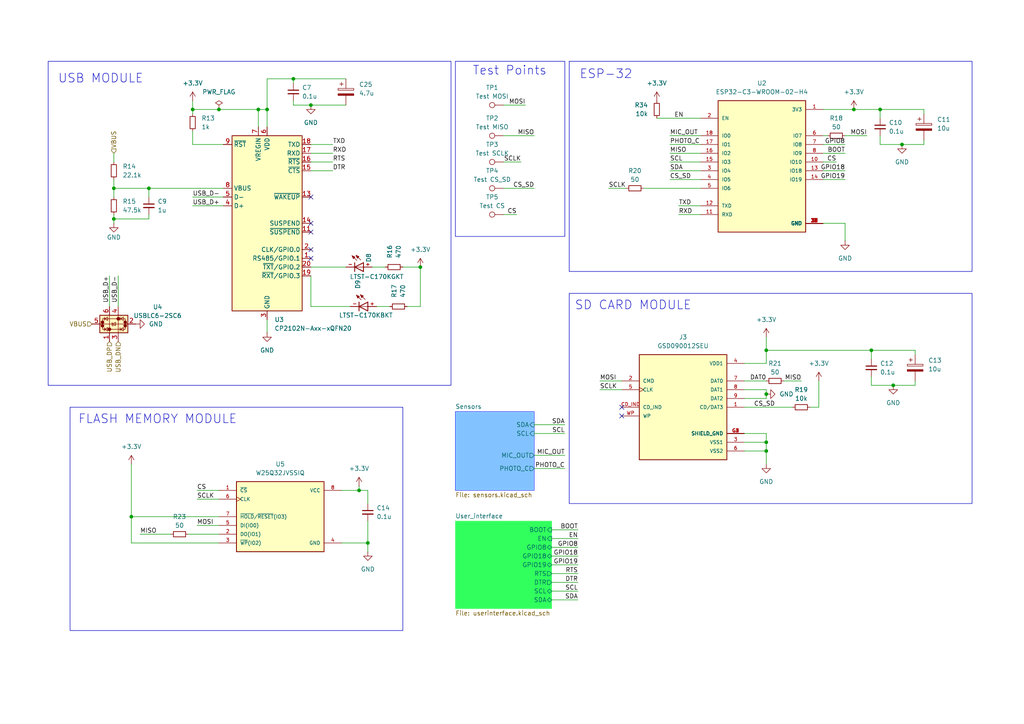
<source format=kicad_sch>
(kicad_sch
	(version 20250114)
	(generator "eeschema")
	(generator_version "9.0")
	(uuid "606b3aec-6696-45f1-bba3-36dac8682285")
	(paper "A4")
	(title_block
		(title "ESP32 C3, USB and Flash Memory")
		(date "2025-03-07")
		(rev "1.0")
	)
	(lib_symbols
		(symbol "Connector:TestPoint"
			(pin_numbers
				(hide yes)
			)
			(pin_names
				(offset 0.762)
				(hide yes)
			)
			(exclude_from_sim no)
			(in_bom yes)
			(on_board yes)
			(property "Reference" "TP"
				(at 0 6.858 0)
				(effects
					(font
						(size 1.27 1.27)
					)
				)
			)
			(property "Value" "TestPoint"
				(at 0 5.08 0)
				(effects
					(font
						(size 1.27 1.27)
					)
				)
			)
			(property "Footprint" ""
				(at 5.08 0 0)
				(effects
					(font
						(size 1.27 1.27)
					)
					(hide yes)
				)
			)
			(property "Datasheet" "~"
				(at 5.08 0 0)
				(effects
					(font
						(size 1.27 1.27)
					)
					(hide yes)
				)
			)
			(property "Description" "test point"
				(at 0 0 0)
				(effects
					(font
						(size 1.27 1.27)
					)
					(hide yes)
				)
			)
			(property "ki_keywords" "test point tp"
				(at 0 0 0)
				(effects
					(font
						(size 1.27 1.27)
					)
					(hide yes)
				)
			)
			(property "ki_fp_filters" "Pin* Test*"
				(at 0 0 0)
				(effects
					(font
						(size 1.27 1.27)
					)
					(hide yes)
				)
			)
			(symbol "TestPoint_0_1"
				(circle
					(center 0 3.302)
					(radius 0.762)
					(stroke
						(width 0)
						(type default)
					)
					(fill
						(type none)
					)
				)
			)
			(symbol "TestPoint_1_1"
				(pin passive line
					(at 0 0 90)
					(length 2.54)
					(name "1"
						(effects
							(font
								(size 1.27 1.27)
							)
						)
					)
					(number "1"
						(effects
							(font
								(size 1.27 1.27)
							)
						)
					)
				)
			)
			(embedded_fonts no)
		)
		(symbol "Device:C_Polarized"
			(pin_numbers
				(hide yes)
			)
			(pin_names
				(offset 0.254)
			)
			(exclude_from_sim no)
			(in_bom yes)
			(on_board yes)
			(property "Reference" "C"
				(at 0.635 2.54 0)
				(effects
					(font
						(size 1.27 1.27)
					)
					(justify left)
				)
			)
			(property "Value" "C_Polarized"
				(at 0.635 -2.54 0)
				(effects
					(font
						(size 1.27 1.27)
					)
					(justify left)
				)
			)
			(property "Footprint" ""
				(at 0.9652 -3.81 0)
				(effects
					(font
						(size 1.27 1.27)
					)
					(hide yes)
				)
			)
			(property "Datasheet" "~"
				(at 0 0 0)
				(effects
					(font
						(size 1.27 1.27)
					)
					(hide yes)
				)
			)
			(property "Description" "Polarized capacitor"
				(at 0 0 0)
				(effects
					(font
						(size 1.27 1.27)
					)
					(hide yes)
				)
			)
			(property "ki_keywords" "cap capacitor"
				(at 0 0 0)
				(effects
					(font
						(size 1.27 1.27)
					)
					(hide yes)
				)
			)
			(property "ki_fp_filters" "CP_*"
				(at 0 0 0)
				(effects
					(font
						(size 1.27 1.27)
					)
					(hide yes)
				)
			)
			(symbol "C_Polarized_0_1"
				(rectangle
					(start -2.286 0.508)
					(end 2.286 1.016)
					(stroke
						(width 0)
						(type default)
					)
					(fill
						(type none)
					)
				)
				(polyline
					(pts
						(xy -1.778 2.286) (xy -0.762 2.286)
					)
					(stroke
						(width 0)
						(type default)
					)
					(fill
						(type none)
					)
				)
				(polyline
					(pts
						(xy -1.27 2.794) (xy -1.27 1.778)
					)
					(stroke
						(width 0)
						(type default)
					)
					(fill
						(type none)
					)
				)
				(rectangle
					(start 2.286 -0.508)
					(end -2.286 -1.016)
					(stroke
						(width 0)
						(type default)
					)
					(fill
						(type outline)
					)
				)
			)
			(symbol "C_Polarized_1_1"
				(pin passive line
					(at 0 3.81 270)
					(length 2.794)
					(name "~"
						(effects
							(font
								(size 1.27 1.27)
							)
						)
					)
					(number "1"
						(effects
							(font
								(size 1.27 1.27)
							)
						)
					)
				)
				(pin passive line
					(at 0 -3.81 90)
					(length 2.794)
					(name "~"
						(effects
							(font
								(size 1.27 1.27)
							)
						)
					)
					(number "2"
						(effects
							(font
								(size 1.27 1.27)
							)
						)
					)
				)
			)
			(embedded_fonts no)
		)
		(symbol "Device:C_Small"
			(pin_numbers
				(hide yes)
			)
			(pin_names
				(offset 0.254)
				(hide yes)
			)
			(exclude_from_sim no)
			(in_bom yes)
			(on_board yes)
			(property "Reference" "C"
				(at 0.254 1.778 0)
				(effects
					(font
						(size 1.27 1.27)
					)
					(justify left)
				)
			)
			(property "Value" "C_Small"
				(at 0.254 -2.032 0)
				(effects
					(font
						(size 1.27 1.27)
					)
					(justify left)
				)
			)
			(property "Footprint" ""
				(at 0 0 0)
				(effects
					(font
						(size 1.27 1.27)
					)
					(hide yes)
				)
			)
			(property "Datasheet" "~"
				(at 0 0 0)
				(effects
					(font
						(size 1.27 1.27)
					)
					(hide yes)
				)
			)
			(property "Description" "Unpolarized capacitor, small symbol"
				(at 0 0 0)
				(effects
					(font
						(size 1.27 1.27)
					)
					(hide yes)
				)
			)
			(property "ki_keywords" "capacitor cap"
				(at 0 0 0)
				(effects
					(font
						(size 1.27 1.27)
					)
					(hide yes)
				)
			)
			(property "ki_fp_filters" "C_*"
				(at 0 0 0)
				(effects
					(font
						(size 1.27 1.27)
					)
					(hide yes)
				)
			)
			(symbol "C_Small_0_1"
				(polyline
					(pts
						(xy -1.524 0.508) (xy 1.524 0.508)
					)
					(stroke
						(width 0.3048)
						(type default)
					)
					(fill
						(type none)
					)
				)
				(polyline
					(pts
						(xy -1.524 -0.508) (xy 1.524 -0.508)
					)
					(stroke
						(width 0.3302)
						(type default)
					)
					(fill
						(type none)
					)
				)
			)
			(symbol "C_Small_1_1"
				(pin passive line
					(at 0 2.54 270)
					(length 2.032)
					(name "~"
						(effects
							(font
								(size 1.27 1.27)
							)
						)
					)
					(number "1"
						(effects
							(font
								(size 1.27 1.27)
							)
						)
					)
				)
				(pin passive line
					(at 0 -2.54 90)
					(length 2.032)
					(name "~"
						(effects
							(font
								(size 1.27 1.27)
							)
						)
					)
					(number "2"
						(effects
							(font
								(size 1.27 1.27)
							)
						)
					)
				)
			)
			(embedded_fonts no)
		)
		(symbol "Device:R_Small"
			(pin_numbers
				(hide yes)
			)
			(pin_names
				(offset 0.254)
				(hide yes)
			)
			(exclude_from_sim no)
			(in_bom yes)
			(on_board yes)
			(property "Reference" "R"
				(at 0.762 0.508 0)
				(effects
					(font
						(size 1.27 1.27)
					)
					(justify left)
				)
			)
			(property "Value" "R_Small"
				(at 0.762 -1.016 0)
				(effects
					(font
						(size 1.27 1.27)
					)
					(justify left)
				)
			)
			(property "Footprint" ""
				(at 0 0 0)
				(effects
					(font
						(size 1.27 1.27)
					)
					(hide yes)
				)
			)
			(property "Datasheet" "~"
				(at 0 0 0)
				(effects
					(font
						(size 1.27 1.27)
					)
					(hide yes)
				)
			)
			(property "Description" "Resistor, small symbol"
				(at 0 0 0)
				(effects
					(font
						(size 1.27 1.27)
					)
					(hide yes)
				)
			)
			(property "ki_keywords" "R resistor"
				(at 0 0 0)
				(effects
					(font
						(size 1.27 1.27)
					)
					(hide yes)
				)
			)
			(property "ki_fp_filters" "R_*"
				(at 0 0 0)
				(effects
					(font
						(size 1.27 1.27)
					)
					(hide yes)
				)
			)
			(symbol "R_Small_0_1"
				(rectangle
					(start -0.762 1.778)
					(end 0.762 -1.778)
					(stroke
						(width 0.2032)
						(type default)
					)
					(fill
						(type none)
					)
				)
			)
			(symbol "R_Small_1_1"
				(pin passive line
					(at 0 2.54 270)
					(length 0.762)
					(name "~"
						(effects
							(font
								(size 1.27 1.27)
							)
						)
					)
					(number "1"
						(effects
							(font
								(size 1.27 1.27)
							)
						)
					)
				)
				(pin passive line
					(at 0 -2.54 90)
					(length 0.762)
					(name "~"
						(effects
							(font
								(size 1.27 1.27)
							)
						)
					)
					(number "2"
						(effects
							(font
								(size 1.27 1.27)
							)
						)
					)
				)
			)
			(embedded_fonts no)
		)
		(symbol "ESP32-C3-WROOM-02-H4:ESP32-C3-WROOM-02-H4"
			(pin_names
				(offset 1.016)
			)
			(exclude_from_sim no)
			(in_bom yes)
			(on_board yes)
			(property "Reference" "U"
				(at -12.7 21.082 0)
				(effects
					(font
						(size 1.27 1.27)
					)
					(justify left bottom)
				)
			)
			(property "Value" "ESP32-C3-WROOM-02-H4"
				(at -12.7 -18.542 0)
				(effects
					(font
						(size 1.27 1.27)
					)
					(justify left top)
				)
			)
			(property "Footprint" "ESP32-C3-WROOM-02-H4:MODULE_ESP32-C3-WROOM-02-H4"
				(at 0 0 0)
				(effects
					(font
						(size 1.27 1.27)
					)
					(justify bottom)
					(hide yes)
				)
			)
			(property "Datasheet" ""
				(at 0 0 0)
				(effects
					(font
						(size 1.27 1.27)
					)
					(hide yes)
				)
			)
			(property "Description" ""
				(at 0 0 0)
				(effects
					(font
						(size 1.27 1.27)
					)
					(hide yes)
				)
			)
			(property "MF" "Espressif Systems"
				(at 0 0 0)
				(effects
					(font
						(size 1.27 1.27)
					)
					(justify bottom)
					(hide yes)
				)
			)
			(property "Description_1" "WiFi Modules (802.11) (Engineering Samples) SMD module, ESP32-C3, 4MB SPI flash, PCB antenna, -40 C +105 C"
				(at 0 0 0)
				(effects
					(font
						(size 1.27 1.27)
					)
					(justify bottom)
					(hide yes)
				)
			)
			(property "Package" "Package"
				(at 0 0 0)
				(effects
					(font
						(size 1.27 1.27)
					)
					(justify bottom)
					(hide yes)
				)
			)
			(property "Price" "None"
				(at 0 0 0)
				(effects
					(font
						(size 1.27 1.27)
					)
					(justify bottom)
					(hide yes)
				)
			)
			(property "Check_prices" "https://www.snapeda.com/parts/ESP32-C3-WROOM-02-H4/Espressif+Systems/view-part/?ref=eda"
				(at 0 0 0)
				(effects
					(font
						(size 1.27 1.27)
					)
					(justify bottom)
					(hide yes)
				)
			)
			(property "SnapEDA_Link" "https://www.snapeda.com/parts/ESP32-C3-WROOM-02-H4/Espressif+Systems/view-part/?ref=snap"
				(at 0 0 0)
				(effects
					(font
						(size 1.27 1.27)
					)
					(justify bottom)
					(hide yes)
				)
			)
			(property "MP" "ESP32-C3-WROOM-02-H4"
				(at 0 0 0)
				(effects
					(font
						(size 1.27 1.27)
					)
					(justify bottom)
					(hide yes)
				)
			)
			(property "Availability" "In Stock"
				(at 0 0 0)
				(effects
					(font
						(size 1.27 1.27)
					)
					(justify bottom)
					(hide yes)
				)
			)
			(property "Purchase-URL" "https://pricing.snapeda.com/search/part/ESP32-C3-WROOM-02-H4/?ref=eda"
				(at 0 0 0)
				(effects
					(font
						(size 1.27 1.27)
					)
					(justify bottom)
					(hide yes)
				)
			)
			(symbol "ESP32-C3-WROOM-02-H4_0_0"
				(rectangle
					(start -12.7 -17.78)
					(end 12.7 20.32)
					(stroke
						(width 0.254)
						(type default)
					)
					(fill
						(type background)
					)
				)
				(pin input line
					(at -17.78 15.24 0)
					(length 5.08)
					(name "EN"
						(effects
							(font
								(size 1.016 1.016)
							)
						)
					)
					(number "2"
						(effects
							(font
								(size 1.016 1.016)
							)
						)
					)
				)
				(pin bidirectional line
					(at -17.78 10.16 0)
					(length 5.08)
					(name "IO0"
						(effects
							(font
								(size 1.016 1.016)
							)
						)
					)
					(number "18"
						(effects
							(font
								(size 1.016 1.016)
							)
						)
					)
				)
				(pin bidirectional line
					(at -17.78 7.62 0)
					(length 5.08)
					(name "IO1"
						(effects
							(font
								(size 1.016 1.016)
							)
						)
					)
					(number "17"
						(effects
							(font
								(size 1.016 1.016)
							)
						)
					)
				)
				(pin bidirectional line
					(at -17.78 5.08 0)
					(length 5.08)
					(name "IO2"
						(effects
							(font
								(size 1.016 1.016)
							)
						)
					)
					(number "16"
						(effects
							(font
								(size 1.016 1.016)
							)
						)
					)
				)
				(pin bidirectional line
					(at -17.78 2.54 0)
					(length 5.08)
					(name "IO3"
						(effects
							(font
								(size 1.016 1.016)
							)
						)
					)
					(number "15"
						(effects
							(font
								(size 1.016 1.016)
							)
						)
					)
				)
				(pin bidirectional line
					(at -17.78 0 0)
					(length 5.08)
					(name "IO4"
						(effects
							(font
								(size 1.016 1.016)
							)
						)
					)
					(number "3"
						(effects
							(font
								(size 1.016 1.016)
							)
						)
					)
				)
				(pin bidirectional line
					(at -17.78 -2.54 0)
					(length 5.08)
					(name "IO5"
						(effects
							(font
								(size 1.016 1.016)
							)
						)
					)
					(number "4"
						(effects
							(font
								(size 1.016 1.016)
							)
						)
					)
				)
				(pin bidirectional line
					(at -17.78 -5.08 0)
					(length 5.08)
					(name "IO6"
						(effects
							(font
								(size 1.016 1.016)
							)
						)
					)
					(number "5"
						(effects
							(font
								(size 1.016 1.016)
							)
						)
					)
				)
				(pin bidirectional line
					(at -17.78 -10.16 0)
					(length 5.08)
					(name "TXD"
						(effects
							(font
								(size 1.016 1.016)
							)
						)
					)
					(number "12"
						(effects
							(font
								(size 1.016 1.016)
							)
						)
					)
				)
				(pin bidirectional line
					(at -17.78 -12.7 0)
					(length 5.08)
					(name "RXD"
						(effects
							(font
								(size 1.016 1.016)
							)
						)
					)
					(number "11"
						(effects
							(font
								(size 1.016 1.016)
							)
						)
					)
				)
				(pin power_in line
					(at 17.78 17.78 180)
					(length 5.08)
					(name "3V3"
						(effects
							(font
								(size 1.016 1.016)
							)
						)
					)
					(number "1"
						(effects
							(font
								(size 1.016 1.016)
							)
						)
					)
				)
				(pin bidirectional line
					(at 17.78 10.16 180)
					(length 5.08)
					(name "IO7"
						(effects
							(font
								(size 1.016 1.016)
							)
						)
					)
					(number "6"
						(effects
							(font
								(size 1.016 1.016)
							)
						)
					)
				)
				(pin bidirectional line
					(at 17.78 7.62 180)
					(length 5.08)
					(name "IO8"
						(effects
							(font
								(size 1.016 1.016)
							)
						)
					)
					(number "7"
						(effects
							(font
								(size 1.016 1.016)
							)
						)
					)
				)
				(pin bidirectional line
					(at 17.78 5.08 180)
					(length 5.08)
					(name "IO9"
						(effects
							(font
								(size 1.016 1.016)
							)
						)
					)
					(number "8"
						(effects
							(font
								(size 1.016 1.016)
							)
						)
					)
				)
				(pin bidirectional line
					(at 17.78 2.54 180)
					(length 5.08)
					(name "IO10"
						(effects
							(font
								(size 1.016 1.016)
							)
						)
					)
					(number "10"
						(effects
							(font
								(size 1.016 1.016)
							)
						)
					)
				)
				(pin bidirectional line
					(at 17.78 0 180)
					(length 5.08)
					(name "IO18"
						(effects
							(font
								(size 1.016 1.016)
							)
						)
					)
					(number "13"
						(effects
							(font
								(size 1.016 1.016)
							)
						)
					)
				)
				(pin bidirectional line
					(at 17.78 -2.54 180)
					(length 5.08)
					(name "IO19"
						(effects
							(font
								(size 1.016 1.016)
							)
						)
					)
					(number "14"
						(effects
							(font
								(size 1.016 1.016)
							)
						)
					)
				)
				(pin power_in line
					(at 17.78 -15.24 180)
					(length 5.08)
					(name "GND"
						(effects
							(font
								(size 1.016 1.016)
							)
						)
					)
					(number "19"
						(effects
							(font
								(size 1.016 1.016)
							)
						)
					)
				)
				(pin power_in line
					(at 17.78 -15.24 180)
					(length 5.08)
					(name "GND"
						(effects
							(font
								(size 1.016 1.016)
							)
						)
					)
					(number "20"
						(effects
							(font
								(size 1.016 1.016)
							)
						)
					)
				)
				(pin power_in line
					(at 17.78 -15.24 180)
					(length 5.08)
					(name "GND"
						(effects
							(font
								(size 1.016 1.016)
							)
						)
					)
					(number "21"
						(effects
							(font
								(size 1.016 1.016)
							)
						)
					)
				)
				(pin power_in line
					(at 17.78 -15.24 180)
					(length 5.08)
					(name "GND"
						(effects
							(font
								(size 1.016 1.016)
							)
						)
					)
					(number "22"
						(effects
							(font
								(size 1.016 1.016)
							)
						)
					)
				)
				(pin power_in line
					(at 17.78 -15.24 180)
					(length 5.08)
					(name "GND"
						(effects
							(font
								(size 1.016 1.016)
							)
						)
					)
					(number "23"
						(effects
							(font
								(size 1.016 1.016)
							)
						)
					)
				)
				(pin power_in line
					(at 17.78 -15.24 180)
					(length 5.08)
					(name "GND"
						(effects
							(font
								(size 1.016 1.016)
							)
						)
					)
					(number "24"
						(effects
							(font
								(size 1.016 1.016)
							)
						)
					)
				)
				(pin power_in line
					(at 17.78 -15.24 180)
					(length 5.08)
					(name "GND"
						(effects
							(font
								(size 1.016 1.016)
							)
						)
					)
					(number "25"
						(effects
							(font
								(size 1.016 1.016)
							)
						)
					)
				)
				(pin power_in line
					(at 17.78 -15.24 180)
					(length 5.08)
					(name "GND"
						(effects
							(font
								(size 1.016 1.016)
							)
						)
					)
					(number "26"
						(effects
							(font
								(size 1.016 1.016)
							)
						)
					)
				)
				(pin power_in line
					(at 17.78 -15.24 180)
					(length 5.08)
					(name "GND"
						(effects
							(font
								(size 1.016 1.016)
							)
						)
					)
					(number "27"
						(effects
							(font
								(size 1.016 1.016)
							)
						)
					)
				)
				(pin power_in line
					(at 17.78 -15.24 180)
					(length 5.08)
					(name "GND"
						(effects
							(font
								(size 1.016 1.016)
							)
						)
					)
					(number "28"
						(effects
							(font
								(size 1.016 1.016)
							)
						)
					)
				)
				(pin power_in line
					(at 17.78 -15.24 180)
					(length 5.08)
					(name "GND"
						(effects
							(font
								(size 1.016 1.016)
							)
						)
					)
					(number "29"
						(effects
							(font
								(size 1.016 1.016)
							)
						)
					)
				)
				(pin power_in line
					(at 17.78 -15.24 180)
					(length 5.08)
					(name "GND"
						(effects
							(font
								(size 1.016 1.016)
							)
						)
					)
					(number "30"
						(effects
							(font
								(size 1.016 1.016)
							)
						)
					)
				)
				(pin power_in line
					(at 17.78 -15.24 180)
					(length 5.08)
					(name "GND"
						(effects
							(font
								(size 1.016 1.016)
							)
						)
					)
					(number "31"
						(effects
							(font
								(size 1.016 1.016)
							)
						)
					)
				)
				(pin power_in line
					(at 17.78 -15.24 180)
					(length 5.08)
					(name "GND"
						(effects
							(font
								(size 1.016 1.016)
							)
						)
					)
					(number "32"
						(effects
							(font
								(size 1.016 1.016)
							)
						)
					)
				)
				(pin power_in line
					(at 17.78 -15.24 180)
					(length 5.08)
					(name "GND"
						(effects
							(font
								(size 1.016 1.016)
							)
						)
					)
					(number "33"
						(effects
							(font
								(size 1.016 1.016)
							)
						)
					)
				)
				(pin power_in line
					(at 17.78 -15.24 180)
					(length 5.08)
					(name "GND"
						(effects
							(font
								(size 1.016 1.016)
							)
						)
					)
					(number "34"
						(effects
							(font
								(size 1.016 1.016)
							)
						)
					)
				)
				(pin power_in line
					(at 17.78 -15.24 180)
					(length 5.08)
					(name "GND"
						(effects
							(font
								(size 1.016 1.016)
							)
						)
					)
					(number "35"
						(effects
							(font
								(size 1.016 1.016)
							)
						)
					)
				)
				(pin power_in line
					(at 17.78 -15.24 180)
					(length 5.08)
					(name "GND"
						(effects
							(font
								(size 1.016 1.016)
							)
						)
					)
					(number "36"
						(effects
							(font
								(size 1.016 1.016)
							)
						)
					)
				)
				(pin power_in line
					(at 17.78 -15.24 180)
					(length 5.08)
					(name "GND"
						(effects
							(font
								(size 1.016 1.016)
							)
						)
					)
					(number "37"
						(effects
							(font
								(size 1.016 1.016)
							)
						)
					)
				)
				(pin power_in line
					(at 17.78 -15.24 180)
					(length 5.08)
					(name "GND"
						(effects
							(font
								(size 1.016 1.016)
							)
						)
					)
					(number "38"
						(effects
							(font
								(size 1.016 1.016)
							)
						)
					)
				)
				(pin power_in line
					(at 17.78 -15.24 180)
					(length 5.08)
					(name "GND"
						(effects
							(font
								(size 1.016 1.016)
							)
						)
					)
					(number "39"
						(effects
							(font
								(size 1.016 1.016)
							)
						)
					)
				)
				(pin power_in line
					(at 17.78 -15.24 180)
					(length 5.08)
					(name "GND"
						(effects
							(font
								(size 1.016 1.016)
							)
						)
					)
					(number "9"
						(effects
							(font
								(size 1.016 1.016)
							)
						)
					)
				)
			)
			(embedded_fonts no)
		)
		(symbol "GSD090012SEU:GSD090012SEU"
			(pin_names
				(offset 1.016)
			)
			(exclude_from_sim no)
			(in_bom yes)
			(on_board yes)
			(property "Reference" "J"
				(at -12.7 16.002 0)
				(effects
					(font
						(size 1.27 1.27)
					)
					(justify left bottom)
				)
			)
			(property "Value" "GSD090012SEU"
				(at -12.7 -17.78 0)
				(effects
					(font
						(size 1.27 1.27)
					)
					(justify left bottom)
				)
			)
			(property "Footprint" "GSD090012SEU:AMPHENOL_GSD090012SEU"
				(at 0 0 0)
				(effects
					(font
						(size 1.27 1.27)
					)
					(justify bottom)
					(hide yes)
				)
			)
			(property "Datasheet" ""
				(at 0 0 0)
				(effects
					(font
						(size 1.27 1.27)
					)
					(hide yes)
				)
			)
			(property "Description" ""
				(at 0 0 0)
				(effects
					(font
						(size 1.27 1.27)
					)
					(hide yes)
				)
			)
			(property "MF" "Amphenol"
				(at 0 0 0)
				(effects
					(font
						(size 1.27 1.27)
					)
					(justify bottom)
					(hide yes)
				)
			)
			(property "MAXIMUM_PACKAGE_HEIGHT" "2.95mm"
				(at 0 0 0)
				(effects
					(font
						(size 1.27 1.27)
					)
					(justify bottom)
					(hide yes)
				)
			)
			(property "Package" "None"
				(at 0 0 0)
				(effects
					(font
						(size 1.27 1.27)
					)
					(justify bottom)
					(hide yes)
				)
			)
			(property "Price" "None"
				(at 0 0 0)
				(effects
					(font
						(size 1.27 1.27)
					)
					(justify bottom)
					(hide yes)
				)
			)
			(property "Check_prices" "https://www.snapeda.com/parts/GSD090012SEU/Amphenol/view-part/?ref=eda"
				(at 0 0 0)
				(effects
					(font
						(size 1.27 1.27)
					)
					(justify bottom)
					(hide yes)
				)
			)
			(property "STANDARD" "Manufacturer Recommendations"
				(at 0 0 0)
				(effects
					(font
						(size 1.27 1.27)
					)
					(justify bottom)
					(hide yes)
				)
			)
			(property "PARTREV" "E"
				(at 0 0 0)
				(effects
					(font
						(size 1.27 1.27)
					)
					(justify bottom)
					(hide yes)
				)
			)
			(property "SnapEDA_Link" "https://www.snapeda.com/parts/GSD090012SEU/Amphenol/view-part/?ref=snap"
				(at 0 0 0)
				(effects
					(font
						(size 1.27 1.27)
					)
					(justify bottom)
					(hide yes)
				)
			)
			(property "MP" "GSD090012SEU"
				(at 0 0 0)
				(effects
					(font
						(size 1.27 1.27)
					)
					(justify bottom)
					(hide yes)
				)
			)
			(property "Description_1" "Micro SD and SD Card Sockets, Input Output Connectors, SD Socket,9 Position,SMT"
				(at 0 0 0)
				(effects
					(font
						(size 1.27 1.27)
					)
					(justify bottom)
					(hide yes)
				)
			)
			(property "Availability" "In Stock"
				(at 0 0 0)
				(effects
					(font
						(size 1.27 1.27)
					)
					(justify bottom)
					(hide yes)
				)
			)
			(property "MANUFACTURER" "Amphenol"
				(at 0 0 0)
				(effects
					(font
						(size 1.27 1.27)
					)
					(justify bottom)
					(hide yes)
				)
			)
			(symbol "GSD090012SEU_0_0"
				(rectangle
					(start -12.7 -15.24)
					(end 12.7 15.24)
					(stroke
						(width 0.254)
						(type default)
					)
					(fill
						(type background)
					)
				)
				(pin bidirectional line
					(at -17.78 7.62 0)
					(length 5.08)
					(name "CMD"
						(effects
							(font
								(size 1.016 1.016)
							)
						)
					)
					(number "2"
						(effects
							(font
								(size 1.016 1.016)
							)
						)
					)
				)
				(pin bidirectional clock
					(at -17.78 5.08 0)
					(length 5.08)
					(name "CLK"
						(effects
							(font
								(size 1.016 1.016)
							)
						)
					)
					(number "5"
						(effects
							(font
								(size 1.016 1.016)
							)
						)
					)
				)
				(pin passive line
					(at -17.78 0 0)
					(length 5.08)
					(name "CD_IND"
						(effects
							(font
								(size 1.016 1.016)
							)
						)
					)
					(number "CD_IND"
						(effects
							(font
								(size 1.016 1.016)
							)
						)
					)
				)
				(pin passive line
					(at -17.78 -2.54 0)
					(length 5.08)
					(name "WP"
						(effects
							(font
								(size 1.016 1.016)
							)
						)
					)
					(number "WP"
						(effects
							(font
								(size 1.016 1.016)
							)
						)
					)
				)
				(pin power_in line
					(at 17.78 12.7 180)
					(length 5.08)
					(name "VDD1"
						(effects
							(font
								(size 1.016 1.016)
							)
						)
					)
					(number "4"
						(effects
							(font
								(size 1.016 1.016)
							)
						)
					)
				)
				(pin bidirectional line
					(at 17.78 7.62 180)
					(length 5.08)
					(name "DAT0"
						(effects
							(font
								(size 1.016 1.016)
							)
						)
					)
					(number "7"
						(effects
							(font
								(size 1.016 1.016)
							)
						)
					)
				)
				(pin bidirectional line
					(at 17.78 5.08 180)
					(length 5.08)
					(name "DAT1"
						(effects
							(font
								(size 1.016 1.016)
							)
						)
					)
					(number "8"
						(effects
							(font
								(size 1.016 1.016)
							)
						)
					)
				)
				(pin bidirectional line
					(at 17.78 2.54 180)
					(length 5.08)
					(name "DAT2"
						(effects
							(font
								(size 1.016 1.016)
							)
						)
					)
					(number "9"
						(effects
							(font
								(size 1.016 1.016)
							)
						)
					)
				)
				(pin bidirectional line
					(at 17.78 0 180)
					(length 5.08)
					(name "CD/DAT3"
						(effects
							(font
								(size 1.016 1.016)
							)
						)
					)
					(number "1"
						(effects
							(font
								(size 1.016 1.016)
							)
						)
					)
				)
				(pin power_in line
					(at 17.78 -7.62 180)
					(length 5.08)
					(name "SHIELD_GND"
						(effects
							(font
								(size 1.016 1.016)
							)
						)
					)
					(number "G1"
						(effects
							(font
								(size 1.016 1.016)
							)
						)
					)
				)
				(pin power_in line
					(at 17.78 -7.62 180)
					(length 5.08)
					(name "SHIELD_GND"
						(effects
							(font
								(size 1.016 1.016)
							)
						)
					)
					(number "G2"
						(effects
							(font
								(size 1.016 1.016)
							)
						)
					)
				)
				(pin power_in line
					(at 17.78 -7.62 180)
					(length 5.08)
					(name "SHIELD_GND"
						(effects
							(font
								(size 1.016 1.016)
							)
						)
					)
					(number "G3"
						(effects
							(font
								(size 1.016 1.016)
							)
						)
					)
				)
				(pin power_in line
					(at 17.78 -7.62 180)
					(length 5.08)
					(name "SHIELD_GND"
						(effects
							(font
								(size 1.016 1.016)
							)
						)
					)
					(number "G4"
						(effects
							(font
								(size 1.016 1.016)
							)
						)
					)
				)
				(pin power_in line
					(at 17.78 -10.16 180)
					(length 5.08)
					(name "VSS1"
						(effects
							(font
								(size 1.016 1.016)
							)
						)
					)
					(number "3"
						(effects
							(font
								(size 1.016 1.016)
							)
						)
					)
				)
				(pin power_in line
					(at 17.78 -12.7 180)
					(length 5.08)
					(name "VSS2"
						(effects
							(font
								(size 1.016 1.016)
							)
						)
					)
					(number "6"
						(effects
							(font
								(size 1.016 1.016)
							)
						)
					)
				)
			)
			(embedded_fonts no)
		)
		(symbol "Interface_USB:CP2102N-Axx-xQFN20"
			(exclude_from_sim no)
			(in_bom yes)
			(on_board yes)
			(property "Reference" "U"
				(at -8.89 26.67 0)
				(effects
					(font
						(size 1.27 1.27)
					)
				)
			)
			(property "Value" "CP2102N-Axx-xQFN20"
				(at 12.7 26.67 0)
				(effects
					(font
						(size 1.27 1.27)
					)
				)
			)
			(property "Footprint" "Package_DFN_QFN:SiliconLabs_QFN-20-1EP_3x3mm_P0.5mm"
				(at 31.75 -26.67 0)
				(effects
					(font
						(size 1.27 1.27)
					)
					(hide yes)
				)
			)
			(property "Datasheet" "https://www.silabs.com/documents/public/data-sheets/cp2102n-datasheet.pdf"
				(at 1.27 -19.05 0)
				(effects
					(font
						(size 1.27 1.27)
					)
					(hide yes)
				)
			)
			(property "Description" "USB to UART master bridge, QFN-20"
				(at 0 0 0)
				(effects
					(font
						(size 1.27 1.27)
					)
					(hide yes)
				)
			)
			(property "ki_keywords" "USB UART bridge"
				(at 0 0 0)
				(effects
					(font
						(size 1.27 1.27)
					)
					(hide yes)
				)
			)
			(property "ki_fp_filters" "SiliconLabs*QFN*3x3mm*P0.5mm*"
				(at 0 0 0)
				(effects
					(font
						(size 1.27 1.27)
					)
					(hide yes)
				)
			)
			(symbol "CP2102N-Axx-xQFN20_0_1"
				(rectangle
					(start -10.16 25.4)
					(end 10.16 -25.4)
					(stroke
						(width 0.254)
						(type default)
					)
					(fill
						(type background)
					)
				)
			)
			(symbol "CP2102N-Axx-xQFN20_1_1"
				(pin input line
					(at -12.7 22.86 0)
					(length 2.54)
					(name "~{RST}"
						(effects
							(font
								(size 1.27 1.27)
							)
						)
					)
					(number "9"
						(effects
							(font
								(size 1.27 1.27)
							)
						)
					)
				)
				(pin input line
					(at -12.7 10.16 0)
					(length 2.54)
					(name "VBUS"
						(effects
							(font
								(size 1.27 1.27)
							)
						)
					)
					(number "8"
						(effects
							(font
								(size 1.27 1.27)
							)
						)
					)
				)
				(pin bidirectional line
					(at -12.7 7.62 0)
					(length 2.54)
					(name "D-"
						(effects
							(font
								(size 1.27 1.27)
							)
						)
					)
					(number "5"
						(effects
							(font
								(size 1.27 1.27)
							)
						)
					)
				)
				(pin bidirectional line
					(at -12.7 5.08 0)
					(length 2.54)
					(name "D+"
						(effects
							(font
								(size 1.27 1.27)
							)
						)
					)
					(number "4"
						(effects
							(font
								(size 1.27 1.27)
							)
						)
					)
				)
				(pin no_connect line
					(at -10.16 -22.86 0)
					(length 2.54)
					(hide yes)
					(name "NC"
						(effects
							(font
								(size 1.27 1.27)
							)
						)
					)
					(number "10"
						(effects
							(font
								(size 1.27 1.27)
							)
						)
					)
				)
				(pin power_in line
					(at -2.54 27.94 270)
					(length 2.54)
					(name "VREGIN"
						(effects
							(font
								(size 1.27 1.27)
							)
						)
					)
					(number "7"
						(effects
							(font
								(size 1.27 1.27)
							)
						)
					)
				)
				(pin power_in line
					(at 0 27.94 270)
					(length 2.54)
					(name "VDD"
						(effects
							(font
								(size 1.27 1.27)
							)
						)
					)
					(number "6"
						(effects
							(font
								(size 1.27 1.27)
							)
						)
					)
				)
				(pin passive line
					(at 0 -27.94 90)
					(length 2.54)
					(hide yes)
					(name "GND"
						(effects
							(font
								(size 1.27 1.27)
							)
						)
					)
					(number "12"
						(effects
							(font
								(size 1.27 1.27)
							)
						)
					)
				)
				(pin passive line
					(at 0 -27.94 90)
					(length 2.54)
					(hide yes)
					(name "GND"
						(effects
							(font
								(size 1.27 1.27)
							)
						)
					)
					(number "21"
						(effects
							(font
								(size 1.27 1.27)
							)
						)
					)
				)
				(pin power_in line
					(at 0 -27.94 90)
					(length 2.54)
					(name "GND"
						(effects
							(font
								(size 1.27 1.27)
							)
						)
					)
					(number "3"
						(effects
							(font
								(size 1.27 1.27)
							)
						)
					)
				)
				(pin output line
					(at 12.7 22.86 180)
					(length 2.54)
					(name "TXD"
						(effects
							(font
								(size 1.27 1.27)
							)
						)
					)
					(number "18"
						(effects
							(font
								(size 1.27 1.27)
							)
						)
					)
				)
				(pin input line
					(at 12.7 20.32 180)
					(length 2.54)
					(name "RXD"
						(effects
							(font
								(size 1.27 1.27)
							)
						)
					)
					(number "17"
						(effects
							(font
								(size 1.27 1.27)
							)
						)
					)
				)
				(pin output line
					(at 12.7 17.78 180)
					(length 2.54)
					(name "~{RTS}"
						(effects
							(font
								(size 1.27 1.27)
							)
						)
					)
					(number "16"
						(effects
							(font
								(size 1.27 1.27)
							)
						)
					)
				)
				(pin input line
					(at 12.7 15.24 180)
					(length 2.54)
					(name "~{CTS}"
						(effects
							(font
								(size 1.27 1.27)
							)
						)
					)
					(number "15"
						(effects
							(font
								(size 1.27 1.27)
							)
						)
					)
				)
				(pin input line
					(at 12.7 7.62 180)
					(length 2.54)
					(name "~{WAKEUP}"
						(effects
							(font
								(size 1.27 1.27)
							)
						)
					)
					(number "13"
						(effects
							(font
								(size 1.27 1.27)
							)
						)
					)
				)
				(pin output line
					(at 12.7 0 180)
					(length 2.54)
					(name "SUSPEND"
						(effects
							(font
								(size 1.27 1.27)
							)
						)
					)
					(number "14"
						(effects
							(font
								(size 1.27 1.27)
							)
						)
					)
				)
				(pin output line
					(at 12.7 -2.54 180)
					(length 2.54)
					(name "~{SUSPEND}"
						(effects
							(font
								(size 1.27 1.27)
							)
						)
					)
					(number "11"
						(effects
							(font
								(size 1.27 1.27)
							)
						)
					)
				)
				(pin bidirectional line
					(at 12.7 -7.62 180)
					(length 2.54)
					(name "CLK/GPIO.0"
						(effects
							(font
								(size 1.27 1.27)
							)
						)
					)
					(number "2"
						(effects
							(font
								(size 1.27 1.27)
							)
						)
					)
				)
				(pin bidirectional line
					(at 12.7 -10.16 180)
					(length 2.54)
					(name "RS485/GPIO.1"
						(effects
							(font
								(size 1.27 1.27)
							)
						)
					)
					(number "1"
						(effects
							(font
								(size 1.27 1.27)
							)
						)
					)
				)
				(pin bidirectional line
					(at 12.7 -12.7 180)
					(length 2.54)
					(name "~{TXT}/GPIO.2"
						(effects
							(font
								(size 1.27 1.27)
							)
						)
					)
					(number "20"
						(effects
							(font
								(size 1.27 1.27)
							)
						)
					)
				)
				(pin bidirectional line
					(at 12.7 -15.24 180)
					(length 2.54)
					(name "~{RXT}/GPIO.3"
						(effects
							(font
								(size 1.27 1.27)
							)
						)
					)
					(number "19"
						(effects
							(font
								(size 1.27 1.27)
							)
						)
					)
				)
			)
			(embedded_fonts no)
		)
		(symbol "LTST-C170K:LTST-C170KRKT"
			(pin_names
				(offset 1.016)
			)
			(exclude_from_sim no)
			(in_bom yes)
			(on_board yes)
			(property "Reference" "D"
				(at -2.0343 4.0686 0)
				(effects
					(font
						(size 1.27 1.27)
					)
					(justify left bottom)
				)
			)
			(property "Value" "LTST-C170KRKT"
				(at -2.0325 -5.7164 0)
				(effects
					(font
						(size 1.27 1.27)
					)
					(justify left bottom)
				)
			)
			(property "Footprint" "LTST-C170KRKT:DIOC200X125X110"
				(at 0 0 0)
				(effects
					(font
						(size 1.27 1.27)
					)
					(justify bottom)
					(hide yes)
				)
			)
			(property "Datasheet" ""
				(at 0 0 0)
				(effects
					(font
						(size 1.27 1.27)
					)
					(hide yes)
				)
			)
			(property "Description" ""
				(at 0 0 0)
				(effects
					(font
						(size 1.27 1.27)
					)
					(hide yes)
				)
			)
			(property "MF" "Lite-On Inc."
				(at 0 0 0)
				(effects
					(font
						(size 1.27 1.27)
					)
					(justify bottom)
					(hide yes)
				)
			)
			(property "Description_1" "Red 631nm LED Indication - Discrete 2V 0805 (2012 Metric)"
				(at 0 0 0)
				(effects
					(font
						(size 1.27 1.27)
					)
					(justify bottom)
					(hide yes)
				)
			)
			(property "Package" "0805 Lite-On"
				(at 0 0 0)
				(effects
					(font
						(size 1.27 1.27)
					)
					(justify bottom)
					(hide yes)
				)
			)
			(property "Price" "None"
				(at 0 0 0)
				(effects
					(font
						(size 1.27 1.27)
					)
					(justify bottom)
					(hide yes)
				)
			)
			(property "Check_prices" "https://www.snapeda.com/parts/LTST-C170KRKT/Lite-On/view-part/?ref=eda"
				(at 0 0 0)
				(effects
					(font
						(size 1.27 1.27)
					)
					(justify bottom)
					(hide yes)
				)
			)
			(property "SnapEDA_Link" "https://www.snapeda.com/parts/LTST-C170KRKT/Lite-On/view-part/?ref=snap"
				(at 0 0 0)
				(effects
					(font
						(size 1.27 1.27)
					)
					(justify bottom)
					(hide yes)
				)
			)
			(property "MP" "LTST-C170KRKT"
				(at 0 0 0)
				(effects
					(font
						(size 1.27 1.27)
					)
					(justify bottom)
					(hide yes)
				)
			)
			(property "Availability" "In Stock"
				(at 0 0 0)
				(effects
					(font
						(size 1.27 1.27)
					)
					(justify bottom)
					(hide yes)
				)
			)
			(property "MANUFACTURER" "LiteOn"
				(at 0 0 0)
				(effects
					(font
						(size 1.27 1.27)
					)
					(justify bottom)
					(hide yes)
				)
			)
			(symbol "LTST-C170KRKT_0_0"
				(polyline
					(pts
						(xy -0.762 3.302) (xy 0.127 2.921) (xy -0.381 2.413) (xy -0.762 3.302)
					)
					(stroke
						(width 0.1524)
						(type default)
					)
					(fill
						(type outline)
					)
				)
				(polyline
					(pts
						(xy 0 0) (xy 0 1.27)
					)
					(stroke
						(width 0.254)
						(type default)
					)
					(fill
						(type none)
					)
				)
				(polyline
					(pts
						(xy 0 0) (xy 2.54 1.27)
					)
					(stroke
						(width 0.254)
						(type default)
					)
					(fill
						(type none)
					)
				)
				(polyline
					(pts
						(xy 0 -1.27) (xy 0 0)
					)
					(stroke
						(width 0.254)
						(type default)
					)
					(fill
						(type none)
					)
				)
				(polyline
					(pts
						(xy 0.381 3.429) (xy 1.27 3.048) (xy 0.762 2.54) (xy 0.381 3.429)
					)
					(stroke
						(width 0.1524)
						(type default)
					)
					(fill
						(type outline)
					)
				)
				(polyline
					(pts
						(xy 0.635 1.905) (xy -0.762 3.302)
					)
					(stroke
						(width 0.1524)
						(type default)
					)
					(fill
						(type none)
					)
				)
				(polyline
					(pts
						(xy 1.778 2.032) (xy 0.381 3.429)
					)
					(stroke
						(width 0.1524)
						(type default)
					)
					(fill
						(type none)
					)
				)
				(polyline
					(pts
						(xy 2.54 0) (xy 0 0)
					)
					(stroke
						(width 0.1524)
						(type default)
					)
					(fill
						(type none)
					)
				)
				(polyline
					(pts
						(xy 2.54 0) (xy 2.54 1.27)
					)
					(stroke
						(width 0.254)
						(type default)
					)
					(fill
						(type none)
					)
				)
				(polyline
					(pts
						(xy 2.54 -1.27) (xy 0 0)
					)
					(stroke
						(width 0.254)
						(type default)
					)
					(fill
						(type none)
					)
				)
				(polyline
					(pts
						(xy 2.54 -1.27) (xy 2.54 0)
					)
					(stroke
						(width 0.254)
						(type default)
					)
					(fill
						(type none)
					)
				)
				(pin passive line
					(at -2.54 0 0)
					(length 2.54)
					(name "~"
						(effects
							(font
								(size 1.016 1.016)
							)
						)
					)
					(number "-"
						(effects
							(font
								(size 1.016 1.016)
							)
						)
					)
				)
				(pin passive line
					(at 5.08 0 180)
					(length 2.54)
					(name "~"
						(effects
							(font
								(size 1.016 1.016)
							)
						)
					)
					(number "+"
						(effects
							(font
								(size 1.016 1.016)
							)
						)
					)
				)
			)
			(embedded_fonts no)
		)
		(symbol "Power_Protection:USBLC6-2SC6"
			(pin_names
				(hide yes)
			)
			(exclude_from_sim no)
			(in_bom yes)
			(on_board yes)
			(property "Reference" "U"
				(at 0.635 5.715 0)
				(effects
					(font
						(size 1.27 1.27)
					)
					(justify left)
				)
			)
			(property "Value" "USBLC6-2SC6"
				(at 0.635 3.81 0)
				(effects
					(font
						(size 1.27 1.27)
					)
					(justify left)
				)
			)
			(property "Footprint" "Package_TO_SOT_SMD:SOT-23-6"
				(at 1.27 -6.35 0)
				(effects
					(font
						(size 1.27 1.27)
						(italic yes)
					)
					(justify left)
					(hide yes)
				)
			)
			(property "Datasheet" "https://www.st.com/resource/en/datasheet/usblc6-2.pdf"
				(at 1.27 -8.255 0)
				(effects
					(font
						(size 1.27 1.27)
					)
					(justify left)
					(hide yes)
				)
			)
			(property "Description" "Very low capacitance ESD protection diode, 2 data-line, SOT-23-6"
				(at 0 0 0)
				(effects
					(font
						(size 1.27 1.27)
					)
					(hide yes)
				)
			)
			(property "ki_keywords" "usb ethernet video"
				(at 0 0 0)
				(effects
					(font
						(size 1.27 1.27)
					)
					(hide yes)
				)
			)
			(property "ki_fp_filters" "SOT?23*"
				(at 0 0 0)
				(effects
					(font
						(size 1.27 1.27)
					)
					(hide yes)
				)
			)
			(symbol "USBLC6-2SC6_0_0"
				(circle
					(center -1.524 0)
					(radius 0.0001)
					(stroke
						(width 0.508)
						(type default)
					)
					(fill
						(type none)
					)
				)
				(circle
					(center -0.508 2.032)
					(radius 0.0001)
					(stroke
						(width 0.508)
						(type default)
					)
					(fill
						(type none)
					)
				)
				(circle
					(center -0.508 -4.572)
					(radius 0.0001)
					(stroke
						(width 0.508)
						(type default)
					)
					(fill
						(type none)
					)
				)
				(circle
					(center 0.508 2.032)
					(radius 0.0001)
					(stroke
						(width 0.508)
						(type default)
					)
					(fill
						(type none)
					)
				)
				(circle
					(center 0.508 -4.572)
					(radius 0.0001)
					(stroke
						(width 0.508)
						(type default)
					)
					(fill
						(type none)
					)
				)
				(circle
					(center 1.524 -2.54)
					(radius 0.0001)
					(stroke
						(width 0.508)
						(type default)
					)
					(fill
						(type none)
					)
				)
			)
			(symbol "USBLC6-2SC6_0_1"
				(polyline
					(pts
						(xy -2.54 0) (xy 2.54 0)
					)
					(stroke
						(width 0)
						(type default)
					)
					(fill
						(type none)
					)
				)
				(polyline
					(pts
						(xy -2.54 -2.54) (xy 2.54 -2.54)
					)
					(stroke
						(width 0)
						(type default)
					)
					(fill
						(type none)
					)
				)
				(polyline
					(pts
						(xy -2.032 0.508) (xy -1.016 0.508) (xy -1.524 1.524) (xy -2.032 0.508)
					)
					(stroke
						(width 0)
						(type default)
					)
					(fill
						(type none)
					)
				)
				(polyline
					(pts
						(xy -2.032 -3.048) (xy -1.016 -3.048)
					)
					(stroke
						(width 0)
						(type default)
					)
					(fill
						(type none)
					)
				)
				(polyline
					(pts
						(xy -1.016 1.524) (xy -2.032 1.524)
					)
					(stroke
						(width 0)
						(type default)
					)
					(fill
						(type none)
					)
				)
				(polyline
					(pts
						(xy -1.016 -4.064) (xy -2.032 -4.064) (xy -1.524 -3.048) (xy -1.016 -4.064)
					)
					(stroke
						(width 0)
						(type default)
					)
					(fill
						(type none)
					)
				)
				(polyline
					(pts
						(xy -0.508 -1.143) (xy -0.508 -0.762) (xy 0.508 -0.762)
					)
					(stroke
						(width 0)
						(type default)
					)
					(fill
						(type none)
					)
				)
				(polyline
					(pts
						(xy 0 2.54) (xy -0.508 2.032) (xy 0.508 2.032) (xy 0 1.524) (xy 0 -4.064) (xy -0.508 -4.572) (xy 0.508 -4.572)
						(xy 0 -5.08)
					)
					(stroke
						(width 0)
						(type default)
					)
					(fill
						(type none)
					)
				)
				(polyline
					(pts
						(xy 0.508 -1.778) (xy -0.508 -1.778) (xy 0 -0.762) (xy 0.508 -1.778)
					)
					(stroke
						(width 0)
						(type default)
					)
					(fill
						(type none)
					)
				)
				(polyline
					(pts
						(xy 1.016 1.524) (xy 2.032 1.524)
					)
					(stroke
						(width 0)
						(type default)
					)
					(fill
						(type none)
					)
				)
				(polyline
					(pts
						(xy 1.016 -3.048) (xy 2.032 -3.048)
					)
					(stroke
						(width 0)
						(type default)
					)
					(fill
						(type none)
					)
				)
				(polyline
					(pts
						(xy 2.032 0.508) (xy 1.016 0.508) (xy 1.524 1.524) (xy 2.032 0.508)
					)
					(stroke
						(width 0)
						(type default)
					)
					(fill
						(type none)
					)
				)
				(polyline
					(pts
						(xy 2.032 -4.064) (xy 1.016 -4.064) (xy 1.524 -3.048) (xy 2.032 -4.064)
					)
					(stroke
						(width 0)
						(type default)
					)
					(fill
						(type none)
					)
				)
			)
			(symbol "USBLC6-2SC6_1_1"
				(rectangle
					(start -2.54 2.794)
					(end 2.54 -5.334)
					(stroke
						(width 0.254)
						(type default)
					)
					(fill
						(type background)
					)
				)
				(polyline
					(pts
						(xy -0.508 2.032) (xy -1.524 2.032) (xy -1.524 -4.572) (xy -0.508 -4.572)
					)
					(stroke
						(width 0)
						(type default)
					)
					(fill
						(type none)
					)
				)
				(polyline
					(pts
						(xy 0.508 -4.572) (xy 1.524 -4.572) (xy 1.524 2.032) (xy 0.508 2.032)
					)
					(stroke
						(width 0)
						(type default)
					)
					(fill
						(type none)
					)
				)
				(pin passive line
					(at -5.08 0 0)
					(length 2.54)
					(name "I/O1"
						(effects
							(font
								(size 1.27 1.27)
							)
						)
					)
					(number "1"
						(effects
							(font
								(size 1.27 1.27)
							)
						)
					)
				)
				(pin passive line
					(at -5.08 -2.54 0)
					(length 2.54)
					(name "I/O2"
						(effects
							(font
								(size 1.27 1.27)
							)
						)
					)
					(number "3"
						(effects
							(font
								(size 1.27 1.27)
							)
						)
					)
				)
				(pin passive line
					(at 0 5.08 270)
					(length 2.54)
					(name "VBUS"
						(effects
							(font
								(size 1.27 1.27)
							)
						)
					)
					(number "5"
						(effects
							(font
								(size 1.27 1.27)
							)
						)
					)
				)
				(pin passive line
					(at 0 -7.62 90)
					(length 2.54)
					(name "GND"
						(effects
							(font
								(size 1.27 1.27)
							)
						)
					)
					(number "2"
						(effects
							(font
								(size 1.27 1.27)
							)
						)
					)
				)
				(pin passive line
					(at 5.08 0 180)
					(length 2.54)
					(name "I/O1"
						(effects
							(font
								(size 1.27 1.27)
							)
						)
					)
					(number "6"
						(effects
							(font
								(size 1.27 1.27)
							)
						)
					)
				)
				(pin passive line
					(at 5.08 -2.54 180)
					(length 2.54)
					(name "I/O2"
						(effects
							(font
								(size 1.27 1.27)
							)
						)
					)
					(number "4"
						(effects
							(font
								(size 1.27 1.27)
							)
						)
					)
				)
			)
			(embedded_fonts no)
		)
		(symbol "W25Q32JVSSIQ:W25Q32JVSSIQ"
			(pin_names
				(offset 1.016)
			)
			(exclude_from_sim no)
			(in_bom yes)
			(on_board yes)
			(property "Reference" "U"
				(at -12.4723 10.945 0)
				(effects
					(font
						(size 1.27 1.27)
					)
					(justify left bottom)
				)
			)
			(property "Value" "W25Q32JVSSIQ"
				(at -12.4744 -12.2198 0)
				(effects
					(font
						(size 1.27 1.27)
					)
					(justify left bottom)
				)
			)
			(property "Footprint" "W25Q32JVSSIQ:SOIC127P790X216-8N"
				(at 0 0 0)
				(effects
					(font
						(size 1.27 1.27)
					)
					(justify bottom)
					(hide yes)
				)
			)
			(property "Datasheet" ""
				(at 0 0 0)
				(effects
					(font
						(size 1.27 1.27)
					)
					(hide yes)
				)
			)
			(property "Description" ""
				(at 0 0 0)
				(effects
					(font
						(size 1.27 1.27)
					)
					(hide yes)
				)
			)
			(property "SHOP" ""
				(at 0 0 0)
				(effects
					(font
						(size 1.27 1.27)
					)
					(justify bottom)
					(hide yes)
				)
			)
			(property "MF" "Winbond"
				(at 0 0 0)
				(effects
					(font
						(size 1.27 1.27)
					)
					(justify bottom)
					(hide yes)
				)
			)
			(property "Description_1" "FLASH - NOR Memory IC 32Mb (4M x 8) SPI - Quad I/O 133 MHz 8-SOIC"
				(at 0 0 0)
				(effects
					(font
						(size 1.27 1.27)
					)
					(justify bottom)
					(hide yes)
				)
			)
			(property "Package" "SOIC-8 Winbond"
				(at 0 0 0)
				(effects
					(font
						(size 1.27 1.27)
					)
					(justify bottom)
					(hide yes)
				)
			)
			(property "Price" "None"
				(at 0 0 0)
				(effects
					(font
						(size 1.27 1.27)
					)
					(justify bottom)
					(hide yes)
				)
			)
			(property "SnapEDA_Link" "https://www.snapeda.com/parts/W25Q32JVSSIQ/Winbond/view-part/?ref=snap"
				(at 0 0 0)
				(effects
					(font
						(size 1.27 1.27)
					)
					(justify bottom)
					(hide yes)
				)
			)
			(property "MP" "W25Q32JVSSIQ"
				(at 0 0 0)
				(effects
					(font
						(size 1.27 1.27)
					)
					(justify bottom)
					(hide yes)
				)
			)
			(property "M_PART_NUMBER" "W25QXX"
				(at 0 0 0)
				(effects
					(font
						(size 1.27 1.27)
					)
					(justify bottom)
					(hide yes)
				)
			)
			(property "Availability" "In Stock"
				(at 0 0 0)
				(effects
					(font
						(size 1.27 1.27)
					)
					(justify bottom)
					(hide yes)
				)
			)
			(property "Check_prices" "https://www.snapeda.com/parts/W25Q32JVSSIQ/Winbond/view-part/?ref=eda"
				(at 0 0 0)
				(effects
					(font
						(size 1.27 1.27)
					)
					(justify bottom)
					(hide yes)
				)
			)
			(symbol "W25Q32JVSSIQ_0_0"
				(rectangle
					(start -12.7 -10.16)
					(end 12.7 10.16)
					(stroke
						(width 0.254)
						(type default)
					)
					(fill
						(type background)
					)
				)
				(pin input line
					(at -17.78 7.62 0)
					(length 5.08)
					(name "~{CS}"
						(effects
							(font
								(size 1.016 1.016)
							)
						)
					)
					(number "1"
						(effects
							(font
								(size 1.016 1.016)
							)
						)
					)
				)
				(pin input clock
					(at -17.78 5.08 0)
					(length 5.08)
					(name "CLK"
						(effects
							(font
								(size 1.016 1.016)
							)
						)
					)
					(number "6"
						(effects
							(font
								(size 1.016 1.016)
							)
						)
					)
				)
				(pin bidirectional line
					(at -17.78 0 0)
					(length 5.08)
					(name "~{HOLD}/~{RESET}(IO3)"
						(effects
							(font
								(size 1.016 1.016)
							)
						)
					)
					(number "7"
						(effects
							(font
								(size 1.016 1.016)
							)
						)
					)
				)
				(pin bidirectional line
					(at -17.78 -2.54 0)
					(length 5.08)
					(name "DI(IO0)"
						(effects
							(font
								(size 1.016 1.016)
							)
						)
					)
					(number "5"
						(effects
							(font
								(size 1.016 1.016)
							)
						)
					)
				)
				(pin bidirectional line
					(at -17.78 -5.08 0)
					(length 5.08)
					(name "DO(IO1)"
						(effects
							(font
								(size 1.016 1.016)
							)
						)
					)
					(number "2"
						(effects
							(font
								(size 1.016 1.016)
							)
						)
					)
				)
				(pin bidirectional line
					(at -17.78 -7.62 0)
					(length 5.08)
					(name "~{WP}(IO2)"
						(effects
							(font
								(size 1.016 1.016)
							)
						)
					)
					(number "3"
						(effects
							(font
								(size 1.016 1.016)
							)
						)
					)
				)
				(pin power_in line
					(at 17.78 7.62 180)
					(length 5.08)
					(name "VCC"
						(effects
							(font
								(size 1.016 1.016)
							)
						)
					)
					(number "8"
						(effects
							(font
								(size 1.016 1.016)
							)
						)
					)
				)
				(pin power_in line
					(at 17.78 -7.62 180)
					(length 5.08)
					(name "GND"
						(effects
							(font
								(size 1.016 1.016)
							)
						)
					)
					(number "4"
						(effects
							(font
								(size 1.016 1.016)
							)
						)
					)
				)
			)
			(embedded_fonts no)
		)
		(symbol "power:+3.3V"
			(power)
			(pin_numbers
				(hide yes)
			)
			(pin_names
				(offset 0)
				(hide yes)
			)
			(exclude_from_sim no)
			(in_bom yes)
			(on_board yes)
			(property "Reference" "#PWR"
				(at 0 -3.81 0)
				(effects
					(font
						(size 1.27 1.27)
					)
					(hide yes)
				)
			)
			(property "Value" "+3.3V"
				(at 0 3.556 0)
				(effects
					(font
						(size 1.27 1.27)
					)
				)
			)
			(property "Footprint" ""
				(at 0 0 0)
				(effects
					(font
						(size 1.27 1.27)
					)
					(hide yes)
				)
			)
			(property "Datasheet" ""
				(at 0 0 0)
				(effects
					(font
						(size 1.27 1.27)
					)
					(hide yes)
				)
			)
			(property "Description" "Power symbol creates a global label with name \"+3.3V\""
				(at 0 0 0)
				(effects
					(font
						(size 1.27 1.27)
					)
					(hide yes)
				)
			)
			(property "ki_keywords" "global power"
				(at 0 0 0)
				(effects
					(font
						(size 1.27 1.27)
					)
					(hide yes)
				)
			)
			(symbol "+3.3V_0_1"
				(polyline
					(pts
						(xy -0.762 1.27) (xy 0 2.54)
					)
					(stroke
						(width 0)
						(type default)
					)
					(fill
						(type none)
					)
				)
				(polyline
					(pts
						(xy 0 2.54) (xy 0.762 1.27)
					)
					(stroke
						(width 0)
						(type default)
					)
					(fill
						(type none)
					)
				)
				(polyline
					(pts
						(xy 0 0) (xy 0 2.54)
					)
					(stroke
						(width 0)
						(type default)
					)
					(fill
						(type none)
					)
				)
			)
			(symbol "+3.3V_1_1"
				(pin power_in line
					(at 0 0 90)
					(length 0)
					(name "~"
						(effects
							(font
								(size 1.27 1.27)
							)
						)
					)
					(number "1"
						(effects
							(font
								(size 1.27 1.27)
							)
						)
					)
				)
			)
			(embedded_fonts no)
		)
		(symbol "power:GND"
			(power)
			(pin_numbers
				(hide yes)
			)
			(pin_names
				(offset 0)
				(hide yes)
			)
			(exclude_from_sim no)
			(in_bom yes)
			(on_board yes)
			(property "Reference" "#PWR"
				(at 0 -6.35 0)
				(effects
					(font
						(size 1.27 1.27)
					)
					(hide yes)
				)
			)
			(property "Value" "GND"
				(at 0 -3.81 0)
				(effects
					(font
						(size 1.27 1.27)
					)
				)
			)
			(property "Footprint" ""
				(at 0 0 0)
				(effects
					(font
						(size 1.27 1.27)
					)
					(hide yes)
				)
			)
			(property "Datasheet" ""
				(at 0 0 0)
				(effects
					(font
						(size 1.27 1.27)
					)
					(hide yes)
				)
			)
			(property "Description" "Power symbol creates a global label with name \"GND\" , ground"
				(at 0 0 0)
				(effects
					(font
						(size 1.27 1.27)
					)
					(hide yes)
				)
			)
			(property "ki_keywords" "global power"
				(at 0 0 0)
				(effects
					(font
						(size 1.27 1.27)
					)
					(hide yes)
				)
			)
			(symbol "GND_0_1"
				(polyline
					(pts
						(xy 0 0) (xy 0 -1.27) (xy 1.27 -1.27) (xy 0 -2.54) (xy -1.27 -1.27) (xy 0 -1.27)
					)
					(stroke
						(width 0)
						(type default)
					)
					(fill
						(type none)
					)
				)
			)
			(symbol "GND_1_1"
				(pin power_in line
					(at 0 0 270)
					(length 0)
					(name "~"
						(effects
							(font
								(size 1.27 1.27)
							)
						)
					)
					(number "1"
						(effects
							(font
								(size 1.27 1.27)
							)
						)
					)
				)
			)
			(embedded_fonts no)
		)
		(symbol "power:PWR_FLAG"
			(power)
			(pin_numbers
				(hide yes)
			)
			(pin_names
				(offset 0)
				(hide yes)
			)
			(exclude_from_sim no)
			(in_bom yes)
			(on_board yes)
			(property "Reference" "#FLG"
				(at 0 1.905 0)
				(effects
					(font
						(size 1.27 1.27)
					)
					(hide yes)
				)
			)
			(property "Value" "PWR_FLAG"
				(at 0 3.81 0)
				(effects
					(font
						(size 1.27 1.27)
					)
				)
			)
			(property "Footprint" ""
				(at 0 0 0)
				(effects
					(font
						(size 1.27 1.27)
					)
					(hide yes)
				)
			)
			(property "Datasheet" "~"
				(at 0 0 0)
				(effects
					(font
						(size 1.27 1.27)
					)
					(hide yes)
				)
			)
			(property "Description" "Special symbol for telling ERC where power comes from"
				(at 0 0 0)
				(effects
					(font
						(size 1.27 1.27)
					)
					(hide yes)
				)
			)
			(property "ki_keywords" "flag power"
				(at 0 0 0)
				(effects
					(font
						(size 1.27 1.27)
					)
					(hide yes)
				)
			)
			(symbol "PWR_FLAG_0_0"
				(pin power_out line
					(at 0 0 90)
					(length 0)
					(name "~"
						(effects
							(font
								(size 1.27 1.27)
							)
						)
					)
					(number "1"
						(effects
							(font
								(size 1.27 1.27)
							)
						)
					)
				)
			)
			(symbol "PWR_FLAG_0_1"
				(polyline
					(pts
						(xy 0 0) (xy 0 1.27) (xy -1.016 1.905) (xy 0 2.54) (xy 1.016 1.905) (xy 0 1.27)
					)
					(stroke
						(width 0)
						(type default)
					)
					(fill
						(type none)
					)
				)
			)
			(embedded_fonts no)
		)
	)
	(rectangle
		(start 132.08 17.78)
		(end 163.83 68.58)
		(stroke
			(width 0)
			(type default)
		)
		(fill
			(type none)
		)
		(uuid 0bb580f5-ba33-475c-b72a-5f6ee89757fa)
	)
	(rectangle
		(start 165.1 85.09)
		(end 281.94 146.05)
		(stroke
			(width 0)
			(type default)
		)
		(fill
			(type none)
		)
		(uuid 212a3992-b6ec-4267-b536-08b477df032a)
	)
	(rectangle
		(start 165.1 17.78)
		(end 281.94 78.74)
		(stroke
			(width 0)
			(type default)
		)
		(fill
			(type none)
		)
		(uuid 368b3d63-cac1-411e-9838-2af59e2b8d82)
	)
	(rectangle
		(start 13.97 17.78)
		(end 130.81 111.76)
		(stroke
			(width 0)
			(type default)
		)
		(fill
			(type none)
		)
		(uuid 9223b34b-7024-4828-8cff-c54b5f58231e)
	)
	(rectangle
		(start 20.32 118.11)
		(end 116.84 182.88)
		(stroke
			(width 0)
			(type default)
		)
		(fill
			(type none)
		)
		(uuid f1ee287c-1ba8-4355-8157-e3170552e34e)
	)
	(text "USB MODULE"
		(exclude_from_sim no)
		(at 29.21 22.86 0)
		(effects
			(font
				(size 2.54 2.54)
			)
		)
		(uuid "22c22727-aea3-4805-a14b-2199092c4245")
	)
	(text "SD CARD MODULE"
		(exclude_from_sim no)
		(at 183.642 88.646 0)
		(effects
			(font
				(size 2.54 2.54)
			)
		)
		(uuid "4f73bb3e-b3c8-46b3-bcf9-5fecdda2b80f")
	)
	(text "FLASH MEMORY MODULE"
		(exclude_from_sim no)
		(at 45.72 121.666 0)
		(effects
			(font
				(size 2.54 2.54)
			)
		)
		(uuid "568ca18e-ca43-4a2e-afbd-f4b6a32dfedf")
	)
	(text "ESP-32"
		(exclude_from_sim no)
		(at 175.768 21.59 0)
		(effects
			(font
				(size 2.54 2.54)
			)
		)
		(uuid "64e13ee4-9a5d-4338-8437-c3b449e937df")
	)
	(text "Test Points"
		(exclude_from_sim no)
		(at 147.828 20.574 0)
		(effects
			(font
				(size 2.54 2.54)
			)
		)
		(uuid "f8a666da-dcfd-4446-a5c2-cb5c9a1f6fe9")
	)
	(junction
		(at 222.25 114.3)
		(diameter 0)
		(color 0 0 0 0)
		(uuid "00afc8ad-fc12-4c14-9f8f-f6c3cbbdddd2")
	)
	(junction
		(at 222.25 128.27)
		(diameter 0)
		(color 0 0 0 0)
		(uuid "1466a812-5f7b-40e5-96c7-6382872c6b32")
	)
	(junction
		(at 104.14 142.24)
		(diameter 0)
		(color 0 0 0 0)
		(uuid "30dc2eee-94b3-4217-ac4a-4af69b3bccb1")
	)
	(junction
		(at 33.02 63.5)
		(diameter 0)
		(color 0 0 0 0)
		(uuid "3e43d284-e2b4-4549-a306-6e237a7f6110")
	)
	(junction
		(at 77.47 31.75)
		(diameter 0)
		(color 0 0 0 0)
		(uuid "49e66761-5589-4ca3-9d33-49b98c4f120b")
	)
	(junction
		(at 222.25 130.81)
		(diameter 0)
		(color 0 0 0 0)
		(uuid "50db1675-9b2a-4401-9556-b0fb5003a801")
	)
	(junction
		(at 261.62 41.91)
		(diameter 0)
		(color 0 0 0 0)
		(uuid "604c3181-f265-4f7f-a60b-17ae5611ba1e")
	)
	(junction
		(at 90.17 30.48)
		(diameter 0)
		(color 0 0 0 0)
		(uuid "6560d796-fe58-4db0-bf39-772b0f4c496d")
	)
	(junction
		(at 252.73 101.6)
		(diameter 0)
		(color 0 0 0 0)
		(uuid "6dc21f76-f72e-44a8-b67b-d2e14ca653f7")
	)
	(junction
		(at 33.02 54.61)
		(diameter 0)
		(color 0 0 0 0)
		(uuid "6fff516b-bedb-4d3a-a312-7cef247a0811")
	)
	(junction
		(at 38.1 149.86)
		(diameter 0)
		(color 0 0 0 0)
		(uuid "7037fd51-9821-4085-b227-26203904a48c")
	)
	(junction
		(at 63.5 31.75)
		(diameter 0)
		(color 0 0 0 0)
		(uuid "70672734-5398-48e5-852b-bb3d10d6591b")
	)
	(junction
		(at 106.68 157.48)
		(diameter 0)
		(color 0 0 0 0)
		(uuid "737c4191-a84d-4185-9490-90a1cf942225")
	)
	(junction
		(at 247.65 31.75)
		(diameter 0)
		(color 0 0 0 0)
		(uuid "8235de63-3172-4bdf-8d31-5d25684949ef")
	)
	(junction
		(at 55.88 31.75)
		(diameter 0)
		(color 0 0 0 0)
		(uuid "897ea963-2c0d-4391-ada7-c2c3521f405d")
	)
	(junction
		(at 74.93 31.75)
		(diameter 0)
		(color 0 0 0 0)
		(uuid "a729ccb6-2837-4a15-a926-e2d997a74d40")
	)
	(junction
		(at 85.09 22.86)
		(diameter 0)
		(color 0 0 0 0)
		(uuid "b1f55e6d-3ee8-4648-9bde-3a2bfc339642")
	)
	(junction
		(at 43.18 54.61)
		(diameter 0)
		(color 0 0 0 0)
		(uuid "b836a0cc-b5a0-4622-a408-b56e827fddbe")
	)
	(junction
		(at 259.08 111.76)
		(diameter 0)
		(color 0 0 0 0)
		(uuid "e7459e39-07b6-4e16-b5cc-fe99832251ad")
	)
	(junction
		(at 222.25 101.6)
		(diameter 0)
		(color 0 0 0 0)
		(uuid "f092defd-c6ba-4ce1-a799-7c75999d9508")
	)
	(junction
		(at 121.92 77.47)
		(diameter 0)
		(color 0 0 0 0)
		(uuid "f563b4ae-5a04-4d37-b41e-23adab192d7e")
	)
	(junction
		(at 255.27 31.75)
		(diameter 0)
		(color 0 0 0 0)
		(uuid "f77d8a39-3999-41d0-ab9e-67033dc4ab23")
	)
	(no_connect
		(at 90.17 74.93)
		(uuid "22c15352-c177-4068-b81a-f70819784d5c")
	)
	(no_connect
		(at 90.17 64.77)
		(uuid "258a42bc-c264-4685-8237-7a33f864fb66")
	)
	(no_connect
		(at 180.34 118.11)
		(uuid "2f849516-e9c0-4ffe-99a3-12f3497767e3")
	)
	(no_connect
		(at 90.17 57.15)
		(uuid "7720226a-7e24-4033-aafb-374ff1a95cd2")
	)
	(no_connect
		(at 90.17 67.31)
		(uuid "a4e069ff-fda6-49e4-921f-91113f68e1ce")
	)
	(no_connect
		(at 90.17 72.39)
		(uuid "a92ded60-2540-4e22-b8a4-0ef332b135a5")
	)
	(no_connect
		(at 180.34 120.65)
		(uuid "f9966078-1ce7-4ec9-925d-248437741564")
	)
	(wire
		(pts
			(xy 121.92 77.47) (xy 121.92 88.9)
		)
		(stroke
			(width 0)
			(type default)
		)
		(uuid "0021f3a9-d9c7-45f5-adde-9d65477ee080")
	)
	(wire
		(pts
			(xy 267.97 41.91) (xy 261.62 41.91)
		)
		(stroke
			(width 0)
			(type default)
		)
		(uuid "00a153ba-4e91-4609-bdf2-572247afab69")
	)
	(wire
		(pts
			(xy 90.17 44.45) (xy 96.52 44.45)
		)
		(stroke
			(width 0)
			(type default)
		)
		(uuid "02523e59-6724-4673-89f0-8df2177febca")
	)
	(wire
		(pts
			(xy 265.43 110.49) (xy 265.43 111.76)
		)
		(stroke
			(width 0)
			(type default)
		)
		(uuid "0310471d-a4b6-4ffa-ae47-292fe1aa4cc6")
	)
	(wire
		(pts
			(xy 237.49 110.49) (xy 237.49 118.11)
		)
		(stroke
			(width 0)
			(type default)
		)
		(uuid "0484659b-4cf5-4508-9d13-b6946ed29014")
	)
	(wire
		(pts
			(xy 222.25 113.03) (xy 222.25 114.3)
		)
		(stroke
			(width 0)
			(type default)
		)
		(uuid "06f16df6-d9ee-4aaa-a681-eb882155d943")
	)
	(wire
		(pts
			(xy 57.15 144.78) (xy 63.5 144.78)
		)
		(stroke
			(width 0)
			(type default)
		)
		(uuid "073037ca-f9a8-4b8a-8fd9-631970112f52")
	)
	(wire
		(pts
			(xy 38.1 149.86) (xy 38.1 157.48)
		)
		(stroke
			(width 0)
			(type default)
		)
		(uuid "07908637-de43-4668-843d-3a596ec7f7d3")
	)
	(wire
		(pts
			(xy 77.47 22.86) (xy 77.47 31.75)
		)
		(stroke
			(width 0)
			(type default)
		)
		(uuid "0969d8ce-850a-4be2-8803-9faf40154f44")
	)
	(wire
		(pts
			(xy 106.68 151.13) (xy 106.68 157.48)
		)
		(stroke
			(width 0)
			(type default)
		)
		(uuid "0a108e51-cd12-47d1-ba9b-c50b1ada8cd0")
	)
	(wire
		(pts
			(xy 176.53 54.61) (xy 181.61 54.61)
		)
		(stroke
			(width 0)
			(type default)
		)
		(uuid "0a11e51b-9e79-407e-ab62-1fda55a0231b")
	)
	(wire
		(pts
			(xy 90.17 77.47) (xy 100.33 77.47)
		)
		(stroke
			(width 0)
			(type default)
		)
		(uuid "0ba655a5-1446-42f2-8049-da2ab66de10a")
	)
	(wire
		(pts
			(xy 146.05 30.48) (xy 152.4 30.48)
		)
		(stroke
			(width 0)
			(type default)
		)
		(uuid "0dfa1a18-0949-42a0-87c8-b04968e4f8c7")
	)
	(wire
		(pts
			(xy 54.61 154.94) (xy 63.5 154.94)
		)
		(stroke
			(width 0)
			(type default)
		)
		(uuid "0f77aa04-3c71-4fa6-a3d6-23580e6d463c")
	)
	(wire
		(pts
			(xy 194.31 46.99) (xy 203.2 46.99)
		)
		(stroke
			(width 0)
			(type default)
		)
		(uuid "107d4773-0cfa-44f2-b389-8dc776f6d5d2")
	)
	(wire
		(pts
			(xy 222.25 105.41) (xy 215.9 105.41)
		)
		(stroke
			(width 0)
			(type default)
		)
		(uuid "124c4e3b-4bcc-4e23-8d5c-6c3a482d26be")
	)
	(wire
		(pts
			(xy 33.02 54.61) (xy 43.18 54.61)
		)
		(stroke
			(width 0)
			(type default)
		)
		(uuid "18325ea8-da27-4a0d-9b83-5d1e2278819f")
	)
	(wire
		(pts
			(xy 215.9 113.03) (xy 222.25 113.03)
		)
		(stroke
			(width 0)
			(type default)
		)
		(uuid "1ba66834-d3e5-490f-9f37-dac27f76aff2")
	)
	(wire
		(pts
			(xy 33.02 63.5) (xy 43.18 63.5)
		)
		(stroke
			(width 0)
			(type default)
		)
		(uuid "1d18d9c4-7c55-4f11-b73a-5bc74976a025")
	)
	(wire
		(pts
			(xy 194.31 49.53) (xy 203.2 49.53)
		)
		(stroke
			(width 0)
			(type default)
		)
		(uuid "1d21dcfe-c018-4cba-9338-3b176969aef4")
	)
	(wire
		(pts
			(xy 247.65 31.75) (xy 255.27 31.75)
		)
		(stroke
			(width 0)
			(type default)
		)
		(uuid "1d96d23f-98f4-4240-af5c-f2698ed87a3c")
	)
	(wire
		(pts
			(xy 116.84 77.47) (xy 121.92 77.47)
		)
		(stroke
			(width 0)
			(type default)
		)
		(uuid "1e2137e9-3572-4903-803c-b0856b905a71")
	)
	(wire
		(pts
			(xy 63.5 31.75) (xy 74.93 31.75)
		)
		(stroke
			(width 0)
			(type default)
		)
		(uuid "1e7c0871-3d71-4fe4-8f58-3d41e71c3ba9")
	)
	(wire
		(pts
			(xy 227.33 110.49) (xy 232.41 110.49)
		)
		(stroke
			(width 0)
			(type default)
		)
		(uuid "204b7dca-29fc-4f9c-abc2-e31baa582687")
	)
	(wire
		(pts
			(xy 64.77 41.91) (xy 55.88 41.91)
		)
		(stroke
			(width 0)
			(type default)
		)
		(uuid "20618157-820d-4e06-affe-a5999a528ed0")
	)
	(wire
		(pts
			(xy 85.09 30.48) (xy 85.09 29.21)
		)
		(stroke
			(width 0)
			(type default)
		)
		(uuid "21b4906e-b1d5-44b8-a996-c8e3aad47688")
	)
	(wire
		(pts
			(xy 215.9 118.11) (xy 229.87 118.11)
		)
		(stroke
			(width 0)
			(type default)
		)
		(uuid "270b32ce-391e-4a83-af19-790d6c1f110f")
	)
	(wire
		(pts
			(xy 85.09 24.13) (xy 85.09 22.86)
		)
		(stroke
			(width 0)
			(type default)
		)
		(uuid "272cd273-327d-4506-9186-3f54dccc232f")
	)
	(wire
		(pts
			(xy 99.06 142.24) (xy 104.14 142.24)
		)
		(stroke
			(width 0)
			(type default)
		)
		(uuid "28432612-44bb-454a-ab62-0b0c3b82b4b1")
	)
	(wire
		(pts
			(xy 238.76 46.99) (xy 242.57 46.99)
		)
		(stroke
			(width 0)
			(type default)
		)
		(uuid "2b5a80a0-0d68-4f5a-9e73-fb76eeb67198")
	)
	(wire
		(pts
			(xy 38.1 149.86) (xy 63.5 149.86)
		)
		(stroke
			(width 0)
			(type default)
		)
		(uuid "2e60fce7-e494-472d-bad6-4fb2a91090b8")
	)
	(wire
		(pts
			(xy 190.5 34.29) (xy 203.2 34.29)
		)
		(stroke
			(width 0)
			(type default)
		)
		(uuid "31a5c1a6-fe6e-43a3-90aa-7961087a4521")
	)
	(wire
		(pts
			(xy 259.08 111.76) (xy 252.73 111.76)
		)
		(stroke
			(width 0)
			(type default)
		)
		(uuid "31dd48ff-a723-47e4-a391-c90672ad3396")
	)
	(wire
		(pts
			(xy 57.15 152.4) (xy 63.5 152.4)
		)
		(stroke
			(width 0)
			(type default)
		)
		(uuid "32a118f2-528d-44ad-8e21-fd0cc307664c")
	)
	(wire
		(pts
			(xy 238.76 41.91) (xy 245.11 41.91)
		)
		(stroke
			(width 0)
			(type default)
		)
		(uuid "34862f2c-213d-4290-939c-ac66cdef1a5f")
	)
	(wire
		(pts
			(xy 99.06 157.48) (xy 106.68 157.48)
		)
		(stroke
			(width 0)
			(type default)
		)
		(uuid "39383ea6-3410-4d4e-b7f3-8092a2f6ac49")
	)
	(wire
		(pts
			(xy 151.13 46.99) (xy 146.05 46.99)
		)
		(stroke
			(width 0)
			(type default)
		)
		(uuid "397dcf00-9fae-4728-98d2-5de06ab4d92f")
	)
	(wire
		(pts
			(xy 74.93 31.75) (xy 74.93 36.83)
		)
		(stroke
			(width 0)
			(type default)
		)
		(uuid "3ac71f2d-2b7a-4af3-b41d-70506bd6e66d")
	)
	(wire
		(pts
			(xy 38.1 157.48) (xy 63.5 157.48)
		)
		(stroke
			(width 0)
			(type default)
		)
		(uuid "3afa1bb7-228b-4837-8bb5-07ab041d464a")
	)
	(wire
		(pts
			(xy 160.02 153.67) (xy 167.64 153.67)
		)
		(stroke
			(width 0)
			(type default)
		)
		(uuid "3d019e65-3c0c-487d-9992-eea0c426d39d")
	)
	(wire
		(pts
			(xy 215.9 110.49) (xy 222.25 110.49)
		)
		(stroke
			(width 0)
			(type default)
		)
		(uuid "3e750b79-813c-4dd4-86f0-5bac3d863dca")
	)
	(wire
		(pts
			(xy 238.76 31.75) (xy 247.65 31.75)
		)
		(stroke
			(width 0)
			(type default)
		)
		(uuid "41faecf9-ea35-4461-b03e-f92d0f3b989d")
	)
	(wire
		(pts
			(xy 160.02 168.91) (xy 167.64 168.91)
		)
		(stroke
			(width 0)
			(type default)
		)
		(uuid "466f2eaf-d2a2-4403-949e-fe792893515c")
	)
	(wire
		(pts
			(xy 252.73 109.22) (xy 252.73 111.76)
		)
		(stroke
			(width 0)
			(type default)
		)
		(uuid "47a06fdf-ebd8-4879-8e6f-dce00626c27c")
	)
	(wire
		(pts
			(xy 160.02 158.75) (xy 167.64 158.75)
		)
		(stroke
			(width 0)
			(type default)
		)
		(uuid "47ae9f97-7d66-476e-972b-35adcadca863")
	)
	(wire
		(pts
			(xy 194.31 52.07) (xy 203.2 52.07)
		)
		(stroke
			(width 0)
			(type default)
		)
		(uuid "4c419f51-e12e-4c0e-9edb-cc9a1cfc41ba")
	)
	(wire
		(pts
			(xy 33.02 54.61) (xy 33.02 57.15)
		)
		(stroke
			(width 0)
			(type default)
		)
		(uuid "4d29523d-0770-415e-ac5c-88fef31e4596")
	)
	(wire
		(pts
			(xy 255.27 39.37) (xy 255.27 41.91)
		)
		(stroke
			(width 0)
			(type default)
		)
		(uuid "4faa0907-18b1-48f1-9fcb-372656915152")
	)
	(wire
		(pts
			(xy 154.94 54.61) (xy 146.05 54.61)
		)
		(stroke
			(width 0)
			(type default)
		)
		(uuid "5130feb9-dd58-4853-aa44-e4fae8e78507")
	)
	(wire
		(pts
			(xy 196.85 59.69) (xy 203.2 59.69)
		)
		(stroke
			(width 0)
			(type default)
		)
		(uuid "56d85a60-ee15-4190-a14d-7f50ff07f22a")
	)
	(wire
		(pts
			(xy 38.1 134.62) (xy 38.1 149.86)
		)
		(stroke
			(width 0)
			(type default)
		)
		(uuid "5b16e025-ad1a-4407-8528-ce2c60871cc1")
	)
	(wire
		(pts
			(xy 222.25 128.27) (xy 215.9 128.27)
		)
		(stroke
			(width 0)
			(type default)
		)
		(uuid "5bd6787d-7ab4-4540-a135-46004fa56f8c")
	)
	(wire
		(pts
			(xy 240.03 39.37) (xy 238.76 39.37)
		)
		(stroke
			(width 0)
			(type default)
		)
		(uuid "5df4ff49-be63-4c8b-8d77-2204a49cfe58")
	)
	(wire
		(pts
			(xy 222.25 101.6) (xy 222.25 97.79)
		)
		(stroke
			(width 0)
			(type default)
		)
		(uuid "5efaa24d-dbf6-4454-a337-5ec239265a3c")
	)
	(wire
		(pts
			(xy 77.47 31.75) (xy 77.47 36.83)
		)
		(stroke
			(width 0)
			(type default)
		)
		(uuid "67c5b809-b172-469c-a4a1-8696c8b8f6dc")
	)
	(wire
		(pts
			(xy 85.09 22.86) (xy 100.33 22.86)
		)
		(stroke
			(width 0)
			(type default)
		)
		(uuid "6a41b06d-e234-4dac-8b17-c29f50752d05")
	)
	(wire
		(pts
			(xy 34.29 80.01) (xy 34.29 88.9)
		)
		(stroke
			(width 0)
			(type default)
		)
		(uuid "6b0e0ef4-1a00-40c9-a6dd-091ef617d2d4")
	)
	(wire
		(pts
			(xy 194.31 44.45) (xy 203.2 44.45)
		)
		(stroke
			(width 0)
			(type default)
		)
		(uuid "6bcaa4fb-3b55-4357-bf4c-d0f0cf5d3e2b")
	)
	(wire
		(pts
			(xy 222.25 134.62) (xy 222.25 130.81)
		)
		(stroke
			(width 0)
			(type default)
		)
		(uuid "6c9dbe48-f6c5-497a-b589-94ea8d1b0ae7")
	)
	(wire
		(pts
			(xy 265.43 102.87) (xy 265.43 101.6)
		)
		(stroke
			(width 0)
			(type default)
		)
		(uuid "6db0aa92-8883-4cbe-95c8-e51a67b65240")
	)
	(wire
		(pts
			(xy 245.11 69.85) (xy 245.11 64.77)
		)
		(stroke
			(width 0)
			(type default)
		)
		(uuid "6f6cd109-a1b9-47ef-85fd-b31edf74a3a2")
	)
	(wire
		(pts
			(xy 222.25 130.81) (xy 222.25 128.27)
		)
		(stroke
			(width 0)
			(type default)
		)
		(uuid "7142239d-e6a5-4536-a627-a6e7ef2951fb")
	)
	(wire
		(pts
			(xy 40.64 154.94) (xy 49.53 154.94)
		)
		(stroke
			(width 0)
			(type default)
		)
		(uuid "7204b1b3-2df4-4eab-a936-3025c72d6c2d")
	)
	(wire
		(pts
			(xy 101.6 88.9) (xy 90.17 88.9)
		)
		(stroke
			(width 0)
			(type default)
		)
		(uuid "73c1bf8e-19cc-4db4-9048-2f6a52fe2950")
	)
	(wire
		(pts
			(xy 43.18 54.61) (xy 64.77 54.61)
		)
		(stroke
			(width 0)
			(type default)
		)
		(uuid "751382f6-67f5-4c16-a5ec-d97541c75e71")
	)
	(wire
		(pts
			(xy 194.31 41.91) (xy 203.2 41.91)
		)
		(stroke
			(width 0)
			(type default)
		)
		(uuid "7aa69f81-3216-44dd-9ca5-10bbf6ad2b40")
	)
	(wire
		(pts
			(xy 265.43 101.6) (xy 252.73 101.6)
		)
		(stroke
			(width 0)
			(type default)
		)
		(uuid "7abb7ccd-c532-4bea-aa21-a58cfa68bcc0")
	)
	(wire
		(pts
			(xy 222.25 105.41) (xy 222.25 101.6)
		)
		(stroke
			(width 0)
			(type default)
		)
		(uuid "80b2cb3c-939f-4d2c-84d8-9ccaf4a41672")
	)
	(wire
		(pts
			(xy 238.76 44.45) (xy 245.11 44.45)
		)
		(stroke
			(width 0)
			(type default)
		)
		(uuid "81ab319c-ce2b-412b-b729-040b2f76e457")
	)
	(wire
		(pts
			(xy 33.02 63.5) (xy 33.02 64.77)
		)
		(stroke
			(width 0)
			(type default)
		)
		(uuid "8267bed1-fb7a-4d36-82b3-338f10b8d307")
	)
	(wire
		(pts
			(xy 245.11 39.37) (xy 251.46 39.37)
		)
		(stroke
			(width 0)
			(type default)
		)
		(uuid "83ddc81e-a8bf-4d56-9cf2-b2a4ba38e367")
	)
	(wire
		(pts
			(xy 222.25 101.6) (xy 252.73 101.6)
		)
		(stroke
			(width 0)
			(type default)
		)
		(uuid "876276c8-f444-42c8-ac0f-d4d91e494ed5")
	)
	(wire
		(pts
			(xy 215.9 130.81) (xy 222.25 130.81)
		)
		(stroke
			(width 0)
			(type default)
		)
		(uuid "87fd753f-2d66-413b-bc6a-7ee1770406ae")
	)
	(wire
		(pts
			(xy 163.83 125.73) (xy 154.94 125.73)
		)
		(stroke
			(width 0)
			(type default)
		)
		(uuid "88619ab0-e649-41e4-b5d9-564a6788df51")
	)
	(wire
		(pts
			(xy 55.88 31.75) (xy 63.5 31.75)
		)
		(stroke
			(width 0)
			(type default)
		)
		(uuid "887dda29-869b-493a-8582-8bd4a36933c0")
	)
	(wire
		(pts
			(xy 215.9 115.57) (xy 222.25 115.57)
		)
		(stroke
			(width 0)
			(type default)
		)
		(uuid "8908d23f-f980-48bc-a40d-6e029f7e71dc")
	)
	(wire
		(pts
			(xy 238.76 64.77) (xy 245.11 64.77)
		)
		(stroke
			(width 0)
			(type default)
		)
		(uuid "8d18e786-0fce-412a-a51b-dd83ef86fcde")
	)
	(wire
		(pts
			(xy 33.02 62.23) (xy 33.02 63.5)
		)
		(stroke
			(width 0)
			(type default)
		)
		(uuid "8d21fcc6-3a1b-4382-9025-1028845978d1")
	)
	(wire
		(pts
			(xy 106.68 146.05) (xy 106.68 142.24)
		)
		(stroke
			(width 0)
			(type default)
		)
		(uuid "8d37127c-a8f2-4ee9-90a3-695af0dba577")
	)
	(wire
		(pts
			(xy 104.14 142.24) (xy 104.14 140.97)
		)
		(stroke
			(width 0)
			(type default)
		)
		(uuid "8f040e42-c1c8-4b4f-b0d5-99c972795233")
	)
	(wire
		(pts
			(xy 77.47 92.71) (xy 77.47 96.52)
		)
		(stroke
			(width 0)
			(type default)
		)
		(uuid "904cfe7d-ec23-4896-9187-925ad1e407f5")
	)
	(wire
		(pts
			(xy 146.05 62.23) (xy 149.86 62.23)
		)
		(stroke
			(width 0)
			(type default)
		)
		(uuid "953ddec0-7585-406f-ada6-56ab47a17e11")
	)
	(wire
		(pts
			(xy 163.83 135.89) (xy 154.94 135.89)
		)
		(stroke
			(width 0)
			(type default)
		)
		(uuid "966232b0-3291-488f-bc36-9878956d04ca")
	)
	(wire
		(pts
			(xy 234.95 118.11) (xy 237.49 118.11)
		)
		(stroke
			(width 0)
			(type default)
		)
		(uuid "96df491d-eedc-469a-87ee-5546f6cd16b5")
	)
	(wire
		(pts
			(xy 106.68 160.02) (xy 106.68 157.48)
		)
		(stroke
			(width 0)
			(type default)
		)
		(uuid "9775c637-0c63-432d-a353-a7cc3a03ba7a")
	)
	(wire
		(pts
			(xy 160.02 161.29) (xy 167.64 161.29)
		)
		(stroke
			(width 0)
			(type default)
		)
		(uuid "988f0960-5025-4452-b501-6c5232e757ea")
	)
	(wire
		(pts
			(xy 265.43 111.76) (xy 259.08 111.76)
		)
		(stroke
			(width 0)
			(type default)
		)
		(uuid "9978fd29-2e71-4efe-966d-b81e45836110")
	)
	(wire
		(pts
			(xy 160.02 171.45) (xy 167.64 171.45)
		)
		(stroke
			(width 0)
			(type default)
		)
		(uuid "99ff0c87-c425-43dc-8666-8214df40c44e")
	)
	(wire
		(pts
			(xy 160.02 163.83) (xy 167.64 163.83)
		)
		(stroke
			(width 0)
			(type default)
		)
		(uuid "9bb44c18-98af-4a49-9e1e-388a5f1cf475")
	)
	(wire
		(pts
			(xy 104.14 142.24) (xy 106.68 142.24)
		)
		(stroke
			(width 0)
			(type default)
		)
		(uuid "9d63ce7b-59c2-43e4-8bc6-24ca604bd18e")
	)
	(wire
		(pts
			(xy 215.9 125.73) (xy 222.25 125.73)
		)
		(stroke
			(width 0)
			(type default)
		)
		(uuid "9dd3bcd3-d7cf-4bc6-92b2-cb0b68c07c40")
	)
	(wire
		(pts
			(xy 85.09 30.48) (xy 90.17 30.48)
		)
		(stroke
			(width 0)
			(type default)
		)
		(uuid "a743e679-26c3-4122-b2cb-713c778e7148")
	)
	(wire
		(pts
			(xy 90.17 46.99) (xy 96.52 46.99)
		)
		(stroke
			(width 0)
			(type default)
		)
		(uuid "a8dcfb76-0c16-42e0-9b72-e2e1031c264e")
	)
	(wire
		(pts
			(xy 163.83 132.08) (xy 154.94 132.08)
		)
		(stroke
			(width 0)
			(type default)
		)
		(uuid "aa16c08e-ddba-4488-8c8d-eacfd3786589")
	)
	(wire
		(pts
			(xy 107.95 77.47) (xy 111.76 77.47)
		)
		(stroke
			(width 0)
			(type default)
		)
		(uuid "abfabbb4-ede7-4ef6-9ec9-da47152c2b33")
	)
	(wire
		(pts
			(xy 173.99 110.49) (xy 180.34 110.49)
		)
		(stroke
			(width 0)
			(type default)
		)
		(uuid "ad6b245c-92ca-4122-9d08-b7e090927b4c")
	)
	(wire
		(pts
			(xy 163.83 123.19) (xy 154.94 123.19)
		)
		(stroke
			(width 0)
			(type default)
		)
		(uuid "b1a8cbfd-bd81-411c-9646-c14fc15315b1")
	)
	(wire
		(pts
			(xy 55.88 31.75) (xy 55.88 33.02)
		)
		(stroke
			(width 0)
			(type default)
		)
		(uuid "b3341b1b-f15a-4162-8495-6ff1570ad438")
	)
	(wire
		(pts
			(xy 55.88 41.91) (xy 55.88 38.1)
		)
		(stroke
			(width 0)
			(type default)
		)
		(uuid "b5e82dcc-ad6d-41f2-ac4c-ad040563d6dd")
	)
	(wire
		(pts
			(xy 77.47 22.86) (xy 85.09 22.86)
		)
		(stroke
			(width 0)
			(type default)
		)
		(uuid "b6f6edc3-6d84-4332-b8d7-5c58197acda3")
	)
	(wire
		(pts
			(xy 160.02 156.21) (xy 167.64 156.21)
		)
		(stroke
			(width 0)
			(type default)
		)
		(uuid "b84c9f23-69f7-4ed6-960e-ff2cca9dddec")
	)
	(wire
		(pts
			(xy 173.99 113.03) (xy 180.34 113.03)
		)
		(stroke
			(width 0)
			(type default)
		)
		(uuid "ba793e93-57cb-4651-9c0a-d69025795e96")
	)
	(wire
		(pts
			(xy 238.76 49.53) (xy 245.11 49.53)
		)
		(stroke
			(width 0)
			(type default)
		)
		(uuid "bc74f470-34d9-497b-8fab-91ed753ace59")
	)
	(wire
		(pts
			(xy 267.97 33.02) (xy 267.97 31.75)
		)
		(stroke
			(width 0)
			(type default)
		)
		(uuid "c3d86e2d-1593-452b-a8cf-fb0f987362d2")
	)
	(wire
		(pts
			(xy 196.85 62.23) (xy 203.2 62.23)
		)
		(stroke
			(width 0)
			(type default)
		)
		(uuid "c4b387f5-33bd-4209-af5f-b09026e0210a")
	)
	(wire
		(pts
			(xy 74.93 31.75) (xy 77.47 31.75)
		)
		(stroke
			(width 0)
			(type default)
		)
		(uuid "cb26833a-6252-4e11-9271-d49aab2b962d")
	)
	(wire
		(pts
			(xy 154.94 39.37) (xy 146.05 39.37)
		)
		(stroke
			(width 0)
			(type default)
		)
		(uuid "cbaba785-bb98-4bbb-bab0-6a621f9e5937")
	)
	(wire
		(pts
			(xy 252.73 104.14) (xy 252.73 101.6)
		)
		(stroke
			(width 0)
			(type default)
		)
		(uuid "cc6b5c68-37ad-4f44-8559-a96baaf0b3f4")
	)
	(wire
		(pts
			(xy 43.18 63.5) (xy 43.18 62.23)
		)
		(stroke
			(width 0)
			(type default)
		)
		(uuid "cf0b2fdf-414f-499f-8767-b973d1275e68")
	)
	(wire
		(pts
			(xy 90.17 41.91) (xy 96.52 41.91)
		)
		(stroke
			(width 0)
			(type default)
		)
		(uuid "cfce2012-fc32-414b-aca2-cd5558bfc05e")
	)
	(wire
		(pts
			(xy 90.17 49.53) (xy 96.52 49.53)
		)
		(stroke
			(width 0)
			(type default)
		)
		(uuid "d083f411-8bc8-4be3-9040-e3ff5a7ce6d3")
	)
	(wire
		(pts
			(xy 109.22 88.9) (xy 113.03 88.9)
		)
		(stroke
			(width 0)
			(type default)
		)
		(uuid "d17fd59e-df81-46d2-96e4-0154014eb79e")
	)
	(wire
		(pts
			(xy 160.02 173.99) (xy 167.64 173.99)
		)
		(stroke
			(width 0)
			(type default)
		)
		(uuid "d2d6178c-a83d-4148-abe8-7cb96f92936b")
	)
	(wire
		(pts
			(xy 222.25 114.3) (xy 222.25 115.57)
		)
		(stroke
			(width 0)
			(type default)
		)
		(uuid "d6654876-0a9f-4a39-81da-38f946cfac02")
	)
	(wire
		(pts
			(xy 267.97 31.75) (xy 255.27 31.75)
		)
		(stroke
			(width 0)
			(type default)
		)
		(uuid "da57982e-452b-40b6-ac1a-4bcc575e404d")
	)
	(wire
		(pts
			(xy 57.15 142.24) (xy 63.5 142.24)
		)
		(stroke
			(width 0)
			(type default)
		)
		(uuid "da8254c3-e61a-4d31-9975-d3f611eb9982")
	)
	(wire
		(pts
			(xy 194.31 39.37) (xy 203.2 39.37)
		)
		(stroke
			(width 0)
			(type default)
		)
		(uuid "dcecb928-9274-4f28-bb5c-815c0a94a980")
	)
	(wire
		(pts
			(xy 121.92 88.9) (xy 118.11 88.9)
		)
		(stroke
			(width 0)
			(type default)
		)
		(uuid "dd7143b1-0ea0-4031-bccd-36ce192367de")
	)
	(wire
		(pts
			(xy 261.62 41.91) (xy 255.27 41.91)
		)
		(stroke
			(width 0)
			(type default)
		)
		(uuid "de055913-2e0b-4f8c-aefd-26ed57d62618")
	)
	(wire
		(pts
			(xy 255.27 34.29) (xy 255.27 31.75)
		)
		(stroke
			(width 0)
			(type default)
		)
		(uuid "de4f0fb5-a95c-47e0-b050-b640b6f553bf")
	)
	(wire
		(pts
			(xy 55.88 57.15) (xy 64.77 57.15)
		)
		(stroke
			(width 0)
			(type default)
		)
		(uuid "e008256c-de29-4a9b-973e-7ebaf175101c")
	)
	(wire
		(pts
			(xy 267.97 40.64) (xy 267.97 41.91)
		)
		(stroke
			(width 0)
			(type default)
		)
		(uuid "e3a117f2-036a-43d3-8edb-7596c1ab031b")
	)
	(wire
		(pts
			(xy 31.75 80.01) (xy 31.75 88.9)
		)
		(stroke
			(width 0)
			(type default)
		)
		(uuid "e5a62685-be40-4136-a4c1-2f8d45f636e6")
	)
	(wire
		(pts
			(xy 90.17 88.9) (xy 90.17 80.01)
		)
		(stroke
			(width 0)
			(type default)
		)
		(uuid "e9826eb2-c91f-45dd-b1b5-7748319576ed")
	)
	(wire
		(pts
			(xy 33.02 52.07) (xy 33.02 54.61)
		)
		(stroke
			(width 0)
			(type default)
		)
		(uuid "ebb3faca-66e9-4b1d-9e6e-391633666321")
	)
	(wire
		(pts
			(xy 160.02 166.37) (xy 167.64 166.37)
		)
		(stroke
			(width 0)
			(type default)
		)
		(uuid "edf93b0f-515f-425a-8851-b713edff4e0a")
	)
	(wire
		(pts
			(xy 33.02 44.45) (xy 33.02 46.99)
		)
		(stroke
			(width 0)
			(type default)
		)
		(uuid "f25a4c4d-c98a-4f38-b2e9-250c583402cb")
	)
	(wire
		(pts
			(xy 43.18 57.15) (xy 43.18 54.61)
		)
		(stroke
			(width 0)
			(type default)
		)
		(uuid "f2a7530e-a248-4eb2-8d45-91181e9d3058")
	)
	(wire
		(pts
			(xy 222.25 125.73) (xy 222.25 128.27)
		)
		(stroke
			(width 0)
			(type default)
		)
		(uuid "f31fac6e-de13-4416-9e71-b0b9721578f4")
	)
	(wire
		(pts
			(xy 238.76 52.07) (xy 245.11 52.07)
		)
		(stroke
			(width 0)
			(type default)
		)
		(uuid "f367a090-baa6-43e3-bd58-d104eab2f35f")
	)
	(wire
		(pts
			(xy 90.17 30.48) (xy 100.33 30.48)
		)
		(stroke
			(width 0)
			(type default)
		)
		(uuid "f3d9f2f9-5613-4215-ac8f-45f2ce205778")
	)
	(wire
		(pts
			(xy 55.88 59.69) (xy 64.77 59.69)
		)
		(stroke
			(width 0)
			(type default)
		)
		(uuid "f82e1465-9e4d-48ee-aa39-bca8e9c89edc")
	)
	(wire
		(pts
			(xy 55.88 29.21) (xy 55.88 31.75)
		)
		(stroke
			(width 0)
			(type default)
		)
		(uuid "fb5b0bc1-30f8-48c2-814b-2e306e00234c")
	)
	(wire
		(pts
			(xy 186.69 54.61) (xy 203.2 54.61)
		)
		(stroke
			(width 0)
			(type default)
		)
		(uuid "febc0f9f-914e-4e50-9900-9ca443cf28ed")
	)
	(label "RXD"
		(at 96.52 44.45 0)
		(effects
			(font
				(size 1.27 1.27)
			)
			(justify left bottom)
		)
		(uuid "029bc2e4-7c27-43c3-897e-91003a01628f")
	)
	(label "MOSI"
		(at 251.46 39.37 180)
		(effects
			(font
				(size 1.27 1.27)
			)
			(justify right bottom)
		)
		(uuid "04025eba-9022-4a29-b79a-bd0cb15f46ee")
	)
	(label "SCLK"
		(at 176.53 54.61 0)
		(effects
			(font
				(size 1.27 1.27)
			)
			(justify left bottom)
		)
		(uuid "0b35e7fd-1f2e-4d6c-84d1-2f9c024cf4cd")
	)
	(label "GPIO19"
		(at 245.11 52.07 180)
		(effects
			(font
				(size 1.27 1.27)
			)
			(justify right bottom)
		)
		(uuid "0ba163f2-30a1-41ae-a391-dde97df7b86b")
	)
	(label "GPIO18"
		(at 167.64 161.29 180)
		(effects
			(font
				(size 1.27 1.27)
			)
			(justify right bottom)
		)
		(uuid "1374b5a1-b961-4f56-af05-61dde5695231")
	)
	(label "MISO"
		(at 154.94 39.37 180)
		(effects
			(font
				(size 1.27 1.27)
			)
			(justify right bottom)
		)
		(uuid "16eb0a8f-e9c6-4183-81b1-89f4e2a64ad9")
	)
	(label "SDA"
		(at 167.64 173.99 180)
		(effects
			(font
				(size 1.27 1.27)
			)
			(justify right bottom)
		)
		(uuid "17e0250e-f2ac-4738-ad76-a914903d8194")
	)
	(label "USB_D+"
		(at 31.75 80.01 270)
		(effects
			(font
				(size 1.27 1.27)
			)
			(justify right bottom)
		)
		(uuid "27a3c021-0c3b-44f7-adbb-ac3d2b06ec82")
	)
	(label "GPIO8"
		(at 245.11 41.91 180)
		(effects
			(font
				(size 1.27 1.27)
			)
			(justify right bottom)
		)
		(uuid "29add9ff-897e-46c0-aa01-4a88f402f3e4")
	)
	(label "SCLK"
		(at 151.13 46.99 180)
		(effects
			(font
				(size 1.27 1.27)
			)
			(justify right bottom)
		)
		(uuid "2cf8f75a-24cb-49d5-81ba-89fb05d8b06d")
	)
	(label "CS"
		(at 242.57 46.99 180)
		(effects
			(font
				(size 1.27 1.27)
			)
			(justify right bottom)
		)
		(uuid "2d67d151-1d9c-48da-8779-4cbbae694f82")
	)
	(label "MOSI"
		(at 173.99 110.49 0)
		(effects
			(font
				(size 1.27 1.27)
			)
			(justify left bottom)
		)
		(uuid "33a2cbf8-25ab-4d57-a119-085b9dfd3ec9")
	)
	(label "SDA"
		(at 194.31 49.53 0)
		(effects
			(font
				(size 1.27 1.27)
			)
			(justify left bottom)
		)
		(uuid "3acd489f-bdbc-4cbe-a687-64335d2e806b")
	)
	(label "MISO"
		(at 232.41 110.49 180)
		(effects
			(font
				(size 1.27 1.27)
			)
			(justify right bottom)
		)
		(uuid "3c2e7d62-b354-4679-b772-ab4634654aa0")
	)
	(label "DAT0"
		(at 222.25 110.49 180)
		(effects
			(font
				(size 1.27 1.27)
			)
			(justify right bottom)
		)
		(uuid "3cbbadd2-2f97-4e33-b232-ecebaf2e90de")
	)
	(label "MIC_OUT"
		(at 163.83 132.08 180)
		(effects
			(font
				(size 1.27 1.27)
			)
			(justify right bottom)
		)
		(uuid "4798f392-d5f7-45fa-9d8c-88070697bbd8")
	)
	(label "GPIO8"
		(at 167.64 158.75 180)
		(effects
			(font
				(size 1.27 1.27)
			)
			(justify right bottom)
		)
		(uuid "49de2949-5a81-46ca-8c28-dcd24fa5a82b")
	)
	(label "MISO"
		(at 40.64 154.94 0)
		(effects
			(font
				(size 1.27 1.27)
			)
			(justify left bottom)
		)
		(uuid "4aabcd0e-26cb-4509-a91c-80cb9f60d32c")
	)
	(label "CS_SD"
		(at 194.31 52.07 0)
		(effects
			(font
				(size 1.27 1.27)
			)
			(justify left bottom)
		)
		(uuid "4cb70800-1861-4259-96dd-5dd0083cc94a")
	)
	(label "PHOTO_C"
		(at 163.83 135.89 180)
		(effects
			(font
				(size 1.27 1.27)
			)
			(justify right bottom)
		)
		(uuid "53e78a7c-a517-4d60-8df6-09cf8ff8f0a5")
	)
	(label "MOSI"
		(at 152.4 30.48 180)
		(effects
			(font
				(size 1.27 1.27)
			)
			(justify right bottom)
		)
		(uuid "5afc339d-9dc6-4b9b-a552-4301a3789d9a")
	)
	(label "MISO"
		(at 194.31 44.45 0)
		(effects
			(font
				(size 1.27 1.27)
			)
			(justify left bottom)
		)
		(uuid "5c55bc38-3405-4f87-9024-3b8c4b7fd13e")
	)
	(label "CS_SD"
		(at 154.94 54.61 180)
		(effects
			(font
				(size 1.27 1.27)
			)
			(justify right bottom)
		)
		(uuid "5d2e6b61-749f-48dd-a5d8-b32fc50bd40f")
	)
	(label "SDA"
		(at 163.83 123.19 180)
		(effects
			(font
				(size 1.27 1.27)
			)
			(justify right bottom)
		)
		(uuid "5edac246-ca4e-4a85-a392-cecd2cec03fa")
	)
	(label "GPIO18"
		(at 245.11 49.53 180)
		(effects
			(font
				(size 1.27 1.27)
			)
			(justify right bottom)
		)
		(uuid "68e3a10a-2802-4ba7-9c1a-df98df05ab5f")
	)
	(label "SCL"
		(at 194.31 46.99 0)
		(effects
			(font
				(size 1.27 1.27)
			)
			(justify left bottom)
		)
		(uuid "6a201993-2d7b-40cb-9e16-b7a522b92643")
	)
	(label "CS"
		(at 57.15 142.24 0)
		(effects
			(font
				(size 1.27 1.27)
			)
			(justify left bottom)
		)
		(uuid "6c071a07-1297-457f-8a1e-ef9ed9685623")
	)
	(label "RTS"
		(at 167.64 166.37 180)
		(effects
			(font
				(size 1.27 1.27)
			)
			(justify right bottom)
		)
		(uuid "6e9bcf1e-99d3-4d76-baee-27c6c6e6f9cd")
	)
	(label "USB_D-"
		(at 55.88 57.15 0)
		(effects
			(font
				(size 1.27 1.27)
			)
			(justify left bottom)
		)
		(uuid "70e72139-5cab-440e-a317-06f8e3f48c23")
	)
	(label "USB_D+"
		(at 55.88 59.69 0)
		(effects
			(font
				(size 1.27 1.27)
			)
			(justify left bottom)
		)
		(uuid "71e7fec2-4485-449a-b138-df38300c9d70")
	)
	(label "SCL"
		(at 163.83 125.73 180)
		(effects
			(font
				(size 1.27 1.27)
			)
			(justify right bottom)
		)
		(uuid "72533267-1132-485a-b048-eff2d687031a")
	)
	(label "BOOT"
		(at 167.64 153.67 180)
		(effects
			(font
				(size 1.27 1.27)
			)
			(justify right bottom)
		)
		(uuid "730523a1-3696-418b-a71c-cf5afdce319e")
	)
	(label "SCLK"
		(at 57.15 144.78 0)
		(effects
			(font
				(size 1.27 1.27)
			)
			(justify left bottom)
		)
		(uuid "7440d980-467c-4d12-b73b-46b1084692ce")
	)
	(label "USB_D-"
		(at 34.29 80.01 270)
		(effects
			(font
				(size 1.27 1.27)
			)
			(justify right bottom)
		)
		(uuid "77d7aded-cd32-4e34-bdf0-75262423f1cf")
	)
	(label "MIC_OUT"
		(at 194.31 39.37 0)
		(effects
			(font
				(size 1.27 1.27)
			)
			(justify left bottom)
		)
		(uuid "7cfb2775-7b8a-4332-ad30-cdb029aafcbd")
	)
	(label "CS_SD"
		(at 224.79 118.11 180)
		(effects
			(font
				(size 1.27 1.27)
			)
			(justify right bottom)
		)
		(uuid "8474b049-7644-49e4-a3c3-259549c10159")
	)
	(label "PHOTO_C"
		(at 194.31 41.91 0)
		(effects
			(font
				(size 1.27 1.27)
			)
			(justify left bottom)
		)
		(uuid "87e769d3-8b8e-4faf-9d1f-126ad6b33766")
	)
	(label "GPIO19"
		(at 167.64 163.83 180)
		(effects
			(font
				(size 1.27 1.27)
			)
			(justify right bottom)
		)
		(uuid "8bbb4c94-a806-4953-ba20-fbb64492006e")
	)
	(label "RTS"
		(at 96.52 46.99 0)
		(effects
			(font
				(size 1.27 1.27)
			)
			(justify left bottom)
		)
		(uuid "935062ee-fa81-46cc-b193-75486be8df6a")
	)
	(label "MOSI"
		(at 57.15 152.4 0)
		(effects
			(font
				(size 1.27 1.27)
			)
			(justify left bottom)
		)
		(uuid "94b441fd-61c6-41c6-b874-4bef23c28aeb")
	)
	(label "CS"
		(at 149.86 62.23 180)
		(effects
			(font
				(size 1.27 1.27)
			)
			(justify right bottom)
		)
		(uuid "a081ca67-8176-4b0e-87ff-0f130c9c1a1a")
	)
	(label "SCL"
		(at 167.64 171.45 180)
		(effects
			(font
				(size 1.27 1.27)
			)
			(justify right bottom)
		)
		(uuid "a5e5f1eb-6fa2-46c2-be66-985f7c1a169d")
	)
	(label "RXD"
		(at 196.85 62.23 0)
		(effects
			(font
				(size 1.27 1.27)
			)
			(justify left bottom)
		)
		(uuid "aab71c38-1552-4260-9ecd-5dd2148619ac")
	)
	(label "EN"
		(at 167.64 156.21 180)
		(effects
			(font
				(size 1.27 1.27)
			)
			(justify right bottom)
		)
		(uuid "ac5d1362-9190-4486-a950-60a20a46050c")
	)
	(label "DTR"
		(at 96.52 49.53 0)
		(effects
			(font
				(size 1.27 1.27)
			)
			(justify left bottom)
		)
		(uuid "b268b524-58dd-40ba-b6a1-7f0a71d510d6")
	)
	(label "TXD"
		(at 96.52 41.91 0)
		(effects
			(font
				(size 1.27 1.27)
			)
			(justify left bottom)
		)
		(uuid "ba6ca7bf-e66e-4784-8fdf-1a07cbf6007a")
	)
	(label "SCLK"
		(at 173.99 113.03 0)
		(effects
			(font
				(size 1.27 1.27)
			)
			(justify left bottom)
		)
		(uuid "c9668016-80f6-4b2e-b048-11a77aa7fd58")
	)
	(label "EN"
		(at 195.58 34.29 0)
		(effects
			(font
				(size 1.27 1.27)
			)
			(justify left bottom)
		)
		(uuid "d285b222-bc2c-49ae-9de1-cd5cafebbc9e")
	)
	(label "BOOT"
		(at 245.11 44.45 180)
		(effects
			(font
				(size 1.27 1.27)
			)
			(justify right bottom)
		)
		(uuid "d6c872df-0bca-40c2-bd7a-1c099bc89271")
	)
	(label "DTR"
		(at 167.64 168.91 180)
		(effects
			(font
				(size 1.27 1.27)
			)
			(justify right bottom)
		)
		(uuid "e29878b5-43c8-40f0-9e2d-53b5b5def57a")
	)
	(label "TXD"
		(at 196.85 59.69 0)
		(effects
			(font
				(size 1.27 1.27)
			)
			(justify left bottom)
		)
		(uuid "f47a58e5-8470-4a93-a4b1-30626823f828")
	)
	(hierarchical_label "USB_DP"
		(shape input)
		(at 31.75 99.06 270)
		(effects
			(font
				(size 1.27 1.27)
			)
			(justify right)
		)
		(uuid "7ee1606b-5e7c-4d8a-93cf-b63bd0ee8054")
	)
	(hierarchical_label "VBUS"
		(shape input)
		(at 33.02 44.45 90)
		(effects
			(font
				(size 1.27 1.27)
			)
			(justify left)
		)
		(uuid "cc0162f2-4676-44ac-994e-84b082beffd4")
	)
	(hierarchical_label "USB_DN"
		(shape input)
		(at 34.29 99.06 270)
		(effects
			(font
				(size 1.27 1.27)
			)
			(justify right)
		)
		(uuid "d4697912-e2ab-4a75-bc91-5cda964d2594")
	)
	(hierarchical_label "VBUS"
		(shape input)
		(at 26.67 93.98 180)
		(effects
			(font
				(size 1.27 1.27)
			)
			(justify right)
		)
		(uuid "f2a821cf-0cac-4790-9f94-026d1f629f2a")
	)
	(symbol
		(lib_id "power:GND")
		(at 222.25 134.62 0)
		(unit 1)
		(exclude_from_sim no)
		(in_bom yes)
		(on_board yes)
		(dnp no)
		(fields_autoplaced yes)
		(uuid "01a1d616-554e-46e8-b558-211134bc46ce")
		(property "Reference" "#PWR038"
			(at 222.25 140.97 0)
			(effects
				(font
					(size 1.27 1.27)
				)
				(hide yes)
			)
		)
		(property "Value" "GND"
			(at 222.25 139.7 0)
			(effects
				(font
					(size 1.27 1.27)
				)
			)
		)
		(property "Footprint" ""
			(at 222.25 134.62 0)
			(effects
				(font
					(size 1.27 1.27)
				)
				(hide yes)
			)
		)
		(property "Datasheet" ""
			(at 222.25 134.62 0)
			(effects
				(font
					(size 1.27 1.27)
				)
				(hide yes)
			)
		)
		(property "Description" "Power symbol creates a global label with name \"GND\" , ground"
			(at 222.25 134.62 0)
			(effects
				(font
					(size 1.27 1.27)
				)
				(hide yes)
			)
		)
		(pin "1"
			(uuid "b645548f-43de-44e3-be7a-4834f2ac70ed")
		)
		(instances
			(project "ESP32_PeterDalmaris_Board"
				(path "/17d5887b-171e-413f-b20b-05ee4d173b24/d853babe-4717-4caf-898d-c4a4bd6853bf"
					(reference "#PWR038")
					(unit 1)
				)
			)
		)
	)
	(symbol
		(lib_id "Device:R_Small")
		(at 115.57 88.9 270)
		(unit 1)
		(exclude_from_sim no)
		(in_bom yes)
		(on_board yes)
		(dnp no)
		(fields_autoplaced yes)
		(uuid "0644aac8-ccdb-4a05-a19b-3c289e560415")
		(property "Reference" "R17"
			(at 114.2999 86.36 0)
			(effects
				(font
					(size 1.27 1.27)
				)
				(justify right)
			)
		)
		(property "Value" "470"
			(at 116.8399 86.36 0)
			(effects
				(font
					(size 1.27 1.27)
				)
				(justify right)
			)
		)
		(property "Footprint" "Resistor_SMD:R_0805_2012Metric"
			(at 115.57 88.9 0)
			(effects
				(font
					(size 1.27 1.27)
				)
				(hide yes)
			)
		)
		(property "Datasheet" "~"
			(at 115.57 88.9 0)
			(effects
				(font
					(size 1.27 1.27)
				)
				(hide yes)
			)
		)
		(property "Description" "Resistor, small symbol"
			(at 115.57 88.9 0)
			(effects
				(font
					(size 1.27 1.27)
				)
				(hide yes)
			)
		)
		(property "Field5" ""
			(at 115.57 88.9 0)
			(effects
				(font
					(size 1.27 1.27)
				)
				(hide yes)
			)
		)
		(pin "1"
			(uuid "f5a2d615-accd-4b21-9428-65725865386e")
		)
		(pin "2"
			(uuid "fe58db15-6c64-4dc4-a57b-f4e3099cc481")
		)
		(instances
			(project "ESP32_PeterDalmaris_Board"
				(path "/17d5887b-171e-413f-b20b-05ee4d173b24/d853babe-4717-4caf-898d-c4a4bd6853bf"
					(reference "R17")
					(unit 1)
				)
			)
		)
	)
	(symbol
		(lib_id "power:PWR_FLAG")
		(at 63.5 31.75 0)
		(unit 1)
		(exclude_from_sim no)
		(in_bom yes)
		(on_board yes)
		(dnp no)
		(fields_autoplaced yes)
		(uuid "071d015b-11f8-4bd3-aa20-7b8020abff84")
		(property "Reference" "#FLG05"
			(at 63.5 29.845 0)
			(effects
				(font
					(size 1.27 1.27)
				)
				(hide yes)
			)
		)
		(property "Value" "PWR_FLAG"
			(at 63.5 26.67 0)
			(effects
				(font
					(size 1.27 1.27)
				)
			)
		)
		(property "Footprint" ""
			(at 63.5 31.75 0)
			(effects
				(font
					(size 1.27 1.27)
				)
				(hide yes)
			)
		)
		(property "Datasheet" "~"
			(at 63.5 31.75 0)
			(effects
				(font
					(size 1.27 1.27)
				)
				(hide yes)
			)
		)
		(property "Description" "Special symbol for telling ERC where power comes from"
			(at 63.5 31.75 0)
			(effects
				(font
					(size 1.27 1.27)
				)
				(hide yes)
			)
		)
		(pin "1"
			(uuid "a1597c96-e3a0-46e4-a457-285509abd4c4")
		)
		(instances
			(project ""
				(path "/17d5887b-171e-413f-b20b-05ee4d173b24/d853babe-4717-4caf-898d-c4a4bd6853bf"
					(reference "#FLG05")
					(unit 1)
				)
			)
		)
	)
	(symbol
		(lib_id "power:+3.3V")
		(at 55.88 29.21 0)
		(unit 1)
		(exclude_from_sim no)
		(in_bom yes)
		(on_board yes)
		(dnp no)
		(fields_autoplaced yes)
		(uuid "08cde871-30db-4a5e-ba55-464f2c52d8ee")
		(property "Reference" "#PWR030"
			(at 55.88 33.02 0)
			(effects
				(font
					(size 1.27 1.27)
				)
				(hide yes)
			)
		)
		(property "Value" "+3.3V"
			(at 55.88 24.13 0)
			(effects
				(font
					(size 1.27 1.27)
				)
			)
		)
		(property "Footprint" ""
			(at 55.88 29.21 0)
			(effects
				(font
					(size 1.27 1.27)
				)
				(hide yes)
			)
		)
		(property "Datasheet" ""
			(at 55.88 29.21 0)
			(effects
				(font
					(size 1.27 1.27)
				)
				(hide yes)
			)
		)
		(property "Description" "Power symbol creates a global label with name \"+3.3V\""
			(at 55.88 29.21 0)
			(effects
				(font
					(size 1.27 1.27)
				)
				(hide yes)
			)
		)
		(pin "1"
			(uuid "fd727268-2fdd-49d0-8ef9-71c5167b4901")
		)
		(instances
			(project "ESP32_PeterDalmaris_Board"
				(path "/17d5887b-171e-413f-b20b-05ee4d173b24/d853babe-4717-4caf-898d-c4a4bd6853bf"
					(reference "#PWR030")
					(unit 1)
				)
			)
		)
	)
	(symbol
		(lib_id "power:GND")
		(at 261.62 41.91 0)
		(unit 1)
		(exclude_from_sim no)
		(in_bom yes)
		(on_board yes)
		(dnp no)
		(fields_autoplaced yes)
		(uuid "10b49726-0772-4785-98af-ef45c4461426")
		(property "Reference" "#PWR037"
			(at 261.62 48.26 0)
			(effects
				(font
					(size 1.27 1.27)
				)
				(hide yes)
			)
		)
		(property "Value" "GND"
			(at 261.62 46.99 0)
			(effects
				(font
					(size 1.27 1.27)
				)
			)
		)
		(property "Footprint" ""
			(at 261.62 41.91 0)
			(effects
				(font
					(size 1.27 1.27)
				)
				(hide yes)
			)
		)
		(property "Datasheet" ""
			(at 261.62 41.91 0)
			(effects
				(font
					(size 1.27 1.27)
				)
				(hide yes)
			)
		)
		(property "Description" "Power symbol creates a global label with name \"GND\" , ground"
			(at 261.62 41.91 0)
			(effects
				(font
					(size 1.27 1.27)
				)
				(hide yes)
			)
		)
		(pin "1"
			(uuid "e391fe13-8287-43a0-9aef-3c1dfaa2c11a")
		)
		(instances
			(project "ESP32_PeterDalmaris_Board"
				(path "/17d5887b-171e-413f-b20b-05ee4d173b24/d853babe-4717-4caf-898d-c4a4bd6853bf"
					(reference "#PWR037")
					(unit 1)
				)
			)
		)
	)
	(symbol
		(lib_id "power:+3.3V")
		(at 104.14 140.97 0)
		(mirror y)
		(unit 1)
		(exclude_from_sim no)
		(in_bom yes)
		(on_board yes)
		(dnp no)
		(fields_autoplaced yes)
		(uuid "13027b57-2d6e-4472-a19a-93365a275e23")
		(property "Reference" "#PWR042"
			(at 104.14 144.78 0)
			(effects
				(font
					(size 1.27 1.27)
				)
				(hide yes)
			)
		)
		(property "Value" "+3.3V"
			(at 104.14 135.89 0)
			(effects
				(font
					(size 1.27 1.27)
				)
			)
		)
		(property "Footprint" ""
			(at 104.14 140.97 0)
			(effects
				(font
					(size 1.27 1.27)
				)
				(hide yes)
			)
		)
		(property "Datasheet" ""
			(at 104.14 140.97 0)
			(effects
				(font
					(size 1.27 1.27)
				)
				(hide yes)
			)
		)
		(property "Description" "Power symbol creates a global label with name \"+3.3V\""
			(at 104.14 140.97 0)
			(effects
				(font
					(size 1.27 1.27)
				)
				(hide yes)
			)
		)
		(pin "1"
			(uuid "734af513-0290-47df-b74f-b5163468b38a")
		)
		(instances
			(project "ESP32_PeterDalmaris_Board"
				(path "/17d5887b-171e-413f-b20b-05ee4d173b24/d853babe-4717-4caf-898d-c4a4bd6853bf"
					(reference "#PWR042")
					(unit 1)
				)
			)
		)
	)
	(symbol
		(lib_id "Device:R_Small")
		(at 184.15 54.61 90)
		(unit 1)
		(exclude_from_sim no)
		(in_bom yes)
		(on_board yes)
		(dnp no)
		(fields_autoplaced yes)
		(uuid "17fbe123-2344-465f-b874-6934ac3fb733")
		(property "Reference" "R20"
			(at 184.15 49.53 90)
			(effects
				(font
					(size 1.27 1.27)
				)
			)
		)
		(property "Value" "50"
			(at 184.15 52.07 90)
			(effects
				(font
					(size 1.27 1.27)
				)
			)
		)
		(property "Footprint" "Resistor_SMD:R_0805_2012Metric"
			(at 184.15 54.61 0)
			(effects
				(font
					(size 1.27 1.27)
				)
				(hide yes)
			)
		)
		(property "Datasheet" "~"
			(at 184.15 54.61 0)
			(effects
				(font
					(size 1.27 1.27)
				)
				(hide yes)
			)
		)
		(property "Description" "Resistor, small symbol"
			(at 184.15 54.61 0)
			(effects
				(font
					(size 1.27 1.27)
				)
				(hide yes)
			)
		)
		(pin "1"
			(uuid "f78e6c12-0a48-4940-b1f7-711e7e82fa7e")
		)
		(pin "2"
			(uuid "1108c4a0-841e-4981-952d-2d4e6f12873a")
		)
		(instances
			(project "ESP32_PeterDalmaris_Board"
				(path "/17d5887b-171e-413f-b20b-05ee4d173b24/d853babe-4717-4caf-898d-c4a4bd6853bf"
					(reference "R20")
					(unit 1)
				)
			)
		)
	)
	(symbol
		(lib_id "power:+3.3V")
		(at 237.49 110.49 0)
		(unit 1)
		(exclude_from_sim no)
		(in_bom yes)
		(on_board yes)
		(dnp no)
		(fields_autoplaced yes)
		(uuid "1c72c630-6b8a-4bea-af87-b1dcea663ea9")
		(property "Reference" "#PWR031"
			(at 237.49 114.3 0)
			(effects
				(font
					(size 1.27 1.27)
				)
				(hide yes)
			)
		)
		(property "Value" "+3.3V"
			(at 237.49 105.41 0)
			(effects
				(font
					(size 1.27 1.27)
				)
			)
		)
		(property "Footprint" ""
			(at 237.49 110.49 0)
			(effects
				(font
					(size 1.27 1.27)
				)
				(hide yes)
			)
		)
		(property "Datasheet" ""
			(at 237.49 110.49 0)
			(effects
				(font
					(size 1.27 1.27)
				)
				(hide yes)
			)
		)
		(property "Description" "Power symbol creates a global label with name \"+3.3V\""
			(at 237.49 110.49 0)
			(effects
				(font
					(size 1.27 1.27)
				)
				(hide yes)
			)
		)
		(pin "1"
			(uuid "e6aa4d6e-b10a-4f4c-aad2-20671cd83f95")
		)
		(instances
			(project "ESP32_PeterDalmaris_Board"
				(path "/17d5887b-171e-413f-b20b-05ee4d173b24/d853babe-4717-4caf-898d-c4a4bd6853bf"
					(reference "#PWR031")
					(unit 1)
				)
			)
		)
	)
	(symbol
		(lib_id "power:GND")
		(at 39.37 93.98 90)
		(unit 1)
		(exclude_from_sim no)
		(in_bom yes)
		(on_board yes)
		(dnp no)
		(fields_autoplaced yes)
		(uuid "2205ca07-9f1b-4288-b6c1-f9f7f364add9")
		(property "Reference" "#PWR034"
			(at 45.72 93.98 0)
			(effects
				(font
					(size 1.27 1.27)
				)
				(hide yes)
			)
		)
		(property "Value" "GND"
			(at 43.18 93.9799 90)
			(effects
				(font
					(size 1.27 1.27)
				)
				(justify right)
			)
		)
		(property "Footprint" ""
			(at 39.37 93.98 0)
			(effects
				(font
					(size 1.27 1.27)
				)
				(hide yes)
			)
		)
		(property "Datasheet" ""
			(at 39.37 93.98 0)
			(effects
				(font
					(size 1.27 1.27)
				)
				(hide yes)
			)
		)
		(property "Description" "Power symbol creates a global label with name \"GND\" , ground"
			(at 39.37 93.98 0)
			(effects
				(font
					(size 1.27 1.27)
				)
				(hide yes)
			)
		)
		(pin "1"
			(uuid "3566f83b-bb2e-46d9-9666-c63213e8a96d")
		)
		(instances
			(project "ESP32_PeterDalmaris_Board"
				(path "/17d5887b-171e-413f-b20b-05ee4d173b24/d853babe-4717-4caf-898d-c4a4bd6853bf"
					(reference "#PWR034")
					(unit 1)
				)
			)
		)
	)
	(symbol
		(lib_id "Power_Protection:USBLC6-2SC6")
		(at 31.75 93.98 90)
		(unit 1)
		(exclude_from_sim no)
		(in_bom yes)
		(on_board yes)
		(dnp no)
		(fields_autoplaced yes)
		(uuid "26db62a5-d1e5-4c96-8b85-6295ba3e4353")
		(property "Reference" "U4"
			(at 45.72 89.0268 90)
			(effects
				(font
					(size 1.27 1.27)
				)
			)
		)
		(property "Value" "USBLC6-2SC6"
			(at 45.72 91.5668 90)
			(effects
				(font
					(size 1.27 1.27)
				)
			)
		)
		(property "Footprint" "Package_TO_SOT_SMD:SOT-23-6"
			(at 38.1 92.71 0)
			(effects
				(font
					(size 1.27 1.27)
					(italic yes)
				)
				(justify left)
				(hide yes)
			)
		)
		(property "Datasheet" "https://www.st.com/resource/en/datasheet/usblc6-2.pdf"
			(at 40.005 92.71 0)
			(effects
				(font
					(size 1.27 1.27)
				)
				(justify left)
				(hide yes)
			)
		)
		(property "Description" "Very low capacitance ESD protection diode, 2 data-line, SOT-23-6"
			(at 31.75 93.98 0)
			(effects
				(font
					(size 1.27 1.27)
				)
				(hide yes)
			)
		)
		(pin "1"
			(uuid "01e92625-b563-496c-9d4f-9271cffb956d")
		)
		(pin "3"
			(uuid "8ae4e5dd-803c-4ad3-8fbd-c7a12e27e4fa")
		)
		(pin "2"
			(uuid "230c0c23-b816-486f-9ddc-29f4eaf98baf")
		)
		(pin "6"
			(uuid "70cc7696-fc96-4f7d-85fa-18fa97384910")
		)
		(pin "4"
			(uuid "7a98df61-06b2-4331-a5da-fa6e4dac6a24")
		)
		(pin "5"
			(uuid "73005087-411d-4d37-a301-b38662aa6ac4")
		)
		(instances
			(project "ESP32_PeterDalmaris_Board"
				(path "/17d5887b-171e-413f-b20b-05ee4d173b24/d853babe-4717-4caf-898d-c4a4bd6853bf"
					(reference "U4")
					(unit 1)
				)
			)
		)
	)
	(symbol
		(lib_id "Device:R_Small")
		(at 224.79 110.49 90)
		(unit 1)
		(exclude_from_sim no)
		(in_bom yes)
		(on_board yes)
		(dnp no)
		(fields_autoplaced yes)
		(uuid "28591bfd-76b4-41c4-9680-88686ee7a052")
		(property "Reference" "R21"
			(at 224.79 105.41 90)
			(effects
				(font
					(size 1.27 1.27)
				)
			)
		)
		(property "Value" "50"
			(at 224.79 107.95 90)
			(effects
				(font
					(size 1.27 1.27)
				)
			)
		)
		(property "Footprint" "Resistor_SMD:R_0805_2012Metric"
			(at 224.79 110.49 0)
			(effects
				(font
					(size 1.27 1.27)
				)
				(hide yes)
			)
		)
		(property "Datasheet" "~"
			(at 224.79 110.49 0)
			(effects
				(font
					(size 1.27 1.27)
				)
				(hide yes)
			)
		)
		(property "Description" "Resistor, small symbol"
			(at 224.79 110.49 0)
			(effects
				(font
					(size 1.27 1.27)
				)
				(hide yes)
			)
		)
		(pin "1"
			(uuid "d9a3fae2-7a90-4bcf-ae32-6cb7ec1ae1bf")
		)
		(pin "2"
			(uuid "1d5f907a-998c-4649-ba56-5dcef766708c")
		)
		(instances
			(project "ESP32_PeterDalmaris_Board"
				(path "/17d5887b-171e-413f-b20b-05ee4d173b24/d853babe-4717-4caf-898d-c4a4bd6853bf"
					(reference "R21")
					(unit 1)
				)
			)
		)
	)
	(symbol
		(lib_id "Device:C_Small")
		(at 255.27 36.83 0)
		(unit 1)
		(exclude_from_sim no)
		(in_bom yes)
		(on_board yes)
		(dnp no)
		(fields_autoplaced yes)
		(uuid "29693184-e9e0-4a9e-8181-c32d06764b3d")
		(property "Reference" "C10"
			(at 257.81 35.5662 0)
			(effects
				(font
					(size 1.27 1.27)
				)
				(justify left)
			)
		)
		(property "Value" "0.1u"
			(at 257.81 38.1062 0)
			(effects
				(font
					(size 1.27 1.27)
				)
				(justify left)
			)
		)
		(property "Footprint" "Capacitor_SMD:C_0805_2012Metric"
			(at 255.27 36.83 0)
			(effects
				(font
					(size 1.27 1.27)
				)
				(hide yes)
			)
		)
		(property "Datasheet" "~"
			(at 255.27 36.83 0)
			(effects
				(font
					(size 1.27 1.27)
				)
				(hide yes)
			)
		)
		(property "Description" "Unpolarized capacitor, small symbol"
			(at 255.27 36.83 0)
			(effects
				(font
					(size 1.27 1.27)
				)
				(hide yes)
			)
		)
		(pin "2"
			(uuid "79e3b7f4-8f45-414c-901d-b995620fd1b2")
		)
		(pin "1"
			(uuid "ff84feed-8640-4616-aaf0-374837240af1")
		)
		(instances
			(project "ESP32_PeterDalmaris_Board"
				(path "/17d5887b-171e-413f-b20b-05ee4d173b24/d853babe-4717-4caf-898d-c4a4bd6853bf"
					(reference "C10")
					(unit 1)
				)
			)
		)
	)
	(symbol
		(lib_id "Device:C_Small")
		(at 252.73 106.68 0)
		(unit 1)
		(exclude_from_sim no)
		(in_bom yes)
		(on_board yes)
		(dnp no)
		(fields_autoplaced yes)
		(uuid "2a081819-c749-4088-9e0d-0bd6fe447f14")
		(property "Reference" "C12"
			(at 255.27 105.4162 0)
			(effects
				(font
					(size 1.27 1.27)
				)
				(justify left)
			)
		)
		(property "Value" "0.1u"
			(at 255.27 107.9562 0)
			(effects
				(font
					(size 1.27 1.27)
				)
				(justify left)
			)
		)
		(property "Footprint" "Capacitor_SMD:C_0805_2012Metric"
			(at 252.73 106.68 0)
			(effects
				(font
					(size 1.27 1.27)
				)
				(hide yes)
			)
		)
		(property "Datasheet" "~"
			(at 252.73 106.68 0)
			(effects
				(font
					(size 1.27 1.27)
				)
				(hide yes)
			)
		)
		(property "Description" "Unpolarized capacitor, small symbol"
			(at 252.73 106.68 0)
			(effects
				(font
					(size 1.27 1.27)
				)
				(hide yes)
			)
		)
		(pin "2"
			(uuid "14404453-f835-4361-b3f4-9da445a930a5")
		)
		(pin "1"
			(uuid "a378b947-c0a7-4dfc-b9f4-44a828f2dac8")
		)
		(instances
			(project "ESP32_PeterDalmaris_Board"
				(path "/17d5887b-171e-413f-b20b-05ee4d173b24/d853babe-4717-4caf-898d-c4a4bd6853bf"
					(reference "C12")
					(unit 1)
				)
			)
		)
	)
	(symbol
		(lib_id "Device:R_Small")
		(at 114.3 77.47 270)
		(unit 1)
		(exclude_from_sim no)
		(in_bom yes)
		(on_board yes)
		(dnp no)
		(fields_autoplaced yes)
		(uuid "2aa06349-8d27-4171-a059-7c46e0498a7f")
		(property "Reference" "R16"
			(at 113.0299 74.93 0)
			(effects
				(font
					(size 1.27 1.27)
				)
				(justify right)
			)
		)
		(property "Value" "470"
			(at 115.5699 74.93 0)
			(effects
				(font
					(size 1.27 1.27)
				)
				(justify right)
			)
		)
		(property "Footprint" "Resistor_SMD:R_0805_2012Metric"
			(at 114.3 77.47 0)
			(effects
				(font
					(size 1.27 1.27)
				)
				(hide yes)
			)
		)
		(property "Datasheet" "~"
			(at 114.3 77.47 0)
			(effects
				(font
					(size 1.27 1.27)
				)
				(hide yes)
			)
		)
		(property "Description" "Resistor, small symbol"
			(at 114.3 77.47 0)
			(effects
				(font
					(size 1.27 1.27)
				)
				(hide yes)
			)
		)
		(property "Field5" ""
			(at 114.3 77.47 0)
			(effects
				(font
					(size 1.27 1.27)
				)
				(hide yes)
			)
		)
		(pin "1"
			(uuid "aba764dd-8cec-4132-beb9-543c10b83302")
		)
		(pin "2"
			(uuid "46121126-8543-438c-a3b0-2a88aa510ca6")
		)
		(instances
			(project "ESP32_PeterDalmaris_Board"
				(path "/17d5887b-171e-413f-b20b-05ee4d173b24/d853babe-4717-4caf-898d-c4a4bd6853bf"
					(reference "R16")
					(unit 1)
				)
			)
		)
	)
	(symbol
		(lib_id "power:GND")
		(at 33.02 64.77 0)
		(unit 1)
		(exclude_from_sim no)
		(in_bom yes)
		(on_board yes)
		(dnp no)
		(uuid "304867ec-460a-4357-9602-88d1960aebce")
		(property "Reference" "#PWR033"
			(at 33.02 71.12 0)
			(effects
				(font
					(size 1.27 1.27)
				)
				(hide yes)
			)
		)
		(property "Value" "GND"
			(at 33.02 68.834 0)
			(effects
				(font
					(size 1.27 1.27)
				)
			)
		)
		(property "Footprint" ""
			(at 33.02 64.77 0)
			(effects
				(font
					(size 1.27 1.27)
				)
				(hide yes)
			)
		)
		(property "Datasheet" ""
			(at 33.02 64.77 0)
			(effects
				(font
					(size 1.27 1.27)
				)
				(hide yes)
			)
		)
		(property "Description" "Power symbol creates a global label with name \"GND\" , ground"
			(at 33.02 64.77 0)
			(effects
				(font
					(size 1.27 1.27)
				)
				(hide yes)
			)
		)
		(pin "1"
			(uuid "3e07b282-f856-4030-9af9-ccdd1e63e488")
		)
		(instances
			(project "ESP32_PeterDalmaris_Board"
				(path "/17d5887b-171e-413f-b20b-05ee4d173b24/d853babe-4717-4caf-898d-c4a4bd6853bf"
					(reference "#PWR033")
					(unit 1)
				)
			)
		)
	)
	(symbol
		(lib_id "Device:R_Small")
		(at 52.07 154.94 90)
		(unit 1)
		(exclude_from_sim no)
		(in_bom yes)
		(on_board yes)
		(dnp no)
		(fields_autoplaced yes)
		(uuid "30f0ea0e-3fdc-4438-a70f-7815e4ee633e")
		(property "Reference" "R23"
			(at 52.07 149.86 90)
			(effects
				(font
					(size 1.27 1.27)
				)
			)
		)
		(property "Value" "50"
			(at 52.07 152.4 90)
			(effects
				(font
					(size 1.27 1.27)
				)
			)
		)
		(property "Footprint" "Resistor_SMD:R_0805_2012Metric"
			(at 52.07 154.94 0)
			(effects
				(font
					(size 1.27 1.27)
				)
				(hide yes)
			)
		)
		(property "Datasheet" "~"
			(at 52.07 154.94 0)
			(effects
				(font
					(size 1.27 1.27)
				)
				(hide yes)
			)
		)
		(property "Description" "Resistor, small symbol"
			(at 52.07 154.94 0)
			(effects
				(font
					(size 1.27 1.27)
				)
				(hide yes)
			)
		)
		(pin "1"
			(uuid "d09faabb-a5cd-4a0a-a7db-2d5d8f902e5d")
		)
		(pin "2"
			(uuid "e1609891-9b16-48cd-9aa5-8554c40fd8fc")
		)
		(instances
			(project "ESP32_PeterDalmaris_Board"
				(path "/17d5887b-171e-413f-b20b-05ee4d173b24/d853babe-4717-4caf-898d-c4a4bd6853bf"
					(reference "R23")
					(unit 1)
				)
			)
		)
	)
	(symbol
		(lib_id "power:+3.3V")
		(at 247.65 31.75 0)
		(unit 1)
		(exclude_from_sim no)
		(in_bom yes)
		(on_board yes)
		(dnp no)
		(fields_autoplaced yes)
		(uuid "39881993-2d5d-49c2-8976-0b849ba9f9d3")
		(property "Reference" "#PWR020"
			(at 247.65 35.56 0)
			(effects
				(font
					(size 1.27 1.27)
				)
				(hide yes)
			)
		)
		(property "Value" "+3.3V"
			(at 247.65 26.67 0)
			(effects
				(font
					(size 1.27 1.27)
				)
			)
		)
		(property "Footprint" ""
			(at 247.65 31.75 0)
			(effects
				(font
					(size 1.27 1.27)
				)
				(hide yes)
			)
		)
		(property "Datasheet" ""
			(at 247.65 31.75 0)
			(effects
				(font
					(size 1.27 1.27)
				)
				(hide yes)
			)
		)
		(property "Description" "Power symbol creates a global label with name \"+3.3V\""
			(at 247.65 31.75 0)
			(effects
				(font
					(size 1.27 1.27)
				)
				(hide yes)
			)
		)
		(pin "1"
			(uuid "be1781a2-22aa-4877-99d6-f84b38729964")
		)
		(instances
			(project "ESP32_PeterDalmaris_Board"
				(path "/17d5887b-171e-413f-b20b-05ee4d173b24/d853babe-4717-4caf-898d-c4a4bd6853bf"
					(reference "#PWR020")
					(unit 1)
				)
			)
		)
	)
	(symbol
		(lib_id "power:GND")
		(at 106.68 160.02 0)
		(unit 1)
		(exclude_from_sim no)
		(in_bom yes)
		(on_board yes)
		(dnp no)
		(fields_autoplaced yes)
		(uuid "41c3409c-7660-4553-b618-7725e5aacb0a")
		(property "Reference" "#PWR043"
			(at 106.68 166.37 0)
			(effects
				(font
					(size 1.27 1.27)
				)
				(hide yes)
			)
		)
		(property "Value" "GND"
			(at 106.68 165.1 0)
			(effects
				(font
					(size 1.27 1.27)
				)
			)
		)
		(property "Footprint" ""
			(at 106.68 160.02 0)
			(effects
				(font
					(size 1.27 1.27)
				)
				(hide yes)
			)
		)
		(property "Datasheet" ""
			(at 106.68 160.02 0)
			(effects
				(font
					(size 1.27 1.27)
				)
				(hide yes)
			)
		)
		(property "Description" "Power symbol creates a global label with name \"GND\" , ground"
			(at 106.68 160.02 0)
			(effects
				(font
					(size 1.27 1.27)
				)
				(hide yes)
			)
		)
		(pin "1"
			(uuid "246c0816-ab98-4b23-a09b-118d7cc9a704")
		)
		(instances
			(project "ESP32_PeterDalmaris_Board"
				(path "/17d5887b-171e-413f-b20b-05ee4d173b24/d853babe-4717-4caf-898d-c4a4bd6853bf"
					(reference "#PWR043")
					(unit 1)
				)
			)
		)
	)
	(symbol
		(lib_id "Device:C_Small")
		(at 43.18 59.69 0)
		(unit 1)
		(exclude_from_sim no)
		(in_bom yes)
		(on_board yes)
		(dnp no)
		(fields_autoplaced yes)
		(uuid "49e69392-4620-4cd6-841d-821b703ea082")
		(property "Reference" "C9"
			(at 45.72 58.4262 0)
			(effects
				(font
					(size 1.27 1.27)
				)
				(justify left)
			)
		)
		(property "Value" "1u"
			(at 45.72 60.9662 0)
			(effects
				(font
					(size 1.27 1.27)
				)
				(justify left)
			)
		)
		(property "Footprint" "Capacitor_SMD:C_0805_2012Metric"
			(at 43.18 59.69 0)
			(effects
				(font
					(size 1.27 1.27)
				)
				(hide yes)
			)
		)
		(property "Datasheet" "~"
			(at 43.18 59.69 0)
			(effects
				(font
					(size 1.27 1.27)
				)
				(hide yes)
			)
		)
		(property "Description" "Unpolarized capacitor, small symbol"
			(at 43.18 59.69 0)
			(effects
				(font
					(size 1.27 1.27)
				)
				(hide yes)
			)
		)
		(pin "2"
			(uuid "d9e3366a-c4da-406a-b3ef-c48dd35780c7")
		)
		(pin "1"
			(uuid "1d756111-755c-42f7-ac95-31662b59b9cb")
		)
		(instances
			(project "ESP32_PeterDalmaris_Board"
				(path "/17d5887b-171e-413f-b20b-05ee4d173b24/d853babe-4717-4caf-898d-c4a4bd6853bf"
					(reference "C9")
					(unit 1)
				)
			)
		)
	)
	(symbol
		(lib_id "Device:R_Small")
		(at 232.41 118.11 90)
		(unit 1)
		(exclude_from_sim no)
		(in_bom yes)
		(on_board yes)
		(dnp no)
		(fields_autoplaced yes)
		(uuid "4c5d3e92-b884-4102-bd1b-3d0b79f997eb")
		(property "Reference" "R19"
			(at 232.41 113.03 90)
			(effects
				(font
					(size 1.27 1.27)
				)
			)
		)
		(property "Value" "10k"
			(at 232.41 115.57 90)
			(effects
				(font
					(size 1.27 1.27)
				)
			)
		)
		(property "Footprint" "Resistor_SMD:R_0805_2012Metric"
			(at 232.41 118.11 0)
			(effects
				(font
					(size 1.27 1.27)
				)
				(hide yes)
			)
		)
		(property "Datasheet" "~"
			(at 232.41 118.11 0)
			(effects
				(font
					(size 1.27 1.27)
				)
				(hide yes)
			)
		)
		(property "Description" "Resistor, small symbol"
			(at 232.41 118.11 0)
			(effects
				(font
					(size 1.27 1.27)
				)
				(hide yes)
			)
		)
		(pin "1"
			(uuid "95ccdd48-ab60-450f-b0f3-597630a54c88")
		)
		(pin "2"
			(uuid "c49a4e3a-9c69-4b9a-9612-41716cbc3e8e")
		)
		(instances
			(project "ESP32_PeterDalmaris_Board"
				(path "/17d5887b-171e-413f-b20b-05ee4d173b24/d853babe-4717-4caf-898d-c4a4bd6853bf"
					(reference "R19")
					(unit 1)
				)
			)
		)
	)
	(symbol
		(lib_id "Device:C_Small")
		(at 85.09 26.67 0)
		(unit 1)
		(exclude_from_sim no)
		(in_bom yes)
		(on_board yes)
		(dnp no)
		(fields_autoplaced yes)
		(uuid "59d8ed3f-8c0e-424e-b832-83cf46e120a4")
		(property "Reference" "C7"
			(at 87.63 25.4062 0)
			(effects
				(font
					(size 1.27 1.27)
				)
				(justify left)
			)
		)
		(property "Value" "0.1u"
			(at 87.63 27.9462 0)
			(effects
				(font
					(size 1.27 1.27)
				)
				(justify left)
			)
		)
		(property "Footprint" "Capacitor_SMD:C_0805_2012Metric"
			(at 85.09 26.67 0)
			(effects
				(font
					(size 1.27 1.27)
				)
				(hide yes)
			)
		)
		(property "Datasheet" "~"
			(at 85.09 26.67 0)
			(effects
				(font
					(size 1.27 1.27)
				)
				(hide yes)
			)
		)
		(property "Description" "Unpolarized capacitor, small symbol"
			(at 85.09 26.67 0)
			(effects
				(font
					(size 1.27 1.27)
				)
				(hide yes)
			)
		)
		(pin "2"
			(uuid "463765a0-7456-492b-ad78-ecd5ee526f17")
		)
		(pin "1"
			(uuid "d6aacbd1-2296-4127-8740-e7defcea91c5")
		)
		(instances
			(project "ESP32_PeterDalmaris_Board"
				(path "/17d5887b-171e-413f-b20b-05ee4d173b24/d853babe-4717-4caf-898d-c4a4bd6853bf"
					(reference "C7")
					(unit 1)
				)
			)
		)
	)
	(symbol
		(lib_id "power:GND")
		(at 259.08 111.76 0)
		(unit 1)
		(exclude_from_sim no)
		(in_bom yes)
		(on_board yes)
		(dnp no)
		(fields_autoplaced yes)
		(uuid "5f94cf6f-fe6e-4805-9341-40414e257294")
		(property "Reference" "#PWR040"
			(at 259.08 118.11 0)
			(effects
				(font
					(size 1.27 1.27)
				)
				(hide yes)
			)
		)
		(property "Value" "GND"
			(at 259.08 116.84 0)
			(effects
				(font
					(size 1.27 1.27)
				)
			)
		)
		(property "Footprint" ""
			(at 259.08 111.76 0)
			(effects
				(font
					(size 1.27 1.27)
				)
				(hide yes)
			)
		)
		(property "Datasheet" ""
			(at 259.08 111.76 0)
			(effects
				(font
					(size 1.27 1.27)
				)
				(hide yes)
			)
		)
		(property "Description" "Power symbol creates a global label with name \"GND\" , ground"
			(at 259.08 111.76 0)
			(effects
				(font
					(size 1.27 1.27)
				)
				(hide yes)
			)
		)
		(pin "1"
			(uuid "f65594ab-924e-484d-a041-15772e94b46b")
		)
		(instances
			(project "ESP32_PeterDalmaris_Board"
				(path "/17d5887b-171e-413f-b20b-05ee4d173b24/d853babe-4717-4caf-898d-c4a4bd6853bf"
					(reference "#PWR040")
					(unit 1)
				)
			)
		)
	)
	(symbol
		(lib_id "Device:R_Small")
		(at 33.02 49.53 0)
		(unit 1)
		(exclude_from_sim no)
		(in_bom yes)
		(on_board yes)
		(dnp no)
		(fields_autoplaced yes)
		(uuid "635f768d-b38c-45a6-89f5-01f0e25c54eb")
		(property "Reference" "R14"
			(at 35.56 48.2599 0)
			(effects
				(font
					(size 1.27 1.27)
				)
				(justify left)
			)
		)
		(property "Value" "22.1k"
			(at 35.56 50.7999 0)
			(effects
				(font
					(size 1.27 1.27)
				)
				(justify left)
			)
		)
		(property "Footprint" "Resistor_SMD:R_0805_2012Metric"
			(at 33.02 49.53 0)
			(effects
				(font
					(size 1.27 1.27)
				)
				(hide yes)
			)
		)
		(property "Datasheet" "~"
			(at 33.02 49.53 0)
			(effects
				(font
					(size 1.27 1.27)
				)
				(hide yes)
			)
		)
		(property "Description" "Resistor, small symbol"
			(at 33.02 49.53 0)
			(effects
				(font
					(size 1.27 1.27)
				)
				(hide yes)
			)
		)
		(pin "1"
			(uuid "ec2b8582-925c-48d1-bccd-0e745bbb0d9f")
		)
		(pin "2"
			(uuid "3d6883a8-65a1-4188-8f85-f3dd9948b49d")
		)
		(instances
			(project "ESP32_PeterDalmaris_Board"
				(path "/17d5887b-171e-413f-b20b-05ee4d173b24/d853babe-4717-4caf-898d-c4a4bd6853bf"
					(reference "R14")
					(unit 1)
				)
			)
		)
	)
	(symbol
		(lib_id "Connector:TestPoint")
		(at 146.05 39.37 90)
		(unit 1)
		(exclude_from_sim no)
		(in_bom yes)
		(on_board yes)
		(dnp no)
		(fields_autoplaced yes)
		(uuid "682960a4-a908-43af-ba98-a951c45d04cf")
		(property "Reference" "TP2"
			(at 142.748 34.29 90)
			(effects
				(font
					(size 1.27 1.27)
				)
			)
		)
		(property "Value" "Test MISO"
			(at 142.748 36.83 90)
			(effects
				(font
					(size 1.27 1.27)
				)
			)
		)
		(property "Footprint" "TestPoint:TestPoint_Pad_D1.0mm"
			(at 146.05 34.29 0)
			(effects
				(font
					(size 1.27 1.27)
				)
				(hide yes)
			)
		)
		(property "Datasheet" "~"
			(at 146.05 34.29 0)
			(effects
				(font
					(size 1.27 1.27)
				)
				(hide yes)
			)
		)
		(property "Description" "test point"
			(at 146.05 39.37 0)
			(effects
				(font
					(size 1.27 1.27)
				)
				(hide yes)
			)
		)
		(pin "1"
			(uuid "49e37cd5-bd0f-48ed-b61e-fd6482a039bf")
		)
		(instances
			(project "ESP32_PeterDalmaris_Board"
				(path "/17d5887b-171e-413f-b20b-05ee4d173b24/d853babe-4717-4caf-898d-c4a4bd6853bf"
					(reference "TP2")
					(unit 1)
				)
			)
		)
	)
	(symbol
		(lib_id "power:GND")
		(at 222.25 114.3 90)
		(unit 1)
		(exclude_from_sim no)
		(in_bom yes)
		(on_board yes)
		(dnp no)
		(fields_autoplaced yes)
		(uuid "691e9262-febd-4849-8fba-564a9700f18d")
		(property "Reference" "#PWR039"
			(at 228.6 114.3 0)
			(effects
				(font
					(size 1.27 1.27)
				)
				(hide yes)
			)
		)
		(property "Value" "GND"
			(at 226.06 114.2999 90)
			(effects
				(font
					(size 1.27 1.27)
				)
				(justify right)
			)
		)
		(property "Footprint" ""
			(at 222.25 114.3 0)
			(effects
				(font
					(size 1.27 1.27)
				)
				(hide yes)
			)
		)
		(property "Datasheet" ""
			(at 222.25 114.3 0)
			(effects
				(font
					(size 1.27 1.27)
				)
				(hide yes)
			)
		)
		(property "Description" "Power symbol creates a global label with name \"GND\" , ground"
			(at 222.25 114.3 0)
			(effects
				(font
					(size 1.27 1.27)
				)
				(hide yes)
			)
		)
		(pin "1"
			(uuid "8a680f01-c20c-405b-8d15-6e7ae4194c9e")
		)
		(instances
			(project "ESP32_PeterDalmaris_Board"
				(path "/17d5887b-171e-413f-b20b-05ee4d173b24/d853babe-4717-4caf-898d-c4a4bd6853bf"
					(reference "#PWR039")
					(unit 1)
				)
			)
		)
	)
	(symbol
		(lib_id "Connector:TestPoint")
		(at 146.05 46.99 90)
		(unit 1)
		(exclude_from_sim no)
		(in_bom yes)
		(on_board yes)
		(dnp no)
		(fields_autoplaced yes)
		(uuid "6a709425-aa16-4d60-97fd-9eb5a4b0b3dd")
		(property "Reference" "TP3"
			(at 142.748 41.91 90)
			(effects
				(font
					(size 1.27 1.27)
				)
			)
		)
		(property "Value" "Test SCLK"
			(at 142.748 44.45 90)
			(effects
				(font
					(size 1.27 1.27)
				)
			)
		)
		(property "Footprint" "TestPoint:TestPoint_Pad_D1.0mm"
			(at 146.05 41.91 0)
			(effects
				(font
					(size 1.27 1.27)
				)
				(hide yes)
			)
		)
		(property "Datasheet" "~"
			(at 146.05 41.91 0)
			(effects
				(font
					(size 1.27 1.27)
				)
				(hide yes)
			)
		)
		(property "Description" "test point"
			(at 146.05 46.99 0)
			(effects
				(font
					(size 1.27 1.27)
				)
				(hide yes)
			)
		)
		(pin "1"
			(uuid "c2e4a03c-c069-49c6-8abd-458b889de1ee")
		)
		(instances
			(project "ESP32_PeterDalmaris_Board"
				(path "/17d5887b-171e-413f-b20b-05ee4d173b24/d853babe-4717-4caf-898d-c4a4bd6853bf"
					(reference "TP3")
					(unit 1)
				)
			)
		)
	)
	(symbol
		(lib_id "Device:R_Small")
		(at 33.02 59.69 0)
		(unit 1)
		(exclude_from_sim no)
		(in_bom yes)
		(on_board yes)
		(dnp no)
		(fields_autoplaced yes)
		(uuid "6b897cc5-947e-45bc-b7c4-d30f10121aac")
		(property "Reference" "R15"
			(at 35.56 58.4199 0)
			(effects
				(font
					(size 1.27 1.27)
				)
				(justify left)
			)
		)
		(property "Value" "47.5k"
			(at 35.56 60.9599 0)
			(effects
				(font
					(size 1.27 1.27)
				)
				(justify left)
			)
		)
		(property "Footprint" "Resistor_SMD:R_0805_2012Metric"
			(at 33.02 59.69 0)
			(effects
				(font
					(size 1.27 1.27)
				)
				(hide yes)
			)
		)
		(property "Datasheet" "~"
			(at 33.02 59.69 0)
			(effects
				(font
					(size 1.27 1.27)
				)
				(hide yes)
			)
		)
		(property "Description" "Resistor, small symbol"
			(at 33.02 59.69 0)
			(effects
				(font
					(size 1.27 1.27)
				)
				(hide yes)
			)
		)
		(pin "1"
			(uuid "107ff1ed-78fe-420c-ba49-c4ebb3840356")
		)
		(pin "2"
			(uuid "1dc0584d-eb4b-4463-a6b2-77e698b02601")
		)
		(instances
			(project "ESP32_PeterDalmaris_Board"
				(path "/17d5887b-171e-413f-b20b-05ee4d173b24/d853babe-4717-4caf-898d-c4a4bd6853bf"
					(reference "R15")
					(unit 1)
				)
			)
		)
	)
	(symbol
		(lib_id "Device:R_Small")
		(at 190.5 31.75 0)
		(mirror x)
		(unit 1)
		(exclude_from_sim no)
		(in_bom yes)
		(on_board yes)
		(dnp no)
		(uuid "6bd8c7c2-7593-41e8-a44a-094fa598abf2")
		(property "Reference" "R34"
			(at 187.96 30.4799 0)
			(effects
				(font
					(size 1.27 1.27)
				)
				(justify right)
			)
		)
		(property "Value" "10k"
			(at 187.96 33.0199 0)
			(effects
				(font
					(size 1.27 1.27)
				)
				(justify right)
			)
		)
		(property "Footprint" "Resistor_SMD:R_0805_2012Metric"
			(at 190.5 31.75 0)
			(effects
				(font
					(size 1.27 1.27)
				)
				(hide yes)
			)
		)
		(property "Datasheet" "~"
			(at 190.5 31.75 0)
			(effects
				(font
					(size 1.27 1.27)
				)
				(hide yes)
			)
		)
		(property "Description" "Resistor, small symbol"
			(at 190.5 31.75 0)
			(effects
				(font
					(size 1.27 1.27)
				)
				(hide yes)
			)
		)
		(pin "1"
			(uuid "be859a5d-72c6-4214-8111-9ab483288513")
		)
		(pin "2"
			(uuid "dd171917-60e6-4430-bf46-d7b0f2aacabc")
		)
		(instances
			(project "ESP32_PeterDalmaris_Board"
				(path "/17d5887b-171e-413f-b20b-05ee4d173b24/d853babe-4717-4caf-898d-c4a4bd6853bf"
					(reference "R34")
					(unit 1)
				)
			)
		)
	)
	(symbol
		(lib_id "power:GND")
		(at 90.17 30.48 0)
		(unit 1)
		(exclude_from_sim no)
		(in_bom yes)
		(on_board yes)
		(dnp no)
		(fields_autoplaced yes)
		(uuid "707b4252-565c-4a79-99d3-81d65862c9ca")
		(property "Reference" "#PWR032"
			(at 90.17 36.83 0)
			(effects
				(font
					(size 1.27 1.27)
				)
				(hide yes)
			)
		)
		(property "Value" "GND"
			(at 90.17 35.56 0)
			(effects
				(font
					(size 1.27 1.27)
				)
			)
		)
		(property "Footprint" ""
			(at 90.17 30.48 0)
			(effects
				(font
					(size 1.27 1.27)
				)
				(hide yes)
			)
		)
		(property "Datasheet" ""
			(at 90.17 30.48 0)
			(effects
				(font
					(size 1.27 1.27)
				)
				(hide yes)
			)
		)
		(property "Description" "Power symbol creates a global label with name \"GND\" , ground"
			(at 90.17 30.48 0)
			(effects
				(font
					(size 1.27 1.27)
				)
				(hide yes)
			)
		)
		(pin "1"
			(uuid "2c04cba4-ea10-47f3-82bf-d0211fc46b63")
		)
		(instances
			(project "ESP32_PeterDalmaris_Board"
				(path "/17d5887b-171e-413f-b20b-05ee4d173b24/d853babe-4717-4caf-898d-c4a4bd6853bf"
					(reference "#PWR032")
					(unit 1)
				)
			)
		)
	)
	(symbol
		(lib_id "Interface_USB:CP2102N-Axx-xQFN20")
		(at 77.47 64.77 0)
		(unit 1)
		(exclude_from_sim no)
		(in_bom yes)
		(on_board yes)
		(dnp no)
		(fields_autoplaced yes)
		(uuid "71aebd07-1fba-4220-a420-073e385f9311")
		(property "Reference" "U3"
			(at 79.6133 92.71 0)
			(effects
				(font
					(size 1.27 1.27)
				)
				(justify left)
			)
		)
		(property "Value" "CP2102N-Axx-xQFN20"
			(at 79.6133 95.25 0)
			(effects
				(font
					(size 1.27 1.27)
				)
				(justify left)
			)
		)
		(property "Footprint" "Package_DFN_QFN:SiliconLabs_QFN-20-1EP_3x3mm_P0.5mm_EP1.8x1.8mm"
			(at 109.22 91.44 0)
			(effects
				(font
					(size 1.27 1.27)
				)
				(hide yes)
			)
		)
		(property "Datasheet" "https://www.silabs.com/documents/public/data-sheets/cp2102n-datasheet.pdf"
			(at 78.74 83.82 0)
			(effects
				(font
					(size 1.27 1.27)
				)
				(hide yes)
			)
		)
		(property "Description" "USB to UART master bridge, QFN-20"
			(at 77.47 64.77 0)
			(effects
				(font
					(size 1.27 1.27)
				)
				(hide yes)
			)
		)
		(pin "8"
			(uuid "b738ab53-cea0-48fd-800b-2026646462bd")
		)
		(pin "18"
			(uuid "f4724586-52e6-4bb0-b152-b2153cdc2e5f")
		)
		(pin "9"
			(uuid "7a9317c8-50ce-4f47-8e25-cb4f7e02ae72")
		)
		(pin "5"
			(uuid "cbaaad68-c1e9-4b6f-937f-4b8d1b508b97")
		)
		(pin "4"
			(uuid "0db74a77-9f41-42b0-952a-68d5e6d8c0f6")
		)
		(pin "10"
			(uuid "5c42a56b-660c-434f-8d58-28540bb55d57")
		)
		(pin "7"
			(uuid "88c20789-1060-4ba3-9d50-e70edaa915fb")
		)
		(pin "6"
			(uuid "2e2d8ff6-fd2d-486d-a9b9-fbb9c1991b74")
		)
		(pin "12"
			(uuid "cefbe38c-0a5e-4e8b-a4e8-fbbfa43ce616")
		)
		(pin "21"
			(uuid "2e036cb0-554b-4020-8288-379ffe7b0e5c")
		)
		(pin "3"
			(uuid "d8bcf4ef-f973-49e9-8ca0-caa64ec99f05")
		)
		(pin "17"
			(uuid "85a10f43-cc64-42c3-8e1f-ba482df801e6")
		)
		(pin "15"
			(uuid "eac4e9ad-3c82-4f05-81bf-05ce432dc11e")
		)
		(pin "13"
			(uuid "c0249e2a-f886-423a-986a-61b3c89f3e4f")
		)
		(pin "14"
			(uuid "ffaee33a-4d9b-49b2-99a7-f93be0916b10")
		)
		(pin "11"
			(uuid "a61a3b1b-865d-4d64-a71a-aa5c6aa71165")
		)
		(pin "16"
			(uuid "a1431ea0-5c82-415a-b661-a07beb0e07ba")
		)
		(pin "2"
			(uuid "1b1725b7-1aea-46a8-b38e-ad97152c55c8")
		)
		(pin "1"
			(uuid "0032fa2b-23c5-4fb7-a261-21f58a948934")
		)
		(pin "20"
			(uuid "ee9b7ed0-2709-46dd-82d7-daed45135b2e")
		)
		(pin "19"
			(uuid "2e12ee4b-a950-481f-949a-8ccfe5d64a69")
		)
		(instances
			(project "ESP32_PeterDalmaris_Board"
				(path "/17d5887b-171e-413f-b20b-05ee4d173b24/d853babe-4717-4caf-898d-c4a4bd6853bf"
					(reference "U3")
					(unit 1)
				)
			)
		)
	)
	(symbol
		(lib_id "Device:C_Small")
		(at 106.68 148.59 0)
		(unit 1)
		(exclude_from_sim no)
		(in_bom yes)
		(on_board yes)
		(dnp no)
		(fields_autoplaced yes)
		(uuid "7cf26e6d-63a8-48eb-8c5b-4a895a22ce22")
		(property "Reference" "C14"
			(at 109.22 147.3262 0)
			(effects
				(font
					(size 1.27 1.27)
				)
				(justify left)
			)
		)
		(property "Value" "0.1u"
			(at 109.22 149.8662 0)
			(effects
				(font
					(size 1.27 1.27)
				)
				(justify left)
			)
		)
		(property "Footprint" "Capacitor_SMD:C_0805_2012Metric"
			(at 106.68 148.59 0)
			(effects
				(font
					(size 1.27 1.27)
				)
				(hide yes)
			)
		)
		(property "Datasheet" "~"
			(at 106.68 148.59 0)
			(effects
				(font
					(size 1.27 1.27)
				)
				(hide yes)
			)
		)
		(property "Description" "Unpolarized capacitor, small symbol"
			(at 106.68 148.59 0)
			(effects
				(font
					(size 1.27 1.27)
				)
				(hide yes)
			)
		)
		(pin "2"
			(uuid "a39d0b17-610f-42cd-b35e-9d881442dee8")
		)
		(pin "1"
			(uuid "1d792f6c-0c58-471a-9e37-f1053b796fb4")
		)
		(instances
			(project "ESP32_PeterDalmaris_Board"
				(path "/17d5887b-171e-413f-b20b-05ee4d173b24/d853babe-4717-4caf-898d-c4a4bd6853bf"
					(reference "C14")
					(unit 1)
				)
			)
		)
	)
	(symbol
		(lib_id "Connector:TestPoint")
		(at 146.05 54.61 90)
		(unit 1)
		(exclude_from_sim no)
		(in_bom yes)
		(on_board yes)
		(dnp no)
		(fields_autoplaced yes)
		(uuid "847762f7-b9c2-4022-bd11-b4da36bf540f")
		(property "Reference" "TP4"
			(at 142.748 49.53 90)
			(effects
				(font
					(size 1.27 1.27)
				)
			)
		)
		(property "Value" "Test CS_SD"
			(at 142.748 52.07 90)
			(effects
				(font
					(size 1.27 1.27)
				)
			)
		)
		(property "Footprint" "TestPoint:TestPoint_Pad_D1.0mm"
			(at 146.05 49.53 0)
			(effects
				(font
					(size 1.27 1.27)
				)
				(hide yes)
			)
		)
		(property "Datasheet" "~"
			(at 146.05 49.53 0)
			(effects
				(font
					(size 1.27 1.27)
				)
				(hide yes)
			)
		)
		(property "Description" "test point"
			(at 146.05 54.61 0)
			(effects
				(font
					(size 1.27 1.27)
				)
				(hide yes)
			)
		)
		(pin "1"
			(uuid "7c4295c7-ef7b-4945-b536-00ad254ad47d")
		)
		(instances
			(project "ESP32_PeterDalmaris_Board"
				(path "/17d5887b-171e-413f-b20b-05ee4d173b24/d853babe-4717-4caf-898d-c4a4bd6853bf"
					(reference "TP4")
					(unit 1)
				)
			)
		)
	)
	(symbol
		(lib_id "power:+3.3V")
		(at 38.1 134.62 0)
		(mirror y)
		(unit 1)
		(exclude_from_sim no)
		(in_bom yes)
		(on_board yes)
		(dnp no)
		(fields_autoplaced yes)
		(uuid "9587d543-9684-4112-930f-f5ee463cc00b")
		(property "Reference" "#PWR041"
			(at 38.1 138.43 0)
			(effects
				(font
					(size 1.27 1.27)
				)
				(hide yes)
			)
		)
		(property "Value" "+3.3V"
			(at 38.1 129.54 0)
			(effects
				(font
					(size 1.27 1.27)
				)
			)
		)
		(property "Footprint" ""
			(at 38.1 134.62 0)
			(effects
				(font
					(size 1.27 1.27)
				)
				(hide yes)
			)
		)
		(property "Datasheet" ""
			(at 38.1 134.62 0)
			(effects
				(font
					(size 1.27 1.27)
				)
				(hide yes)
			)
		)
		(property "Description" "Power symbol creates a global label with name \"+3.3V\""
			(at 38.1 134.62 0)
			(effects
				(font
					(size 1.27 1.27)
				)
				(hide yes)
			)
		)
		(pin "1"
			(uuid "82dd2a58-e1be-4b4c-863d-6ca44a545f12")
		)
		(instances
			(project "ESP32_PeterDalmaris_Board"
				(path "/17d5887b-171e-413f-b20b-05ee4d173b24/d853babe-4717-4caf-898d-c4a4bd6853bf"
					(reference "#PWR041")
					(unit 1)
				)
			)
		)
	)
	(symbol
		(lib_id "Connector:TestPoint")
		(at 146.05 62.23 90)
		(unit 1)
		(exclude_from_sim no)
		(in_bom yes)
		(on_board yes)
		(dnp no)
		(fields_autoplaced yes)
		(uuid "9d0c1d5e-5ad9-41ea-8a77-16036c46a5ca")
		(property "Reference" "TP5"
			(at 142.748 57.15 90)
			(effects
				(font
					(size 1.27 1.27)
				)
			)
		)
		(property "Value" "Test CS"
			(at 142.748 59.69 90)
			(effects
				(font
					(size 1.27 1.27)
				)
			)
		)
		(property "Footprint" "TestPoint:TestPoint_Pad_D1.0mm"
			(at 146.05 57.15 0)
			(effects
				(font
					(size 1.27 1.27)
				)
				(hide yes)
			)
		)
		(property "Datasheet" "~"
			(at 146.05 57.15 0)
			(effects
				(font
					(size 1.27 1.27)
				)
				(hide yes)
			)
		)
		(property "Description" "test point"
			(at 146.05 62.23 0)
			(effects
				(font
					(size 1.27 1.27)
				)
				(hide yes)
			)
		)
		(pin "1"
			(uuid "5fa5ca54-7e10-49cf-b3bf-68552033239a")
		)
		(instances
			(project "ESP32_PeterDalmaris_Board"
				(path "/17d5887b-171e-413f-b20b-05ee4d173b24/d853babe-4717-4caf-898d-c4a4bd6853bf"
					(reference "TP5")
					(unit 1)
				)
			)
		)
	)
	(symbol
		(lib_id "Connector:TestPoint")
		(at 146.05 30.48 90)
		(unit 1)
		(exclude_from_sim no)
		(in_bom yes)
		(on_board yes)
		(dnp no)
		(fields_autoplaced yes)
		(uuid "a750cc96-78ad-4422-9f90-7e1e7b48c547")
		(property "Reference" "TP1"
			(at 142.748 25.4 90)
			(effects
				(font
					(size 1.27 1.27)
				)
			)
		)
		(property "Value" "Test MOSI"
			(at 142.748 27.94 90)
			(effects
				(font
					(size 1.27 1.27)
				)
			)
		)
		(property "Footprint" "TestPoint:TestPoint_Pad_D1.0mm"
			(at 146.05 25.4 0)
			(effects
				(font
					(size 1.27 1.27)
				)
				(hide yes)
			)
		)
		(property "Datasheet" "~"
			(at 146.05 25.4 0)
			(effects
				(font
					(size 1.27 1.27)
				)
				(hide yes)
			)
		)
		(property "Description" "test point"
			(at 146.05 30.48 0)
			(effects
				(font
					(size 1.27 1.27)
				)
				(hide yes)
			)
		)
		(pin "1"
			(uuid "46334ba4-db19-4ceb-a98b-a47ec0a9477b")
		)
		(instances
			(project ""
				(path "/17d5887b-171e-413f-b20b-05ee4d173b24/d853babe-4717-4caf-898d-c4a4bd6853bf"
					(reference "TP1")
					(unit 1)
				)
			)
		)
	)
	(symbol
		(lib_id "Device:C_Polarized")
		(at 267.97 36.83 0)
		(unit 1)
		(exclude_from_sim no)
		(in_bom yes)
		(on_board yes)
		(dnp no)
		(fields_autoplaced yes)
		(uuid "b27a0e91-6bb7-44f5-9084-0628c65ad3a7")
		(property "Reference" "C11"
			(at 271.78 34.6709 0)
			(effects
				(font
					(size 1.27 1.27)
				)
				(justify left)
			)
		)
		(property "Value" "10u"
			(at 271.78 37.2109 0)
			(effects
				(font
					(size 1.27 1.27)
				)
				(justify left)
			)
		)
		(property "Footprint" "ESP32_Peter_dalmaris:CAPMP3216X180N"
			(at 268.9352 40.64 0)
			(effects
				(font
					(size 1.27 1.27)
				)
				(hide yes)
			)
		)
		(property "Datasheet" "https://content.kemet.com/datasheets/KEM_T2050_T491_AUTO.pdf"
			(at 267.97 36.83 0)
			(effects
				(font
					(size 1.27 1.27)
				)
				(hide yes)
			)
		)
		(property "Description" "Polarized capacitor"
			(at 267.97 36.83 0)
			(effects
				(font
					(size 1.27 1.27)
				)
				(hide yes)
			)
		)
		(pin "2"
			(uuid "d49fcbdc-5ec1-443c-9c97-ffc2c24efc32")
		)
		(pin "1"
			(uuid "63cf8a45-d1f1-41fb-8a07-efda6f840a6e")
		)
		(instances
			(project "ESP32_PeterDalmaris_Board"
				(path "/17d5887b-171e-413f-b20b-05ee4d173b24/d853babe-4717-4caf-898d-c4a4bd6853bf"
					(reference "C11")
					(unit 1)
				)
			)
		)
	)
	(symbol
		(lib_id "Device:C_Polarized")
		(at 100.33 26.67 0)
		(unit 1)
		(exclude_from_sim no)
		(in_bom yes)
		(on_board yes)
		(dnp no)
		(fields_autoplaced yes)
		(uuid "b414560a-4af5-4d70-9daa-5d06505e253d")
		(property "Reference" "C25"
			(at 104.14 24.5109 0)
			(effects
				(font
					(size 1.27 1.27)
				)
				(justify left)
			)
		)
		(property "Value" "4.7u"
			(at 104.14 27.0509 0)
			(effects
				(font
					(size 1.27 1.27)
				)
				(justify left)
			)
		)
		(property "Footprint" "ESP32_Peter_dalmaris:CAPMP3216X180N"
			(at 101.2952 30.48 0)
			(effects
				(font
					(size 1.27 1.27)
				)
				(hide yes)
			)
		)
		(property "Datasheet" "https://content.kemet.com/datasheets/KEM_T2050_T491_AUTO.pdf"
			(at 100.33 26.67 0)
			(effects
				(font
					(size 1.27 1.27)
				)
				(hide yes)
			)
		)
		(property "Description" "Polarized capacitor"
			(at 100.33 26.67 0)
			(effects
				(font
					(size 1.27 1.27)
				)
				(hide yes)
			)
		)
		(pin "2"
			(uuid "2c4bd0e1-ce59-481a-93dc-3dda43897a3d")
		)
		(pin "1"
			(uuid "d87e039e-7b54-46cd-878a-623ee7a8654e")
		)
		(instances
			(project "ESP32_PeterDalmaris_Board"
				(path "/17d5887b-171e-413f-b20b-05ee4d173b24/d853babe-4717-4caf-898d-c4a4bd6853bf"
					(reference "C25")
					(unit 1)
				)
			)
		)
	)
	(symbol
		(lib_id "LTST-C170K:LTST-C170KRKT")
		(at 102.87 77.47 0)
		(unit 1)
		(exclude_from_sim no)
		(in_bom yes)
		(on_board yes)
		(dnp no)
		(uuid "b911cac6-2df8-4624-92b1-6f5966e68db7")
		(property "Reference" "D8"
			(at 106.934 73.406 90)
			(effects
				(font
					(size 1.27 1.27)
				)
				(justify right)
			)
		)
		(property "Value" "LTST-C170KGKT"
			(at 117.094 80.264 0)
			(effects
				(font
					(size 1.27 1.27)
				)
				(justify right)
			)
		)
		(property "Footprint" "ESP32_Peter_dalmaris:DIOC200X125X110"
			(at 102.87 77.47 0)
			(effects
				(font
					(size 1.27 1.27)
				)
				(justify bottom)
				(hide yes)
			)
		)
		(property "Datasheet" ""
			(at 102.87 77.47 0)
			(effects
				(font
					(size 1.27 1.27)
				)
				(hide yes)
			)
		)
		(property "Description" ""
			(at 102.87 77.47 0)
			(effects
				(font
					(size 1.27 1.27)
				)
				(hide yes)
			)
		)
		(property "MF" "Lite-On Inc."
			(at 102.87 77.47 0)
			(effects
				(font
					(size 1.27 1.27)
				)
				(justify bottom)
				(hide yes)
			)
		)
		(property "Description_1" "Red 631nm LED Indication - Discrete 2V 0805 (2012 Metric)"
			(at 102.87 77.47 0)
			(effects
				(font
					(size 1.27 1.27)
				)
				(justify bottom)
				(hide yes)
			)
		)
		(property "Package" "0805 Lite-On"
			(at 102.87 77.47 0)
			(effects
				(font
					(size 1.27 1.27)
				)
				(justify bottom)
				(hide yes)
			)
		)
		(property "Price" "None"
			(at 102.87 77.47 0)
			(effects
				(font
					(size 1.27 1.27)
				)
				(justify bottom)
				(hide yes)
			)
		)
		(property "Check_prices" "https://www.snapeda.com/parts/LTST-C170KRKT/Lite-On/view-part/?ref=eda"
			(at 102.87 77.47 0)
			(effects
				(font
					(size 1.27 1.27)
				)
				(justify bottom)
				(hide yes)
			)
		)
		(property "SnapEDA_Link" "https://www.snapeda.com/parts/LTST-C170KRKT/Lite-On/view-part/?ref=snap"
			(at 102.87 77.47 0)
			(effects
				(font
					(size 1.27 1.27)
				)
				(justify bottom)
				(hide yes)
			)
		)
		(property "MP" "LTST-C170KRKT"
			(at 102.87 77.47 0)
			(effects
				(font
					(size 1.27 1.27)
				)
				(justify bottom)
				(hide yes)
			)
		)
		(property "Availability" "In Stock"
			(at 102.87 77.47 0)
			(effects
				(font
					(size 1.27 1.27)
				)
				(justify bottom)
				(hide yes)
			)
		)
		(property "MANUFACTURER" "LiteOn"
			(at 102.87 77.47 0)
			(effects
				(font
					(size 1.27 1.27)
				)
				(justify bottom)
				(hide yes)
			)
		)
		(pin "-"
			(uuid "9264c6ec-96d8-42b3-bb50-16cf49316fd6")
		)
		(pin "+"
			(uuid "443572ef-e190-44de-b827-833eb05f4213")
		)
		(instances
			(project "ESP32_PeterDalmaris_Board"
				(path "/17d5887b-171e-413f-b20b-05ee4d173b24/d853babe-4717-4caf-898d-c4a4bd6853bf"
					(reference "D8")
					(unit 1)
				)
			)
		)
	)
	(symbol
		(lib_id "LTST-C170K:LTST-C170KRKT")
		(at 104.14 88.9 0)
		(unit 1)
		(exclude_from_sim no)
		(in_bom yes)
		(on_board yes)
		(dnp no)
		(uuid "bb95224f-908a-40ff-9a7f-ba21706297b6")
		(property "Reference" "D9"
			(at 103.7843 83.82 90)
			(effects
				(font
					(size 1.27 1.27)
				)
				(justify left)
			)
		)
		(property "Value" "LTST-C170KBKT"
			(at 98.298 91.44 0)
			(effects
				(font
					(size 1.27 1.27)
				)
				(justify left)
			)
		)
		(property "Footprint" "ESP32_Peter_dalmaris:DIOC200X125X110"
			(at 104.14 88.9 0)
			(effects
				(font
					(size 1.27 1.27)
				)
				(justify bottom)
				(hide yes)
			)
		)
		(property "Datasheet" ""
			(at 104.14 88.9 0)
			(effects
				(font
					(size 1.27 1.27)
				)
				(hide yes)
			)
		)
		(property "Description" ""
			(at 104.14 88.9 0)
			(effects
				(font
					(size 1.27 1.27)
				)
				(hide yes)
			)
		)
		(property "MF" "Lite-On Inc."
			(at 104.14 88.9 0)
			(effects
				(font
					(size 1.27 1.27)
				)
				(justify bottom)
				(hide yes)
			)
		)
		(property "Description_1" "Red 631nm LED Indication - Discrete 2V 0805 (2012 Metric)"
			(at 104.14 88.9 0)
			(effects
				(font
					(size 1.27 1.27)
				)
				(justify bottom)
				(hide yes)
			)
		)
		(property "Package" "0805 Lite-On"
			(at 104.14 88.9 0)
			(effects
				(font
					(size 1.27 1.27)
				)
				(justify bottom)
				(hide yes)
			)
		)
		(property "Price" "None"
			(at 104.14 88.9 0)
			(effects
				(font
					(size 1.27 1.27)
				)
				(justify bottom)
				(hide yes)
			)
		)
		(property "Check_prices" "https://www.snapeda.com/parts/LTST-C170KRKT/Lite-On/view-part/?ref=eda"
			(at 104.14 88.9 0)
			(effects
				(font
					(size 1.27 1.27)
				)
				(justify bottom)
				(hide yes)
			)
		)
		(property "SnapEDA_Link" "https://www.snapeda.com/parts/LTST-C170KRKT/Lite-On/view-part/?ref=snap"
			(at 104.14 88.9 0)
			(effects
				(font
					(size 1.27 1.27)
				)
				(justify bottom)
				(hide yes)
			)
		)
		(property "MP" "LTST-C170KRKT"
			(at 104.14 88.9 0)
			(effects
				(font
					(size 1.27 1.27)
				)
				(justify bottom)
				(hide yes)
			)
		)
		(property "Availability" "In Stock"
			(at 104.14 88.9 0)
			(effects
				(font
					(size 1.27 1.27)
				)
				(justify bottom)
				(hide yes)
			)
		)
		(property "MANUFACTURER" "LiteOn"
			(at 104.14 88.9 0)
			(effects
				(font
					(size 1.27 1.27)
				)
				(justify bottom)
				(hide yes)
			)
		)
		(pin "-"
			(uuid "456c59e2-b4fb-408b-a7c9-eaeace8b6e11")
		)
		(pin "+"
			(uuid "dd8ab69e-f8df-41e1-bfba-13a7d50e5f28")
		)
		(instances
			(project "ESP32_PeterDalmaris_Board"
				(path "/17d5887b-171e-413f-b20b-05ee4d173b24/d853babe-4717-4caf-898d-c4a4bd6853bf"
					(reference "D9")
					(unit 1)
				)
			)
		)
	)
	(symbol
		(lib_id "power:+3.3V")
		(at 190.5 29.21 0)
		(unit 1)
		(exclude_from_sim no)
		(in_bom yes)
		(on_board yes)
		(dnp no)
		(fields_autoplaced yes)
		(uuid "bc21632f-5958-4d95-bcab-d0e00b194c39")
		(property "Reference" "#PWR066"
			(at 190.5 33.02 0)
			(effects
				(font
					(size 1.27 1.27)
				)
				(hide yes)
			)
		)
		(property "Value" "+3.3V"
			(at 190.5 24.13 0)
			(effects
				(font
					(size 1.27 1.27)
				)
			)
		)
		(property "Footprint" ""
			(at 190.5 29.21 0)
			(effects
				(font
					(size 1.27 1.27)
				)
				(hide yes)
			)
		)
		(property "Datasheet" ""
			(at 190.5 29.21 0)
			(effects
				(font
					(size 1.27 1.27)
				)
				(hide yes)
			)
		)
		(property "Description" "Power symbol creates a global label with name \"+3.3V\""
			(at 190.5 29.21 0)
			(effects
				(font
					(size 1.27 1.27)
				)
				(hide yes)
			)
		)
		(pin "1"
			(uuid "3f1cec08-898a-4a92-83d2-a7e43a65f12b")
		)
		(instances
			(project "ESP32_PeterDalmaris_Board"
				(path "/17d5887b-171e-413f-b20b-05ee4d173b24/d853babe-4717-4caf-898d-c4a4bd6853bf"
					(reference "#PWR066")
					(unit 1)
				)
			)
		)
	)
	(symbol
		(lib_id "Device:R_Small")
		(at 55.88 35.56 0)
		(unit 1)
		(exclude_from_sim no)
		(in_bom yes)
		(on_board yes)
		(dnp no)
		(fields_autoplaced yes)
		(uuid "be15871e-c060-407b-9c67-c2a58757c929")
		(property "Reference" "R13"
			(at 58.42 34.2899 0)
			(effects
				(font
					(size 1.27 1.27)
				)
				(justify left)
			)
		)
		(property "Value" "1k"
			(at 58.42 36.8299 0)
			(effects
				(font
					(size 1.27 1.27)
				)
				(justify left)
			)
		)
		(property "Footprint" "Resistor_SMD:R_0805_2012Metric"
			(at 55.88 35.56 0)
			(effects
				(font
					(size 1.27 1.27)
				)
				(hide yes)
			)
		)
		(property "Datasheet" "~"
			(at 55.88 35.56 0)
			(effects
				(font
					(size 1.27 1.27)
				)
				(hide yes)
			)
		)
		(property "Description" "Resistor, small symbol"
			(at 55.88 35.56 0)
			(effects
				(font
					(size 1.27 1.27)
				)
				(hide yes)
			)
		)
		(pin "1"
			(uuid "497ad38d-451d-44fa-ade7-3a21aacd6151")
		)
		(pin "2"
			(uuid "73237f46-8f1b-40c9-aca6-221c4eaddaeb")
		)
		(instances
			(project "ESP32_PeterDalmaris_Board"
				(path "/17d5887b-171e-413f-b20b-05ee4d173b24/d853babe-4717-4caf-898d-c4a4bd6853bf"
					(reference "R13")
					(unit 1)
				)
			)
		)
	)
	(symbol
		(lib_id "Device:R_Small")
		(at 242.57 39.37 90)
		(unit 1)
		(exclude_from_sim no)
		(in_bom yes)
		(on_board yes)
		(dnp no)
		(fields_autoplaced yes)
		(uuid "c43df4bb-26e1-4e05-8ef3-b57c75075349")
		(property "Reference" "R18"
			(at 242.57 34.29 90)
			(effects
				(font
					(size 1.27 1.27)
				)
			)
		)
		(property "Value" "50"
			(at 242.57 36.83 90)
			(effects
				(font
					(size 1.27 1.27)
				)
			)
		)
		(property "Footprint" "Resistor_SMD:R_0805_2012Metric"
			(at 242.57 39.37 0)
			(effects
				(font
					(size 1.27 1.27)
				)
				(hide yes)
			)
		)
		(property "Datasheet" "~"
			(at 242.57 39.37 0)
			(effects
				(font
					(size 1.27 1.27)
				)
				(hide yes)
			)
		)
		(property "Description" "Resistor, small symbol"
			(at 242.57 39.37 0)
			(effects
				(font
					(size 1.27 1.27)
				)
				(hide yes)
			)
		)
		(pin "1"
			(uuid "6c62176a-07d9-45b0-88a0-6b79b97f6467")
		)
		(pin "2"
			(uuid "3dbb25e3-50df-477b-a3ea-413b229a29e8")
		)
		(instances
			(project "ESP32_PeterDalmaris_Board"
				(path "/17d5887b-171e-413f-b20b-05ee4d173b24/d853babe-4717-4caf-898d-c4a4bd6853bf"
					(reference "R18")
					(unit 1)
				)
			)
		)
	)
	(symbol
		(lib_id "ESP32-C3-WROOM-02-H4:ESP32-C3-WROOM-02-H4")
		(at 220.98 49.53 0)
		(unit 1)
		(exclude_from_sim no)
		(in_bom yes)
		(on_board yes)
		(dnp no)
		(fields_autoplaced yes)
		(uuid "d9b94723-7c55-4499-97ed-5100287dd14f")
		(property "Reference" "U2"
			(at 220.98 24.13 0)
			(effects
				(font
					(size 1.27 1.27)
				)
			)
		)
		(property "Value" "ESP32-C3-WROOM-02-H4"
			(at 220.98 26.67 0)
			(effects
				(font
					(size 1.27 1.27)
				)
			)
		)
		(property "Footprint" "ESP32_Peter_dalmaris:MODULE_ESP32-C3-WROOM-02-H4"
			(at 220.98 49.53 0)
			(effects
				(font
					(size 1.27 1.27)
				)
				(justify bottom)
				(hide yes)
			)
		)
		(property "Datasheet" ""
			(at 220.98 49.53 0)
			(effects
				(font
					(size 1.27 1.27)
				)
				(hide yes)
			)
		)
		(property "Description" ""
			(at 220.98 49.53 0)
			(effects
				(font
					(size 1.27 1.27)
				)
				(hide yes)
			)
		)
		(property "MF" "Espressif Systems"
			(at 220.98 49.53 0)
			(effects
				(font
					(size 1.27 1.27)
				)
				(justify bottom)
				(hide yes)
			)
		)
		(property "Description_1" "WiFi Modules (802.11) (Engineering Samples) SMD module, ESP32-C3, 4MB SPI flash, PCB antenna, -40 C +105 C"
			(at 220.98 49.53 0)
			(effects
				(font
					(size 1.27 1.27)
				)
				(justify bottom)
				(hide yes)
			)
		)
		(property "Package" "Package"
			(at 220.98 49.53 0)
			(effects
				(font
					(size 1.27 1.27)
				)
				(justify bottom)
				(hide yes)
			)
		)
		(property "Price" "None"
			(at 220.98 49.53 0)
			(effects
				(font
					(size 1.27 1.27)
				)
				(justify bottom)
				(hide yes)
			)
		)
		(property "Check_prices" "https://www.snapeda.com/parts/ESP32-C3-WROOM-02-H4/Espressif+Systems/view-part/?ref=eda"
			(at 220.98 49.53 0)
			(effects
				(font
					(size 1.27 1.27)
				)
				(justify bottom)
				(hide yes)
			)
		)
		(property "SnapEDA_Link" "https://www.snapeda.com/parts/ESP32-C3-WROOM-02-H4/Espressif+Systems/view-part/?ref=snap"
			(at 220.98 49.53 0)
			(effects
				(font
					(size 1.27 1.27)
				)
				(justify bottom)
				(hide yes)
			)
		)
		(property "MP" "ESP32-C3-WROOM-02-H4"
			(at 220.98 49.53 0)
			(effects
				(font
					(size 1.27 1.27)
				)
				(justify bottom)
				(hide yes)
			)
		)
		(property "Availability" "In Stock"
			(at 220.98 49.53 0)
			(effects
				(font
					(size 1.27 1.27)
				)
				(justify bottom)
				(hide yes)
			)
		)
		(property "Purchase-URL" "https://pricing.snapeda.com/search/part/ESP32-C3-WROOM-02-H4/?ref=eda"
			(at 220.98 49.53 0)
			(effects
				(font
					(size 1.27 1.27)
				)
				(justify bottom)
				(hide yes)
			)
		)
		(pin "4"
			(uuid "03ea0268-f80e-4302-bc1e-25df50a83364")
		)
		(pin "7"
			(uuid "8b0e9a14-3213-43d4-a8e2-d5aa0452ef94")
		)
		(pin "17"
			(uuid "f1625f6c-3542-4878-aa8e-a3d95acec856")
		)
		(pin "1"
			(uuid "e1a0be44-4e44-4abc-8bfb-4ddc31dd31ee")
		)
		(pin "21"
			(uuid "0a64b4c4-cd91-4d2c-8baf-961db2ffe83a")
		)
		(pin "23"
			(uuid "23719b78-6286-46c8-84d7-732d84613dc4")
		)
		(pin "26"
			(uuid "a6877c29-458b-45e3-b06d-4a2a86d29c74")
		)
		(pin "11"
			(uuid "02e8b5cd-15f4-40df-a6af-0f4e32fd70a9")
		)
		(pin "2"
			(uuid "e187036d-5b6e-4a4c-b0b5-1fd11b3434cc")
		)
		(pin "24"
			(uuid "13901968-f66a-4d7f-a34c-9193d98e0f9d")
		)
		(pin "6"
			(uuid "51cdc08b-1965-4164-bd43-c901d58c1cd1")
		)
		(pin "13"
			(uuid "34f309d2-3615-4011-9471-f2a85c093b73")
		)
		(pin "19"
			(uuid "a9f2d5d8-93f1-4c44-8923-020c40452497")
		)
		(pin "18"
			(uuid "90965175-01bd-453d-9eeb-b52008261b8f")
		)
		(pin "16"
			(uuid "f61bb7f5-8224-40ed-9b58-75ffe5c6f25b")
		)
		(pin "15"
			(uuid "ce6f713a-3052-4eec-8242-035c3eb6e9a3")
		)
		(pin "3"
			(uuid "79f6bdfb-cff9-4bfe-8cc9-a2cd6e9170b3")
		)
		(pin "5"
			(uuid "e10edd63-23bf-42b7-9b82-8534835e34aa")
		)
		(pin "12"
			(uuid "95e0a1e5-74b6-4c29-9cd9-043916133392")
		)
		(pin "8"
			(uuid "5e057448-e510-4e6b-ad44-eeed8ed593a1")
		)
		(pin "10"
			(uuid "32ba69a9-592a-4e84-ae43-fd0074c2fa2c")
		)
		(pin "14"
			(uuid "139c41df-cec4-4c1d-b184-d7704ef8b994")
		)
		(pin "20"
			(uuid "098979c1-001a-488a-b2b6-2155ad464c0f")
		)
		(pin "22"
			(uuid "f04a7c5c-2679-49a0-8581-27e604ef4bf6")
		)
		(pin "25"
			(uuid "95cad8db-8946-4b82-a79a-04fefb2d1110")
		)
		(pin "31"
			(uuid "627ca4b5-a8ea-44c1-bd04-12b3698513d2")
		)
		(pin "34"
			(uuid "78a6e01e-8000-4e4b-af36-c40f3b674fe4")
		)
		(pin "38"
			(uuid "9812fba3-9de7-4d3a-be97-331d30dae5f0")
		)
		(pin "27"
			(uuid "6a7307a8-6eb2-44e1-9db6-326a402eab1a")
		)
		(pin "36"
			(uuid "e8b979f0-8fa9-494e-9331-1dd27433a0fe")
		)
		(pin "9"
			(uuid "6657e05e-252a-4b05-a4e7-93a50aef7e09")
		)
		(pin "30"
			(uuid "97822d74-abcd-4f14-b440-ffe5789eb18d")
		)
		(pin "28"
			(uuid "26400a99-9752-4eae-b855-104fc3c0332b")
		)
		(pin "32"
			(uuid "a4675d04-90e5-4f07-945a-492e60a8372e")
		)
		(pin "29"
			(uuid "4f7e9bfe-0cc8-4d7f-90ac-f47431d8b4a9")
		)
		(pin "33"
			(uuid "820750e4-4c1e-47a2-b1ee-e78cf4b79f05")
		)
		(pin "35"
			(uuid "a2c1d216-0a41-4254-b154-f58879139858")
		)
		(pin "37"
			(uuid "1feae17e-0c5a-4374-bf03-2e3b288f7c87")
		)
		(pin "39"
			(uuid "40bf080c-6253-488c-8145-1eb4cb058530")
		)
		(instances
			(project "ESP32_PeterDalmaris_Board"
				(path "/17d5887b-171e-413f-b20b-05ee4d173b24/d853babe-4717-4caf-898d-c4a4bd6853bf"
					(reference "U2")
					(unit 1)
				)
			)
		)
	)
	(symbol
		(lib_id "GSD090012SEU:GSD090012SEU")
		(at 198.12 118.11 0)
		(unit 1)
		(exclude_from_sim no)
		(in_bom yes)
		(on_board yes)
		(dnp no)
		(fields_autoplaced yes)
		(uuid "dc8ef78b-fad5-44cd-83e7-f24eab9d625e")
		(property "Reference" "J3"
			(at 198.12 97.79 0)
			(effects
				(font
					(size 1.27 1.27)
				)
			)
		)
		(property "Value" "GSD090012SEU"
			(at 198.12 100.33 0)
			(effects
				(font
					(size 1.27 1.27)
				)
			)
		)
		(property "Footprint" "ESP32_Peter_dalmaris:AMPHENOL_GSD090012SEU"
			(at 198.12 118.11 0)
			(effects
				(font
					(size 1.27 1.27)
				)
				(justify bottom)
				(hide yes)
			)
		)
		(property "Datasheet" ""
			(at 198.12 118.11 0)
			(effects
				(font
					(size 1.27 1.27)
				)
				(hide yes)
			)
		)
		(property "Description" ""
			(at 198.12 118.11 0)
			(effects
				(font
					(size 1.27 1.27)
				)
				(hide yes)
			)
		)
		(property "MF" "Amphenol"
			(at 198.12 118.11 0)
			(effects
				(font
					(size 1.27 1.27)
				)
				(justify bottom)
				(hide yes)
			)
		)
		(property "MAXIMUM_PACKAGE_HEIGHT" "2.95mm"
			(at 198.12 118.11 0)
			(effects
				(font
					(size 1.27 1.27)
				)
				(justify bottom)
				(hide yes)
			)
		)
		(property "Package" "None"
			(at 198.12 118.11 0)
			(effects
				(font
					(size 1.27 1.27)
				)
				(justify bottom)
				(hide yes)
			)
		)
		(property "Price" "None"
			(at 198.12 118.11 0)
			(effects
				(font
					(size 1.27 1.27)
				)
				(justify bottom)
				(hide yes)
			)
		)
		(property "Check_prices" "https://www.snapeda.com/parts/GSD090012SEU/Amphenol/view-part/?ref=eda"
			(at 198.12 118.11 0)
			(effects
				(font
					(size 1.27 1.27)
				)
				(justify bottom)
				(hide yes)
			)
		)
		(property "STANDARD" "Manufacturer Recommendations"
			(at 198.12 118.11 0)
			(effects
				(font
					(size 1.27 1.27)
				)
				(justify bottom)
				(hide yes)
			)
		)
		(property "PARTREV" "E"
			(at 198.12 118.11 0)
			(effects
				(font
					(size 1.27 1.27)
				)
				(justify bottom)
				(hide yes)
			)
		)
		(property "SnapEDA_Link" "https://www.snapeda.com/parts/GSD090012SEU/Amphenol/view-part/?ref=snap"
			(at 198.12 118.11 0)
			(effects
				(font
					(size 1.27 1.27)
				)
				(justify bottom)
				(hide yes)
			)
		)
		(property "MP" "GSD090012SEU"
			(at 198.12 118.11 0)
			(effects
				(font
					(size 1.27 1.27)
				)
				(justify bottom)
				(hide yes)
			)
		)
		(property "Description_1" "Micro SD and SD Card Sockets, Input Output Connectors, SD Socket,9 Position,SMT"
			(at 198.12 118.11 0)
			(effects
				(font
					(size 1.27 1.27)
				)
				(justify bottom)
				(hide yes)
			)
		)
		(property "Availability" "In Stock"
			(at 198.12 118.11 0)
			(effects
				(font
					(size 1.27 1.27)
				)
				(justify bottom)
				(hide yes)
			)
		)
		(property "MANUFACTURER" "Amphenol"
			(at 198.12 118.11 0)
			(effects
				(font
					(size 1.27 1.27)
				)
				(justify bottom)
				(hide yes)
			)
		)
		(pin "1"
			(uuid "48ca8353-3336-406b-8e25-3b609b73ae2f")
		)
		(pin "G2"
			(uuid "bc58cd23-1bb3-4f15-af5d-bab77d755e5a")
		)
		(pin "6"
			(uuid "3bea879b-bb02-4b5e-94d3-19756e9e1b68")
		)
		(pin "G3"
			(uuid "74d15a04-0df3-4798-84b5-81cf9b8e0328")
		)
		(pin "4"
			(uuid "a9331d1e-a919-4977-938f-d38d79c9d2bd")
		)
		(pin "9"
			(uuid "e837a4d1-9f05-425f-85af-d25db4f2614b")
		)
		(pin "2"
			(uuid "459210db-2e6b-4bcc-a4bb-c6365f112e48")
		)
		(pin "CD_IND"
			(uuid "f521c80c-de61-415a-9c21-5d2b1356d594")
		)
		(pin "5"
			(uuid "49198373-bf41-4b7b-920c-fb5391c9d408")
		)
		(pin "WP"
			(uuid "c93226d9-6c37-42a6-9c2b-b4b4dff08255")
		)
		(pin "7"
			(uuid "f6c3b312-ab96-4283-a8c7-b450073fff5d")
		)
		(pin "8"
			(uuid "b3af52b9-2b68-420b-95b5-88125918a856")
		)
		(pin "G1"
			(uuid "02180199-79cf-428e-8f2b-45fe75836c08")
		)
		(pin "G4"
			(uuid "338211f4-33bc-46bc-ad8a-b46b4dbb875e")
		)
		(pin "3"
			(uuid "10ec640b-e3fd-4b34-8d9d-e530d28f966e")
		)
		(instances
			(project "ESP32_PeterDalmaris_Board"
				(path "/17d5887b-171e-413f-b20b-05ee4d173b24/d853babe-4717-4caf-898d-c4a4bd6853bf"
					(reference "J3")
					(unit 1)
				)
			)
		)
	)
	(symbol
		(lib_id "Device:C_Polarized")
		(at 265.43 106.68 0)
		(unit 1)
		(exclude_from_sim no)
		(in_bom yes)
		(on_board yes)
		(dnp no)
		(fields_autoplaced yes)
		(uuid "e59d8373-13aa-4d49-ac18-38f4255064fe")
		(property "Reference" "C13"
			(at 269.24 104.5209 0)
			(effects
				(font
					(size 1.27 1.27)
				)
				(justify left)
			)
		)
		(property "Value" "10u"
			(at 269.24 107.0609 0)
			(effects
				(font
					(size 1.27 1.27)
				)
				(justify left)
			)
		)
		(property "Footprint" "ESP32_Peter_dalmaris:CAPMP3216X180N"
			(at 266.3952 110.49 0)
			(effects
				(font
					(size 1.27 1.27)
				)
				(hide yes)
			)
		)
		(property "Datasheet" "https://content.kemet.com/datasheets/KEM_T2050_T491_AUTO.pdf"
			(at 265.43 106.68 0)
			(effects
				(font
					(size 1.27 1.27)
				)
				(hide yes)
			)
		)
		(property "Description" "Polarized capacitor"
			(at 265.43 106.68 0)
			(effects
				(font
					(size 1.27 1.27)
				)
				(hide yes)
			)
		)
		(pin "2"
			(uuid "4768b7f2-7b7c-4390-8de1-828cf53ab8fd")
		)
		(pin "1"
			(uuid "941ec284-2016-4503-9a47-5b324815fc0d")
		)
		(instances
			(project "ESP32_PeterDalmaris_Board"
				(path "/17d5887b-171e-413f-b20b-05ee4d173b24/d853babe-4717-4caf-898d-c4a4bd6853bf"
					(reference "C13")
					(unit 1)
				)
			)
		)
	)
	(symbol
		(lib_id "W25Q32JVSSIQ:W25Q32JVSSIQ")
		(at 81.28 149.86 0)
		(unit 1)
		(exclude_from_sim no)
		(in_bom yes)
		(on_board yes)
		(dnp no)
		(fields_autoplaced yes)
		(uuid "eb1fac0e-6f78-461e-b0e3-6fe137f2b5eb")
		(property "Reference" "U5"
			(at 81.28 134.62 0)
			(effects
				(font
					(size 1.27 1.27)
				)
			)
		)
		(property "Value" "W25Q32JVSSIQ"
			(at 81.28 137.16 0)
			(effects
				(font
					(size 1.27 1.27)
				)
			)
		)
		(property "Footprint" "ESP32_Peter_dalmaris:SOIC127P790X216-8N"
			(at 81.28 149.86 0)
			(effects
				(font
					(size 1.27 1.27)
				)
				(justify bottom)
				(hide yes)
			)
		)
		(property "Datasheet" ""
			(at 81.28 149.86 0)
			(effects
				(font
					(size 1.27 1.27)
				)
				(hide yes)
			)
		)
		(property "Description" ""
			(at 81.28 149.86 0)
			(effects
				(font
					(size 1.27 1.27)
				)
				(hide yes)
			)
		)
		(property "SHOP" ""
			(at 81.28 149.86 0)
			(effects
				(font
					(size 1.27 1.27)
				)
				(justify bottom)
				(hide yes)
			)
		)
		(property "MF" "Winbond"
			(at 81.28 149.86 0)
			(effects
				(font
					(size 1.27 1.27)
				)
				(justify bottom)
				(hide yes)
			)
		)
		(property "Description_1" "FLASH - NOR Memory IC 32Mb (4M x 8) SPI - Quad I/O 133 MHz 8-SOIC"
			(at 81.28 149.86 0)
			(effects
				(font
					(size 1.27 1.27)
				)
				(justify bottom)
				(hide yes)
			)
		)
		(property "Package" "SOIC-8 Winbond"
			(at 81.28 149.86 0)
			(effects
				(font
					(size 1.27 1.27)
				)
				(justify bottom)
				(hide yes)
			)
		)
		(property "Price" "None"
			(at 81.28 149.86 0)
			(effects
				(font
					(size 1.27 1.27)
				)
				(justify bottom)
				(hide yes)
			)
		)
		(property "SnapEDA_Link" "https://www.snapeda.com/parts/W25Q32JVSSIQ/Winbond/view-part/?ref=snap"
			(at 81.28 149.86 0)
			(effects
				(font
					(size 1.27 1.27)
				)
				(justify bottom)
				(hide yes)
			)
		)
		(property "MP" "W25Q32JVSSIQ"
			(at 81.28 149.86 0)
			(effects
				(font
					(size 1.27 1.27)
				)
				(justify bottom)
				(hide yes)
			)
		)
		(property "M_PART_NUMBER" "W25QXX"
			(at 81.28 149.86 0)
			(effects
				(font
					(size 1.27 1.27)
				)
				(justify bottom)
				(hide yes)
			)
		)
		(property "Availability" "In Stock"
			(at 81.28 149.86 0)
			(effects
				(font
					(size 1.27 1.27)
				)
				(justify bottom)
				(hide yes)
			)
		)
		(property "Check_prices" "https://www.snapeda.com/parts/W25Q32JVSSIQ/Winbond/view-part/?ref=eda"
			(at 81.28 149.86 0)
			(effects
				(font
					(size 1.27 1.27)
				)
				(justify bottom)
				(hide yes)
			)
		)
		(pin "1"
			(uuid "689b0574-681b-4a0a-b015-5a7f91f6b68a")
		)
		(pin "4"
			(uuid "a1242ced-193c-487d-9126-8afd93e53a37")
		)
		(pin "2"
			(uuid "911a96b6-c30b-4c43-a2ee-ae7974735ef5")
		)
		(pin "8"
			(uuid "afde20a7-e8fe-406d-918f-5ba4a5493ec0")
		)
		(pin "7"
			(uuid "616a2bf6-419a-4511-8d4f-0133e45eff36")
		)
		(pin "5"
			(uuid "5655dd2a-2a77-4ad8-8cef-71b8776fba8e")
		)
		(pin "6"
			(uuid "475bab90-8dd5-4a8b-a812-63cbfd68cf44")
		)
		(pin "3"
			(uuid "af1fc19a-a9e3-458c-9084-42270bff1c0d")
		)
		(instances
			(project "ESP32_PeterDalmaris_Board"
				(path "/17d5887b-171e-413f-b20b-05ee4d173b24/d853babe-4717-4caf-898d-c4a4bd6853bf"
					(reference "U5")
					(unit 1)
				)
			)
		)
	)
	(symbol
		(lib_id "power:+3.3V")
		(at 222.25 97.79 0)
		(unit 1)
		(exclude_from_sim no)
		(in_bom yes)
		(on_board yes)
		(dnp no)
		(fields_autoplaced yes)
		(uuid "f1a6fa84-fc2b-4072-aea8-63460f9da840")
		(property "Reference" "#PWR021"
			(at 222.25 101.6 0)
			(effects
				(font
					(size 1.27 1.27)
				)
				(hide yes)
			)
		)
		(property "Value" "+3.3V"
			(at 222.25 92.71 0)
			(effects
				(font
					(size 1.27 1.27)
				)
			)
		)
		(property "Footprint" ""
			(at 222.25 97.79 0)
			(effects
				(font
					(size 1.27 1.27)
				)
				(hide yes)
			)
		)
		(property "Datasheet" ""
			(at 222.25 97.79 0)
			(effects
				(font
					(size 1.27 1.27)
				)
				(hide yes)
			)
		)
		(property "Description" "Power symbol creates a global label with name \"+3.3V\""
			(at 222.25 97.79 0)
			(effects
				(font
					(size 1.27 1.27)
				)
				(hide yes)
			)
		)
		(pin "1"
			(uuid "68ea2ebf-2ca9-40ed-b338-1dfb816368a9")
		)
		(instances
			(project "ESP32_PeterDalmaris_Board"
				(path "/17d5887b-171e-413f-b20b-05ee4d173b24/d853babe-4717-4caf-898d-c4a4bd6853bf"
					(reference "#PWR021")
					(unit 1)
				)
			)
		)
	)
	(symbol
		(lib_id "power:GND")
		(at 77.47 96.52 0)
		(unit 1)
		(exclude_from_sim no)
		(in_bom yes)
		(on_board yes)
		(dnp no)
		(fields_autoplaced yes)
		(uuid "f6996bc1-ddf3-486b-aae8-b65f94c5268c")
		(property "Reference" "#PWR035"
			(at 77.47 102.87 0)
			(effects
				(font
					(size 1.27 1.27)
				)
				(hide yes)
			)
		)
		(property "Value" "GND"
			(at 77.47 101.6 0)
			(effects
				(font
					(size 1.27 1.27)
				)
			)
		)
		(property "Footprint" ""
			(at 77.47 96.52 0)
			(effects
				(font
					(size 1.27 1.27)
				)
				(hide yes)
			)
		)
		(property "Datasheet" ""
			(at 77.47 96.52 0)
			(effects
				(font
					(size 1.27 1.27)
				)
				(hide yes)
			)
		)
		(property "Description" "Power symbol creates a global label with name \"GND\" , ground"
			(at 77.47 96.52 0)
			(effects
				(font
					(size 1.27 1.27)
				)
				(hide yes)
			)
		)
		(pin "1"
			(uuid "907d4e84-53b6-420b-b0e6-0f0bf5a828b3")
		)
		(instances
			(project "ESP32_PeterDalmaris_Board"
				(path "/17d5887b-171e-413f-b20b-05ee4d173b24/d853babe-4717-4caf-898d-c4a4bd6853bf"
					(reference "#PWR035")
					(unit 1)
				)
			)
		)
	)
	(symbol
		(lib_id "power:GND")
		(at 245.11 69.85 0)
		(unit 1)
		(exclude_from_sim no)
		(in_bom yes)
		(on_board yes)
		(dnp no)
		(fields_autoplaced yes)
		(uuid "fea8b5e2-b8f3-4f8e-a9a1-362aec1e3ebb")
		(property "Reference" "#PWR036"
			(at 245.11 76.2 0)
			(effects
				(font
					(size 1.27 1.27)
				)
				(hide yes)
			)
		)
		(property "Value" "GND"
			(at 245.11 74.93 0)
			(effects
				(font
					(size 1.27 1.27)
				)
			)
		)
		(property "Footprint" ""
			(at 245.11 69.85 0)
			(effects
				(font
					(size 1.27 1.27)
				)
				(hide yes)
			)
		)
		(property "Datasheet" ""
			(at 245.11 69.85 0)
			(effects
				(font
					(size 1.27 1.27)
				)
				(hide yes)
			)
		)
		(property "Description" "Power symbol creates a global label with name \"GND\" , ground"
			(at 245.11 69.85 0)
			(effects
				(font
					(size 1.27 1.27)
				)
				(hide yes)
			)
		)
		(pin "1"
			(uuid "55aca7c6-dbd7-49b5-bf50-1d8cc935319e")
		)
		(instances
			(project "ESP32_PeterDalmaris_Board"
				(path "/17d5887b-171e-413f-b20b-05ee4d173b24/d853babe-4717-4caf-898d-c4a4bd6853bf"
					(reference "#PWR036")
					(unit 1)
				)
			)
		)
	)
	(symbol
		(lib_id "power:+3.3V")
		(at 121.92 77.47 0)
		(unit 1)
		(exclude_from_sim no)
		(in_bom yes)
		(on_board yes)
		(dnp no)
		(fields_autoplaced yes)
		(uuid "ff8dd772-455c-4368-b8f5-23113b41af4f")
		(property "Reference" "#PWR019"
			(at 121.92 81.28 0)
			(effects
				(font
					(size 1.27 1.27)
				)
				(hide yes)
			)
		)
		(property "Value" "+3.3V"
			(at 121.92 72.39 0)
			(effects
				(font
					(size 1.27 1.27)
				)
			)
		)
		(property "Footprint" ""
			(at 121.92 77.47 0)
			(effects
				(font
					(size 1.27 1.27)
				)
				(hide yes)
			)
		)
		(property "Datasheet" ""
			(at 121.92 77.47 0)
			(effects
				(font
					(size 1.27 1.27)
				)
				(hide yes)
			)
		)
		(property "Description" "Power symbol creates a global label with name \"+3.3V\""
			(at 121.92 77.47 0)
			(effects
				(font
					(size 1.27 1.27)
				)
				(hide yes)
			)
		)
		(pin "1"
			(uuid "afdfc6f4-b8b9-4707-b493-5f68a5f6a56b")
		)
		(instances
			(project "ESP32_PeterDalmaris_Board"
				(path "/17d5887b-171e-413f-b20b-05ee4d173b24/d853babe-4717-4caf-898d-c4a4bd6853bf"
					(reference "#PWR019")
					(unit 1)
				)
			)
		)
	)
	(sheet
		(at 132.08 119.38)
		(size 22.86 22.86)
		(exclude_from_sim no)
		(in_bom yes)
		(on_board yes)
		(dnp no)
		(fields_autoplaced yes)
		(stroke
			(width 0.1524)
			(type solid)
			(color 51 53 255 1)
		)
		(fill
			(color 130 195 255 1.0000)
		)
		(uuid "14a02e24-3445-4d71-9c86-18e2360a080f")
		(property "Sheetname" "Sensors"
			(at 132.08 118.6684 0)
			(effects
				(font
					(size 1.27 1.27)
				)
				(justify left bottom)
			)
		)
		(property "Sheetfile" "sensors.kicad_sch"
			(at 132.08 142.8246 0)
			(effects
				(font
					(size 1.27 1.27)
				)
				(justify left top)
			)
		)
		(pin "MIC_OUT" output
			(at 154.94 132.08 0)
			(uuid "f165cfe2-8b0a-4725-80b0-3ec8a88ddfa8")
			(effects
				(font
					(size 1.27 1.27)
				)
				(justify right)
			)
		)
		(pin "SCL" input
			(at 154.94 125.73 0)
			(uuid "ea7c9fef-4ded-42a1-acc1-c27f98d706af")
			(effects
				(font
					(size 1.27 1.27)
				)
				(justify right)
			)
		)
		(pin "PHOTO_C" output
			(at 154.94 135.89 0)
			(uuid "726539f9-a042-43b8-ad78-458278f38ac2")
			(effects
				(font
					(size 1.27 1.27)
				)
				(justify right)
			)
		)
		(pin "SDA" input
			(at 154.94 123.19 0)
			(uuid "c30cbde1-46a9-4d94-bc3d-405a5fd7a5ef")
			(effects
				(font
					(size 1.27 1.27)
				)
				(justify right)
			)
		)
		(instances
			(project "ESP32_PeterDalmaris_Board"
				(path "/17d5887b-171e-413f-b20b-05ee4d173b24/d853babe-4717-4caf-898d-c4a4bd6853bf"
					(page "3")
				)
			)
		)
	)
	(sheet
		(at 132.08 151.13)
		(size 27.94 25.4)
		(exclude_from_sim no)
		(in_bom yes)
		(on_board yes)
		(dnp no)
		(fields_autoplaced yes)
		(stroke
			(width 0.1524)
			(type solid)
			(color 98 255 122 1)
		)
		(fill
			(color 49 255 93 1.0000)
		)
		(uuid "37fc5694-111b-4774-92b7-44654ffcc862")
		(property "Sheetname" "User_interface"
			(at 132.08 150.4184 0)
			(effects
				(font
					(size 1.27 1.27)
				)
				(justify left bottom)
			)
		)
		(property "Sheetfile" "userinterface.kicad_sch"
			(at 132.08 177.1146 0)
			(effects
				(font
					(size 1.27 1.27)
				)
				(justify left top)
			)
		)
		(pin "BOOT" input
			(at 160.02 153.67 0)
			(uuid "6c52bf2e-3ee3-49ce-a7a8-78a3cac72f9e")
			(effects
				(font
					(size 1.27 1.27)
				)
				(justify right)
			)
		)
		(pin "EN" input
			(at 160.02 156.21 0)
			(uuid "cc9585d5-fa59-401e-9b10-05f192469f3c")
			(effects
				(font
					(size 1.27 1.27)
				)
				(justify right)
			)
		)
		(pin "GPIO8" bidirectional
			(at 160.02 158.75 0)
			(uuid "6b21a19e-eb38-4da2-81fc-74ec2c8c7754")
			(effects
				(font
					(size 1.27 1.27)
				)
				(justify right)
			)
		)
		(pin "GPIO18" bidirectional
			(at 160.02 161.29 0)
			(uuid "ef527b9c-2e03-4b71-8b0c-1bd299c91b31")
			(effects
				(font
					(size 1.27 1.27)
				)
				(justify right)
			)
		)
		(pin "GPIO19" bidirectional
			(at 160.02 163.83 0)
			(uuid "bfa2f5d0-4522-4138-bd89-abb9d6c09d6b")
			(effects
				(font
					(size 1.27 1.27)
				)
				(justify right)
			)
		)
		(pin "SCL" bidirectional
			(at 160.02 171.45 0)
			(uuid "001b7945-ba46-41f2-9838-3bd5902eca16")
			(effects
				(font
					(size 1.27 1.27)
				)
				(justify right)
			)
		)
		(pin "SDA" bidirectional
			(at 160.02 173.99 0)
			(uuid "eb9d960b-d518-414c-a9c5-d282ffc881c2")
			(effects
				(font
					(size 1.27 1.27)
				)
				(justify right)
			)
		)
		(pin "DTR" output
			(at 160.02 168.91 0)
			(uuid "6f5c8557-f494-4ee2-b196-baa429adb201")
			(effects
				(font
					(size 1.27 1.27)
				)
				(justify right)
			)
		)
		(pin "RTS" output
			(at 160.02 166.37 0)
			(uuid "dd926767-3c13-4fc3-9f51-e5d62a0e426b")
			(effects
				(font
					(size 1.27 1.27)
				)
				(justify right)
			)
		)
		(instances
			(project "ESP32_PeterDalmaris_Board"
				(path "/17d5887b-171e-413f-b20b-05ee4d173b24/d853babe-4717-4caf-898d-c4a4bd6853bf"
					(page "4")
				)
			)
		)
	)
)

</source>
